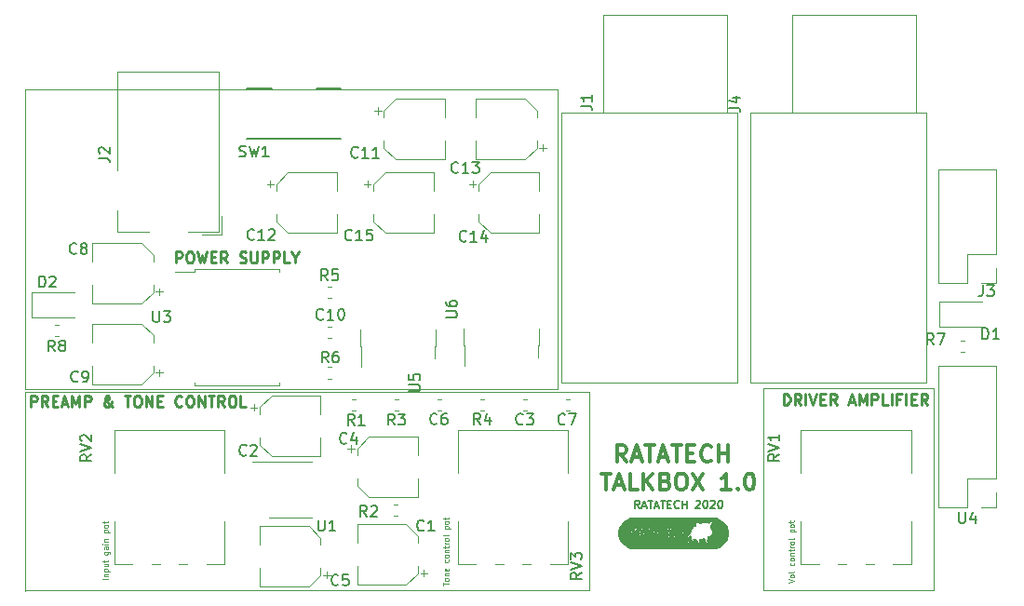
<source format=gto>
G04 #@! TF.GenerationSoftware,KiCad,Pcbnew,(5.1.4)-1*
G04 #@! TF.CreationDate,2020-06-09T23:55:30+02:00*
G04 #@! TF.ProjectId,talkbox,74616c6b-626f-4782-9e6b-696361645f70,1.0*
G04 #@! TF.SameCoordinates,Original*
G04 #@! TF.FileFunction,Legend,Top*
G04 #@! TF.FilePolarity,Positive*
%FSLAX46Y46*%
G04 Gerber Fmt 4.6, Leading zero omitted, Abs format (unit mm)*
G04 Created by KiCad (PCBNEW (5.1.4)-1) date 2020-06-09 23:55:30*
%MOMM*%
%LPD*%
G04 APERTURE LIST*
%ADD10C,0.125000*%
%ADD11C,0.175000*%
%ADD12C,0.300000*%
%ADD13C,0.120000*%
%ADD14C,0.250000*%
%ADD15C,0.010000*%
%ADD16C,0.150000*%
G04 APERTURE END LIST*
D10*
X91234390Y-118711338D02*
X90734390Y-118711338D01*
X90901057Y-118473242D02*
X91234390Y-118473242D01*
X90948676Y-118473242D02*
X90924866Y-118449433D01*
X90901057Y-118401814D01*
X90901057Y-118330385D01*
X90924866Y-118282766D01*
X90972485Y-118258957D01*
X91234390Y-118258957D01*
X90901057Y-118020861D02*
X91401057Y-118020861D01*
X90924866Y-118020861D02*
X90901057Y-117973242D01*
X90901057Y-117878004D01*
X90924866Y-117830385D01*
X90948676Y-117806576D01*
X90996295Y-117782766D01*
X91139152Y-117782766D01*
X91186771Y-117806576D01*
X91210580Y-117830385D01*
X91234390Y-117878004D01*
X91234390Y-117973242D01*
X91210580Y-118020861D01*
X90901057Y-117354195D02*
X91234390Y-117354195D01*
X90901057Y-117568480D02*
X91162961Y-117568480D01*
X91210580Y-117544671D01*
X91234390Y-117497052D01*
X91234390Y-117425623D01*
X91210580Y-117378004D01*
X91186771Y-117354195D01*
X90901057Y-117187528D02*
X90901057Y-116997052D01*
X90734390Y-117116100D02*
X91162961Y-117116100D01*
X91210580Y-117092290D01*
X91234390Y-117044671D01*
X91234390Y-116997052D01*
X90901057Y-116235147D02*
X91305819Y-116235147D01*
X91353438Y-116258957D01*
X91377247Y-116282766D01*
X91401057Y-116330385D01*
X91401057Y-116401814D01*
X91377247Y-116449433D01*
X91210580Y-116235147D02*
X91234390Y-116282766D01*
X91234390Y-116378004D01*
X91210580Y-116425623D01*
X91186771Y-116449433D01*
X91139152Y-116473242D01*
X90996295Y-116473242D01*
X90948676Y-116449433D01*
X90924866Y-116425623D01*
X90901057Y-116378004D01*
X90901057Y-116282766D01*
X90924866Y-116235147D01*
X91234390Y-115782766D02*
X90972485Y-115782766D01*
X90924866Y-115806576D01*
X90901057Y-115854195D01*
X90901057Y-115949433D01*
X90924866Y-115997052D01*
X91210580Y-115782766D02*
X91234390Y-115830385D01*
X91234390Y-115949433D01*
X91210580Y-115997052D01*
X91162961Y-116020861D01*
X91115342Y-116020861D01*
X91067723Y-115997052D01*
X91043914Y-115949433D01*
X91043914Y-115830385D01*
X91020104Y-115782766D01*
X91234390Y-115544671D02*
X90901057Y-115544671D01*
X90734390Y-115544671D02*
X90758200Y-115568480D01*
X90782009Y-115544671D01*
X90758200Y-115520861D01*
X90734390Y-115544671D01*
X90782009Y-115544671D01*
X90901057Y-115306576D02*
X91234390Y-115306576D01*
X90948676Y-115306576D02*
X90924866Y-115282766D01*
X90901057Y-115235147D01*
X90901057Y-115163719D01*
X90924866Y-115116100D01*
X90972485Y-115092290D01*
X91234390Y-115092290D01*
X90901057Y-114473242D02*
X91401057Y-114473242D01*
X90924866Y-114473242D02*
X90901057Y-114425623D01*
X90901057Y-114330385D01*
X90924866Y-114282766D01*
X90948676Y-114258957D01*
X90996295Y-114235147D01*
X91139152Y-114235147D01*
X91186771Y-114258957D01*
X91210580Y-114282766D01*
X91234390Y-114330385D01*
X91234390Y-114425623D01*
X91210580Y-114473242D01*
X91234390Y-113949433D02*
X91210580Y-113997052D01*
X91186771Y-114020861D01*
X91139152Y-114044671D01*
X90996295Y-114044671D01*
X90948676Y-114020861D01*
X90924866Y-113997052D01*
X90901057Y-113949433D01*
X90901057Y-113878004D01*
X90924866Y-113830385D01*
X90948676Y-113806576D01*
X90996295Y-113782766D01*
X91139152Y-113782766D01*
X91186771Y-113806576D01*
X91210580Y-113830385D01*
X91234390Y-113878004D01*
X91234390Y-113949433D01*
X90901057Y-113639909D02*
X90901057Y-113449433D01*
X90734390Y-113568480D02*
X91162961Y-113568480D01*
X91210580Y-113544671D01*
X91234390Y-113497052D01*
X91234390Y-113449433D01*
X121722390Y-119324842D02*
X121722390Y-119039128D01*
X122222390Y-119181985D02*
X121722390Y-119181985D01*
X122222390Y-118801033D02*
X122198580Y-118848652D01*
X122174771Y-118872461D01*
X122127152Y-118896271D01*
X121984295Y-118896271D01*
X121936676Y-118872461D01*
X121912866Y-118848652D01*
X121889057Y-118801033D01*
X121889057Y-118729604D01*
X121912866Y-118681985D01*
X121936676Y-118658176D01*
X121984295Y-118634366D01*
X122127152Y-118634366D01*
X122174771Y-118658176D01*
X122198580Y-118681985D01*
X122222390Y-118729604D01*
X122222390Y-118801033D01*
X121889057Y-118420080D02*
X122222390Y-118420080D01*
X121936676Y-118420080D02*
X121912866Y-118396271D01*
X121889057Y-118348652D01*
X121889057Y-118277223D01*
X121912866Y-118229604D01*
X121960485Y-118205795D01*
X122222390Y-118205795D01*
X122198580Y-117777223D02*
X122222390Y-117824842D01*
X122222390Y-117920080D01*
X122198580Y-117967700D01*
X122150961Y-117991509D01*
X121960485Y-117991509D01*
X121912866Y-117967700D01*
X121889057Y-117920080D01*
X121889057Y-117824842D01*
X121912866Y-117777223D01*
X121960485Y-117753414D01*
X122008104Y-117753414D01*
X122055723Y-117991509D01*
X122198580Y-116943890D02*
X122222390Y-116991509D01*
X122222390Y-117086747D01*
X122198580Y-117134366D01*
X122174771Y-117158176D01*
X122127152Y-117181985D01*
X121984295Y-117181985D01*
X121936676Y-117158176D01*
X121912866Y-117134366D01*
X121889057Y-117086747D01*
X121889057Y-116991509D01*
X121912866Y-116943890D01*
X122222390Y-116658176D02*
X122198580Y-116705795D01*
X122174771Y-116729604D01*
X122127152Y-116753414D01*
X121984295Y-116753414D01*
X121936676Y-116729604D01*
X121912866Y-116705795D01*
X121889057Y-116658176D01*
X121889057Y-116586747D01*
X121912866Y-116539128D01*
X121936676Y-116515319D01*
X121984295Y-116491509D01*
X122127152Y-116491509D01*
X122174771Y-116515319D01*
X122198580Y-116539128D01*
X122222390Y-116586747D01*
X122222390Y-116658176D01*
X121889057Y-116277223D02*
X122222390Y-116277223D01*
X121936676Y-116277223D02*
X121912866Y-116253414D01*
X121889057Y-116205795D01*
X121889057Y-116134366D01*
X121912866Y-116086747D01*
X121960485Y-116062938D01*
X122222390Y-116062938D01*
X121889057Y-115896271D02*
X121889057Y-115705795D01*
X121722390Y-115824842D02*
X122150961Y-115824842D01*
X122198580Y-115801033D01*
X122222390Y-115753414D01*
X122222390Y-115705795D01*
X122222390Y-115539128D02*
X121889057Y-115539128D01*
X121984295Y-115539128D02*
X121936676Y-115515319D01*
X121912866Y-115491509D01*
X121889057Y-115443890D01*
X121889057Y-115396271D01*
X122222390Y-115158176D02*
X122198580Y-115205795D01*
X122174771Y-115229604D01*
X122127152Y-115253414D01*
X121984295Y-115253414D01*
X121936676Y-115229604D01*
X121912866Y-115205795D01*
X121889057Y-115158176D01*
X121889057Y-115086747D01*
X121912866Y-115039128D01*
X121936676Y-115015319D01*
X121984295Y-114991509D01*
X122127152Y-114991509D01*
X122174771Y-115015319D01*
X122198580Y-115039128D01*
X122222390Y-115086747D01*
X122222390Y-115158176D01*
X122222390Y-114705795D02*
X122198580Y-114753414D01*
X122150961Y-114777223D01*
X121722390Y-114777223D01*
X121889057Y-114134366D02*
X122389057Y-114134366D01*
X121912866Y-114134366D02*
X121889057Y-114086747D01*
X121889057Y-113991509D01*
X121912866Y-113943890D01*
X121936676Y-113920080D01*
X121984295Y-113896271D01*
X122127152Y-113896271D01*
X122174771Y-113920080D01*
X122198580Y-113943890D01*
X122222390Y-113991509D01*
X122222390Y-114086747D01*
X122198580Y-114134366D01*
X122222390Y-113610557D02*
X122198580Y-113658176D01*
X122174771Y-113681985D01*
X122127152Y-113705795D01*
X121984295Y-113705795D01*
X121936676Y-113681985D01*
X121912866Y-113658176D01*
X121889057Y-113610557D01*
X121889057Y-113539128D01*
X121912866Y-113491509D01*
X121936676Y-113467700D01*
X121984295Y-113443890D01*
X122127152Y-113443890D01*
X122174771Y-113467700D01*
X122198580Y-113491509D01*
X122222390Y-113539128D01*
X122222390Y-113610557D01*
X121889057Y-113301033D02*
X121889057Y-113110557D01*
X121722390Y-113229604D02*
X122150961Y-113229604D01*
X122198580Y-113205795D01*
X122222390Y-113158176D01*
X122222390Y-113110557D01*
X153142190Y-119051828D02*
X153642190Y-118885161D01*
X153142190Y-118718495D01*
X153642190Y-118480400D02*
X153618380Y-118528019D01*
X153594571Y-118551828D01*
X153546952Y-118575638D01*
X153404095Y-118575638D01*
X153356476Y-118551828D01*
X153332666Y-118528019D01*
X153308857Y-118480400D01*
X153308857Y-118408971D01*
X153332666Y-118361352D01*
X153356476Y-118337542D01*
X153404095Y-118313733D01*
X153546952Y-118313733D01*
X153594571Y-118337542D01*
X153618380Y-118361352D01*
X153642190Y-118408971D01*
X153642190Y-118480400D01*
X153642190Y-118028019D02*
X153618380Y-118075638D01*
X153570761Y-118099447D01*
X153142190Y-118099447D01*
X153618380Y-117242304D02*
X153642190Y-117289923D01*
X153642190Y-117385161D01*
X153618380Y-117432780D01*
X153594571Y-117456590D01*
X153546952Y-117480400D01*
X153404095Y-117480400D01*
X153356476Y-117456590D01*
X153332666Y-117432780D01*
X153308857Y-117385161D01*
X153308857Y-117289923D01*
X153332666Y-117242304D01*
X153642190Y-116956590D02*
X153618380Y-117004209D01*
X153594571Y-117028019D01*
X153546952Y-117051828D01*
X153404095Y-117051828D01*
X153356476Y-117028019D01*
X153332666Y-117004209D01*
X153308857Y-116956590D01*
X153308857Y-116885161D01*
X153332666Y-116837542D01*
X153356476Y-116813733D01*
X153404095Y-116789923D01*
X153546952Y-116789923D01*
X153594571Y-116813733D01*
X153618380Y-116837542D01*
X153642190Y-116885161D01*
X153642190Y-116956590D01*
X153308857Y-116575638D02*
X153642190Y-116575638D01*
X153356476Y-116575638D02*
X153332666Y-116551828D01*
X153308857Y-116504209D01*
X153308857Y-116432780D01*
X153332666Y-116385161D01*
X153380285Y-116361352D01*
X153642190Y-116361352D01*
X153308857Y-116194685D02*
X153308857Y-116004209D01*
X153142190Y-116123257D02*
X153570761Y-116123257D01*
X153618380Y-116099447D01*
X153642190Y-116051828D01*
X153642190Y-116004209D01*
X153642190Y-115837542D02*
X153308857Y-115837542D01*
X153404095Y-115837542D02*
X153356476Y-115813733D01*
X153332666Y-115789923D01*
X153308857Y-115742304D01*
X153308857Y-115694685D01*
X153642190Y-115456590D02*
X153618380Y-115504209D01*
X153594571Y-115528019D01*
X153546952Y-115551828D01*
X153404095Y-115551828D01*
X153356476Y-115528019D01*
X153332666Y-115504209D01*
X153308857Y-115456590D01*
X153308857Y-115385161D01*
X153332666Y-115337542D01*
X153356476Y-115313733D01*
X153404095Y-115289923D01*
X153546952Y-115289923D01*
X153594571Y-115313733D01*
X153618380Y-115337542D01*
X153642190Y-115385161D01*
X153642190Y-115456590D01*
X153642190Y-115004209D02*
X153618380Y-115051828D01*
X153570761Y-115075638D01*
X153142190Y-115075638D01*
X153308857Y-114432780D02*
X153808857Y-114432780D01*
X153332666Y-114432780D02*
X153308857Y-114385161D01*
X153308857Y-114289923D01*
X153332666Y-114242304D01*
X153356476Y-114218495D01*
X153404095Y-114194685D01*
X153546952Y-114194685D01*
X153594571Y-114218495D01*
X153618380Y-114242304D01*
X153642190Y-114289923D01*
X153642190Y-114385161D01*
X153618380Y-114432780D01*
X153642190Y-113908971D02*
X153618380Y-113956590D01*
X153594571Y-113980400D01*
X153546952Y-114004209D01*
X153404095Y-114004209D01*
X153356476Y-113980400D01*
X153332666Y-113956590D01*
X153308857Y-113908971D01*
X153308857Y-113837542D01*
X153332666Y-113789923D01*
X153356476Y-113766114D01*
X153404095Y-113742304D01*
X153546952Y-113742304D01*
X153594571Y-113766114D01*
X153618380Y-113789923D01*
X153642190Y-113837542D01*
X153642190Y-113908971D01*
X153308857Y-113599447D02*
X153308857Y-113408971D01*
X153142190Y-113528019D02*
X153570761Y-113528019D01*
X153618380Y-113504209D01*
X153642190Y-113456590D01*
X153642190Y-113408971D01*
D11*
X139591700Y-112279866D02*
X139358366Y-111946533D01*
X139191700Y-112279866D02*
X139191700Y-111579866D01*
X139458366Y-111579866D01*
X139525033Y-111613200D01*
X139558366Y-111646533D01*
X139591700Y-111713200D01*
X139591700Y-111813200D01*
X139558366Y-111879866D01*
X139525033Y-111913200D01*
X139458366Y-111946533D01*
X139191700Y-111946533D01*
X139858366Y-112079866D02*
X140191700Y-112079866D01*
X139791700Y-112279866D02*
X140025033Y-111579866D01*
X140258366Y-112279866D01*
X140391700Y-111579866D02*
X140791700Y-111579866D01*
X140591700Y-112279866D02*
X140591700Y-111579866D01*
X140991700Y-112079866D02*
X141325033Y-112079866D01*
X140925033Y-112279866D02*
X141158366Y-111579866D01*
X141391700Y-112279866D01*
X141525033Y-111579866D02*
X141925033Y-111579866D01*
X141725033Y-112279866D02*
X141725033Y-111579866D01*
X142158366Y-111913200D02*
X142391700Y-111913200D01*
X142491700Y-112279866D02*
X142158366Y-112279866D01*
X142158366Y-111579866D01*
X142491700Y-111579866D01*
X143191700Y-112213200D02*
X143158366Y-112246533D01*
X143058366Y-112279866D01*
X142991700Y-112279866D01*
X142891700Y-112246533D01*
X142825033Y-112179866D01*
X142791700Y-112113200D01*
X142758366Y-111979866D01*
X142758366Y-111879866D01*
X142791700Y-111746533D01*
X142825033Y-111679866D01*
X142891700Y-111613200D01*
X142991700Y-111579866D01*
X143058366Y-111579866D01*
X143158366Y-111613200D01*
X143191700Y-111646533D01*
X143491700Y-112279866D02*
X143491700Y-111579866D01*
X143491700Y-111913200D02*
X143891700Y-111913200D01*
X143891700Y-112279866D02*
X143891700Y-111579866D01*
X144725033Y-111646533D02*
X144758366Y-111613200D01*
X144825033Y-111579866D01*
X144991700Y-111579866D01*
X145058366Y-111613200D01*
X145091700Y-111646533D01*
X145125033Y-111713200D01*
X145125033Y-111779866D01*
X145091700Y-111879866D01*
X144691700Y-112279866D01*
X145125033Y-112279866D01*
X145558366Y-111579866D02*
X145625033Y-111579866D01*
X145691700Y-111613200D01*
X145725033Y-111646533D01*
X145758366Y-111713200D01*
X145791700Y-111846533D01*
X145791700Y-112013200D01*
X145758366Y-112146533D01*
X145725033Y-112213200D01*
X145691700Y-112246533D01*
X145625033Y-112279866D01*
X145558366Y-112279866D01*
X145491700Y-112246533D01*
X145458366Y-112213200D01*
X145425033Y-112146533D01*
X145391700Y-112013200D01*
X145391700Y-111846533D01*
X145425033Y-111713200D01*
X145458366Y-111646533D01*
X145491700Y-111613200D01*
X145558366Y-111579866D01*
X146058366Y-111646533D02*
X146091700Y-111613200D01*
X146158366Y-111579866D01*
X146325033Y-111579866D01*
X146391700Y-111613200D01*
X146425033Y-111646533D01*
X146458366Y-111713200D01*
X146458366Y-111779866D01*
X146425033Y-111879866D01*
X146025033Y-112279866D01*
X146458366Y-112279866D01*
X146891700Y-111579866D02*
X146958366Y-111579866D01*
X147025033Y-111613200D01*
X147058366Y-111646533D01*
X147091700Y-111713200D01*
X147125033Y-111846533D01*
X147125033Y-112013200D01*
X147091700Y-112146533D01*
X147058366Y-112213200D01*
X147025033Y-112246533D01*
X146958366Y-112279866D01*
X146891700Y-112279866D01*
X146825033Y-112246533D01*
X146791700Y-112213200D01*
X146758366Y-112146533D01*
X146725033Y-112013200D01*
X146725033Y-111846533D01*
X146758366Y-111713200D01*
X146791700Y-111646533D01*
X146825033Y-111613200D01*
X146891700Y-111579866D01*
D12*
X138391700Y-108064771D02*
X137891700Y-107350485D01*
X137534557Y-108064771D02*
X137534557Y-106564771D01*
X138105985Y-106564771D01*
X138248842Y-106636200D01*
X138320271Y-106707628D01*
X138391700Y-106850485D01*
X138391700Y-107064771D01*
X138320271Y-107207628D01*
X138248842Y-107279057D01*
X138105985Y-107350485D01*
X137534557Y-107350485D01*
X138963128Y-107636200D02*
X139677414Y-107636200D01*
X138820271Y-108064771D02*
X139320271Y-106564771D01*
X139820271Y-108064771D01*
X140105985Y-106564771D02*
X140963128Y-106564771D01*
X140534557Y-108064771D02*
X140534557Y-106564771D01*
X141391700Y-107636200D02*
X142105985Y-107636200D01*
X141248842Y-108064771D02*
X141748842Y-106564771D01*
X142248842Y-108064771D01*
X142534557Y-106564771D02*
X143391700Y-106564771D01*
X142963128Y-108064771D02*
X142963128Y-106564771D01*
X143891700Y-107279057D02*
X144391700Y-107279057D01*
X144605985Y-108064771D02*
X143891700Y-108064771D01*
X143891700Y-106564771D01*
X144605985Y-106564771D01*
X146105985Y-107921914D02*
X146034557Y-107993342D01*
X145820271Y-108064771D01*
X145677414Y-108064771D01*
X145463128Y-107993342D01*
X145320271Y-107850485D01*
X145248842Y-107707628D01*
X145177414Y-107421914D01*
X145177414Y-107207628D01*
X145248842Y-106921914D01*
X145320271Y-106779057D01*
X145463128Y-106636200D01*
X145677414Y-106564771D01*
X145820271Y-106564771D01*
X146034557Y-106636200D01*
X146105985Y-106707628D01*
X146748842Y-108064771D02*
X146748842Y-106564771D01*
X146748842Y-107279057D02*
X147605985Y-107279057D01*
X147605985Y-108064771D02*
X147605985Y-106564771D01*
X136105985Y-109114771D02*
X136963128Y-109114771D01*
X136534557Y-110614771D02*
X136534557Y-109114771D01*
X137391700Y-110186200D02*
X138105985Y-110186200D01*
X137248842Y-110614771D02*
X137748842Y-109114771D01*
X138248842Y-110614771D01*
X139463128Y-110614771D02*
X138748842Y-110614771D01*
X138748842Y-109114771D01*
X139963128Y-110614771D02*
X139963128Y-109114771D01*
X140820271Y-110614771D02*
X140177414Y-109757628D01*
X140820271Y-109114771D02*
X139963128Y-109971914D01*
X141963128Y-109829057D02*
X142177414Y-109900485D01*
X142248842Y-109971914D01*
X142320271Y-110114771D01*
X142320271Y-110329057D01*
X142248842Y-110471914D01*
X142177414Y-110543342D01*
X142034557Y-110614771D01*
X141463128Y-110614771D01*
X141463128Y-109114771D01*
X141963128Y-109114771D01*
X142105985Y-109186200D01*
X142177414Y-109257628D01*
X142248842Y-109400485D01*
X142248842Y-109543342D01*
X142177414Y-109686200D01*
X142105985Y-109757628D01*
X141963128Y-109829057D01*
X141463128Y-109829057D01*
X143248842Y-109114771D02*
X143534557Y-109114771D01*
X143677414Y-109186200D01*
X143820271Y-109329057D01*
X143891700Y-109614771D01*
X143891700Y-110114771D01*
X143820271Y-110400485D01*
X143677414Y-110543342D01*
X143534557Y-110614771D01*
X143248842Y-110614771D01*
X143105985Y-110543342D01*
X142963128Y-110400485D01*
X142891700Y-110114771D01*
X142891700Y-109614771D01*
X142963128Y-109329057D01*
X143105985Y-109186200D01*
X143248842Y-109114771D01*
X144391700Y-109114771D02*
X145391700Y-110614771D01*
X145391700Y-109114771D02*
X144391700Y-110614771D01*
X147891700Y-110614771D02*
X147034557Y-110614771D01*
X147463128Y-110614771D02*
X147463128Y-109114771D01*
X147320271Y-109329057D01*
X147177414Y-109471914D01*
X147034557Y-109543342D01*
X148534557Y-110471914D02*
X148605985Y-110543342D01*
X148534557Y-110614771D01*
X148463128Y-110543342D01*
X148534557Y-110471914D01*
X148534557Y-110614771D01*
X149534557Y-109114771D02*
X149677414Y-109114771D01*
X149820271Y-109186200D01*
X149891700Y-109257628D01*
X149963128Y-109400485D01*
X150034557Y-109686200D01*
X150034557Y-110043342D01*
X149963128Y-110329057D01*
X149891700Y-110471914D01*
X149820271Y-110543342D01*
X149677414Y-110614771D01*
X149534557Y-110614771D01*
X149391700Y-110543342D01*
X149320271Y-110471914D01*
X149248842Y-110329057D01*
X149177414Y-110043342D01*
X149177414Y-109686200D01*
X149248842Y-109400485D01*
X149320271Y-109257628D01*
X149391700Y-109186200D01*
X149534557Y-109114771D01*
D13*
X83705700Y-119773700D02*
X103212900Y-119773700D01*
X83705700Y-101676200D02*
X83705700Y-119799100D01*
X102971600Y-101676200D02*
X83705700Y-101676200D01*
D14*
X84214914Y-103055680D02*
X84214914Y-102055680D01*
X84595866Y-102055680D01*
X84691104Y-102103300D01*
X84738723Y-102150919D01*
X84786342Y-102246157D01*
X84786342Y-102389014D01*
X84738723Y-102484252D01*
X84691104Y-102531871D01*
X84595866Y-102579490D01*
X84214914Y-102579490D01*
X85786342Y-103055680D02*
X85453009Y-102579490D01*
X85214914Y-103055680D02*
X85214914Y-102055680D01*
X85595866Y-102055680D01*
X85691104Y-102103300D01*
X85738723Y-102150919D01*
X85786342Y-102246157D01*
X85786342Y-102389014D01*
X85738723Y-102484252D01*
X85691104Y-102531871D01*
X85595866Y-102579490D01*
X85214914Y-102579490D01*
X86214914Y-102531871D02*
X86548247Y-102531871D01*
X86691104Y-103055680D02*
X86214914Y-103055680D01*
X86214914Y-102055680D01*
X86691104Y-102055680D01*
X87072057Y-102769966D02*
X87548247Y-102769966D01*
X86976819Y-103055680D02*
X87310152Y-102055680D01*
X87643485Y-103055680D01*
X87976819Y-103055680D02*
X87976819Y-102055680D01*
X88310152Y-102769966D01*
X88643485Y-102055680D01*
X88643485Y-103055680D01*
X89119676Y-103055680D02*
X89119676Y-102055680D01*
X89500628Y-102055680D01*
X89595866Y-102103300D01*
X89643485Y-102150919D01*
X89691104Y-102246157D01*
X89691104Y-102389014D01*
X89643485Y-102484252D01*
X89595866Y-102531871D01*
X89500628Y-102579490D01*
X89119676Y-102579490D01*
X91691104Y-103055680D02*
X91643485Y-103055680D01*
X91548247Y-103008061D01*
X91405390Y-102865204D01*
X91167295Y-102579490D01*
X91072057Y-102436633D01*
X91024438Y-102293776D01*
X91024438Y-102198538D01*
X91072057Y-102103300D01*
X91167295Y-102055680D01*
X91214914Y-102055680D01*
X91310152Y-102103300D01*
X91357771Y-102198538D01*
X91357771Y-102246157D01*
X91310152Y-102341395D01*
X91262533Y-102389014D01*
X90976819Y-102579490D01*
X90929200Y-102627109D01*
X90881580Y-102722347D01*
X90881580Y-102865204D01*
X90929200Y-102960442D01*
X90976819Y-103008061D01*
X91072057Y-103055680D01*
X91214914Y-103055680D01*
X91310152Y-103008061D01*
X91357771Y-102960442D01*
X91500628Y-102769966D01*
X91548247Y-102627109D01*
X91548247Y-102531871D01*
X92738723Y-102055680D02*
X93310152Y-102055680D01*
X93024438Y-103055680D02*
X93024438Y-102055680D01*
X93833961Y-102055680D02*
X94024438Y-102055680D01*
X94119676Y-102103300D01*
X94214914Y-102198538D01*
X94262533Y-102389014D01*
X94262533Y-102722347D01*
X94214914Y-102912823D01*
X94119676Y-103008061D01*
X94024438Y-103055680D01*
X93833961Y-103055680D01*
X93738723Y-103008061D01*
X93643485Y-102912823D01*
X93595866Y-102722347D01*
X93595866Y-102389014D01*
X93643485Y-102198538D01*
X93738723Y-102103300D01*
X93833961Y-102055680D01*
X94691104Y-103055680D02*
X94691104Y-102055680D01*
X95262533Y-103055680D01*
X95262533Y-102055680D01*
X95738723Y-102531871D02*
X96072057Y-102531871D01*
X96214914Y-103055680D02*
X95738723Y-103055680D01*
X95738723Y-102055680D01*
X96214914Y-102055680D01*
X97976819Y-102960442D02*
X97929200Y-103008061D01*
X97786342Y-103055680D01*
X97691104Y-103055680D01*
X97548247Y-103008061D01*
X97453009Y-102912823D01*
X97405390Y-102817585D01*
X97357771Y-102627109D01*
X97357771Y-102484252D01*
X97405390Y-102293776D01*
X97453009Y-102198538D01*
X97548247Y-102103300D01*
X97691104Y-102055680D01*
X97786342Y-102055680D01*
X97929200Y-102103300D01*
X97976819Y-102150919D01*
X98595866Y-102055680D02*
X98786342Y-102055680D01*
X98881580Y-102103300D01*
X98976819Y-102198538D01*
X99024438Y-102389014D01*
X99024438Y-102722347D01*
X98976819Y-102912823D01*
X98881580Y-103008061D01*
X98786342Y-103055680D01*
X98595866Y-103055680D01*
X98500628Y-103008061D01*
X98405390Y-102912823D01*
X98357771Y-102722347D01*
X98357771Y-102389014D01*
X98405390Y-102198538D01*
X98500628Y-102103300D01*
X98595866Y-102055680D01*
X99453009Y-103055680D02*
X99453009Y-102055680D01*
X100024438Y-103055680D01*
X100024438Y-102055680D01*
X100357771Y-102055680D02*
X100929200Y-102055680D01*
X100643485Y-103055680D02*
X100643485Y-102055680D01*
X101833961Y-103055680D02*
X101500628Y-102579490D01*
X101262533Y-103055680D02*
X101262533Y-102055680D01*
X101643485Y-102055680D01*
X101738723Y-102103300D01*
X101786342Y-102150919D01*
X101833961Y-102246157D01*
X101833961Y-102389014D01*
X101786342Y-102484252D01*
X101738723Y-102531871D01*
X101643485Y-102579490D01*
X101262533Y-102579490D01*
X102453009Y-102055680D02*
X102643485Y-102055680D01*
X102738723Y-102103300D01*
X102833961Y-102198538D01*
X102881580Y-102389014D01*
X102881580Y-102722347D01*
X102833961Y-102912823D01*
X102738723Y-103008061D01*
X102643485Y-103055680D01*
X102453009Y-103055680D01*
X102357771Y-103008061D01*
X102262533Y-102912823D01*
X102214914Y-102722347D01*
X102214914Y-102389014D01*
X102262533Y-102198538D01*
X102357771Y-102103300D01*
X102453009Y-102055680D01*
X103786342Y-103055680D02*
X103310152Y-103055680D01*
X103310152Y-102055680D01*
D13*
X102971600Y-101676200D02*
X135013700Y-101676200D01*
X135013700Y-119773700D02*
X103212900Y-119773700D01*
X135013700Y-101676200D02*
X135013700Y-119773700D01*
D14*
X152696090Y-102877880D02*
X152696090Y-101877880D01*
X152934185Y-101877880D01*
X153077042Y-101925500D01*
X153172280Y-102020738D01*
X153219900Y-102115976D01*
X153267519Y-102306452D01*
X153267519Y-102449309D01*
X153219900Y-102639785D01*
X153172280Y-102735023D01*
X153077042Y-102830261D01*
X152934185Y-102877880D01*
X152696090Y-102877880D01*
X154267519Y-102877880D02*
X153934185Y-102401690D01*
X153696090Y-102877880D02*
X153696090Y-101877880D01*
X154077042Y-101877880D01*
X154172280Y-101925500D01*
X154219900Y-101973119D01*
X154267519Y-102068357D01*
X154267519Y-102211214D01*
X154219900Y-102306452D01*
X154172280Y-102354071D01*
X154077042Y-102401690D01*
X153696090Y-102401690D01*
X154696090Y-102877880D02*
X154696090Y-101877880D01*
X155029423Y-101877880D02*
X155362757Y-102877880D01*
X155696090Y-101877880D01*
X156029423Y-102354071D02*
X156362757Y-102354071D01*
X156505614Y-102877880D02*
X156029423Y-102877880D01*
X156029423Y-101877880D01*
X156505614Y-101877880D01*
X157505614Y-102877880D02*
X157172280Y-102401690D01*
X156934185Y-102877880D02*
X156934185Y-101877880D01*
X157315138Y-101877880D01*
X157410376Y-101925500D01*
X157457995Y-101973119D01*
X157505614Y-102068357D01*
X157505614Y-102211214D01*
X157457995Y-102306452D01*
X157410376Y-102354071D01*
X157315138Y-102401690D01*
X156934185Y-102401690D01*
X158648471Y-102592166D02*
X159124661Y-102592166D01*
X158553233Y-102877880D02*
X158886566Y-101877880D01*
X159219900Y-102877880D01*
X159553233Y-102877880D02*
X159553233Y-101877880D01*
X159886566Y-102592166D01*
X160219900Y-101877880D01*
X160219900Y-102877880D01*
X160696090Y-102877880D02*
X160696090Y-101877880D01*
X161077042Y-101877880D01*
X161172280Y-101925500D01*
X161219900Y-101973119D01*
X161267519Y-102068357D01*
X161267519Y-102211214D01*
X161219900Y-102306452D01*
X161172280Y-102354071D01*
X161077042Y-102401690D01*
X160696090Y-102401690D01*
X162172280Y-102877880D02*
X161696090Y-102877880D01*
X161696090Y-101877880D01*
X162505614Y-102877880D02*
X162505614Y-101877880D01*
X163315138Y-102354071D02*
X162981804Y-102354071D01*
X162981804Y-102877880D02*
X162981804Y-101877880D01*
X163457995Y-101877880D01*
X163838947Y-102877880D02*
X163838947Y-101877880D01*
X164315138Y-102354071D02*
X164648471Y-102354071D01*
X164791328Y-102877880D02*
X164315138Y-102877880D01*
X164315138Y-101877880D01*
X164791328Y-101877880D01*
X165791328Y-102877880D02*
X165457995Y-102401690D01*
X165219900Y-102877880D02*
X165219900Y-101877880D01*
X165600852Y-101877880D01*
X165696090Y-101925500D01*
X165743709Y-101973119D01*
X165791328Y-102068357D01*
X165791328Y-102211214D01*
X165743709Y-102306452D01*
X165696090Y-102354071D01*
X165600852Y-102401690D01*
X165219900Y-102401690D01*
D13*
X166370000Y-101371400D02*
X150812500Y-101371400D01*
X166370000Y-119773700D02*
X166370000Y-101371400D01*
X150837900Y-119773700D02*
X166370000Y-119773700D01*
X150812500Y-101371400D02*
X150812500Y-119773700D01*
D14*
X97422390Y-89949280D02*
X97422390Y-88949280D01*
X97803342Y-88949280D01*
X97898580Y-88996900D01*
X97946200Y-89044519D01*
X97993819Y-89139757D01*
X97993819Y-89282614D01*
X97946200Y-89377852D01*
X97898580Y-89425471D01*
X97803342Y-89473090D01*
X97422390Y-89473090D01*
X98612866Y-88949280D02*
X98803342Y-88949280D01*
X98898580Y-88996900D01*
X98993819Y-89092138D01*
X99041438Y-89282614D01*
X99041438Y-89615947D01*
X98993819Y-89806423D01*
X98898580Y-89901661D01*
X98803342Y-89949280D01*
X98612866Y-89949280D01*
X98517628Y-89901661D01*
X98422390Y-89806423D01*
X98374771Y-89615947D01*
X98374771Y-89282614D01*
X98422390Y-89092138D01*
X98517628Y-88996900D01*
X98612866Y-88949280D01*
X99374771Y-88949280D02*
X99612866Y-89949280D01*
X99803342Y-89234995D01*
X99993819Y-89949280D01*
X100231914Y-88949280D01*
X100612866Y-89425471D02*
X100946200Y-89425471D01*
X101089057Y-89949280D02*
X100612866Y-89949280D01*
X100612866Y-88949280D01*
X101089057Y-88949280D01*
X102089057Y-89949280D02*
X101755723Y-89473090D01*
X101517628Y-89949280D02*
X101517628Y-88949280D01*
X101898580Y-88949280D01*
X101993819Y-88996900D01*
X102041438Y-89044519D01*
X102089057Y-89139757D01*
X102089057Y-89282614D01*
X102041438Y-89377852D01*
X101993819Y-89425471D01*
X101898580Y-89473090D01*
X101517628Y-89473090D01*
X103231914Y-89901661D02*
X103374771Y-89949280D01*
X103612866Y-89949280D01*
X103708104Y-89901661D01*
X103755723Y-89854042D01*
X103803342Y-89758804D01*
X103803342Y-89663566D01*
X103755723Y-89568328D01*
X103708104Y-89520709D01*
X103612866Y-89473090D01*
X103422390Y-89425471D01*
X103327152Y-89377852D01*
X103279533Y-89330233D01*
X103231914Y-89234995D01*
X103231914Y-89139757D01*
X103279533Y-89044519D01*
X103327152Y-88996900D01*
X103422390Y-88949280D01*
X103660485Y-88949280D01*
X103803342Y-88996900D01*
X104231914Y-88949280D02*
X104231914Y-89758804D01*
X104279533Y-89854042D01*
X104327152Y-89901661D01*
X104422390Y-89949280D01*
X104612866Y-89949280D01*
X104708104Y-89901661D01*
X104755723Y-89854042D01*
X104803342Y-89758804D01*
X104803342Y-88949280D01*
X105279533Y-89949280D02*
X105279533Y-88949280D01*
X105660485Y-88949280D01*
X105755723Y-88996900D01*
X105803342Y-89044519D01*
X105850961Y-89139757D01*
X105850961Y-89282614D01*
X105803342Y-89377852D01*
X105755723Y-89425471D01*
X105660485Y-89473090D01*
X105279533Y-89473090D01*
X106279533Y-89949280D02*
X106279533Y-88949280D01*
X106660485Y-88949280D01*
X106755723Y-88996900D01*
X106803342Y-89044519D01*
X106850961Y-89139757D01*
X106850961Y-89282614D01*
X106803342Y-89377852D01*
X106755723Y-89425471D01*
X106660485Y-89473090D01*
X106279533Y-89473090D01*
X107755723Y-89949280D02*
X107279533Y-89949280D01*
X107279533Y-88949280D01*
X108279533Y-89473090D02*
X108279533Y-89949280D01*
X107946200Y-88949280D02*
X108279533Y-89473090D01*
X108612866Y-88949280D01*
D13*
X83705700Y-74206100D02*
X83705700Y-101460300D01*
X132118100Y-74206100D02*
X83705700Y-74206100D01*
X132118100Y-101460300D02*
X132118100Y-74206100D01*
X83705700Y-101460300D02*
X132118100Y-101460300D01*
X101575900Y-87400000D02*
X99835900Y-87400000D01*
X101575900Y-85660000D02*
X101575900Y-87400000D01*
X92135900Y-87160000D02*
X92135900Y-85160000D01*
X94935900Y-87160000D02*
X92135900Y-87160000D01*
X101335900Y-87160000D02*
X98535900Y-87160000D01*
X101335900Y-72560000D02*
X101335900Y-87160000D01*
X92135900Y-72560000D02*
X101335900Y-72560000D01*
X92135900Y-81560000D02*
X92135900Y-72560000D01*
X172005000Y-112176000D02*
X170675000Y-112176000D01*
X172005000Y-110846000D02*
X172005000Y-112176000D01*
X169405000Y-112176000D02*
X166805000Y-112176000D01*
X169405000Y-109576000D02*
X169405000Y-112176000D01*
X172005000Y-109576000D02*
X169405000Y-109576000D01*
X166805000Y-112176000D02*
X166805000Y-99356000D01*
X172005000Y-109576000D02*
X172005000Y-99356000D01*
X172005000Y-99356000D02*
X166805000Y-99356000D01*
X99137000Y-90816500D02*
X97322000Y-90816500D01*
X99137000Y-90561500D02*
X99137000Y-90816500D01*
X102997000Y-90561500D02*
X99137000Y-90561500D01*
X106857000Y-90561500D02*
X106857000Y-90816500D01*
X102997000Y-90561500D02*
X106857000Y-90561500D01*
X99137000Y-101081500D02*
X99137000Y-100826500D01*
X102997000Y-101081500D02*
X99137000Y-101081500D01*
X106857000Y-101081500D02*
X106857000Y-100826500D01*
X102997000Y-101081500D02*
X106857000Y-101081500D01*
D15*
G36*
X141999360Y-114083775D02*
G01*
X141994362Y-114088773D01*
X141989364Y-114083775D01*
X141994362Y-114078777D01*
X141999360Y-114083775D01*
X141999360Y-114083775D01*
G37*
X141999360Y-114083775D02*
X141994362Y-114088773D01*
X141989364Y-114083775D01*
X141994362Y-114078777D01*
X141999360Y-114083775D01*
G36*
X143765495Y-114856596D02*
G01*
X143766687Y-114872218D01*
X143764706Y-114875755D01*
X143760163Y-114872773D01*
X143759456Y-114862635D01*
X143761897Y-114851969D01*
X143765495Y-114856596D01*
X143765495Y-114856596D01*
G37*
X143765495Y-114856596D02*
X143766687Y-114872218D01*
X143764706Y-114875755D01*
X143760163Y-114872773D01*
X143759456Y-114862635D01*
X143761897Y-114851969D01*
X143765495Y-114856596D01*
G36*
X143738675Y-114883460D02*
G01*
X143748211Y-114892442D01*
X143748671Y-114894046D01*
X143740937Y-114898339D01*
X143738675Y-114898454D01*
X143729063Y-114890770D01*
X143728679Y-114887868D01*
X143734803Y-114881898D01*
X143738675Y-114883460D01*
X143738675Y-114883460D01*
G37*
X143738675Y-114883460D02*
X143748211Y-114892442D01*
X143748671Y-114894046D01*
X143740937Y-114898339D01*
X143738675Y-114898454D01*
X143729063Y-114890770D01*
X143728679Y-114887868D01*
X143734803Y-114881898D01*
X143738675Y-114883460D01*
G36*
X143348828Y-114063783D02*
G01*
X143343830Y-114068781D01*
X143338832Y-114063783D01*
X143343830Y-114058785D01*
X143348828Y-114063783D01*
X143348828Y-114063783D01*
G37*
X143348828Y-114063783D02*
X143343830Y-114068781D01*
X143338832Y-114063783D01*
X143343830Y-114058785D01*
X143348828Y-114063783D01*
G36*
X143349206Y-114086593D02*
G01*
X143352443Y-114093771D01*
X143352651Y-114106642D01*
X143348515Y-114108765D01*
X143339923Y-114100664D01*
X143338832Y-114093771D01*
X143340971Y-114080434D01*
X143342761Y-114078777D01*
X143349206Y-114086593D01*
X143349206Y-114086593D01*
G37*
X143349206Y-114086593D02*
X143352443Y-114093771D01*
X143352651Y-114106642D01*
X143348515Y-114108765D01*
X143339923Y-114100664D01*
X143338832Y-114093771D01*
X143340971Y-114080434D01*
X143342761Y-114078777D01*
X143349206Y-114086593D01*
G36*
X143360657Y-114156579D02*
G01*
X143368294Y-114169303D01*
X143367321Y-114173573D01*
X143356877Y-114173263D01*
X143355492Y-114172073D01*
X143348902Y-114156685D01*
X143348828Y-114155080D01*
X143353900Y-114151363D01*
X143360657Y-114156579D01*
X143360657Y-114156579D01*
G37*
X143360657Y-114156579D02*
X143368294Y-114169303D01*
X143367321Y-114173573D01*
X143356877Y-114173263D01*
X143355492Y-114172073D01*
X143348902Y-114156685D01*
X143348828Y-114155080D01*
X143353900Y-114151363D01*
X143360657Y-114156579D01*
G36*
X143635151Y-114179708D02*
G01*
X143635645Y-114181427D01*
X143637109Y-114203201D01*
X143635275Y-114211415D01*
X143631993Y-114211747D01*
X143630653Y-114196099D01*
X143630667Y-114193732D01*
X143632108Y-114178228D01*
X143635151Y-114179708D01*
X143635151Y-114179708D01*
G37*
X143635151Y-114179708D02*
X143635645Y-114181427D01*
X143637109Y-114203201D01*
X143635275Y-114211415D01*
X143631993Y-114211747D01*
X143630653Y-114196099D01*
X143630667Y-114193732D01*
X143632108Y-114178228D01*
X143635151Y-114179708D01*
G36*
X143675807Y-114121874D02*
G01*
X143675224Y-114141682D01*
X143682141Y-114168337D01*
X143683414Y-114171522D01*
X143691525Y-114202440D01*
X143688158Y-114219248D01*
X143681534Y-114225203D01*
X143678993Y-114213357D01*
X143678851Y-114206817D01*
X143675380Y-114184673D01*
X143668702Y-114173739D01*
X143660354Y-114158793D01*
X143659562Y-114136274D01*
X143666024Y-114116993D01*
X143670401Y-114112713D01*
X143677931Y-114112231D01*
X143675807Y-114121874D01*
X143675807Y-114121874D01*
G37*
X143675807Y-114121874D02*
X143675224Y-114141682D01*
X143682141Y-114168337D01*
X143683414Y-114171522D01*
X143691525Y-114202440D01*
X143688158Y-114219248D01*
X143681534Y-114225203D01*
X143678993Y-114213357D01*
X143678851Y-114206817D01*
X143675380Y-114184673D01*
X143668702Y-114173739D01*
X143660354Y-114158793D01*
X143659562Y-114136274D01*
X143666024Y-114116993D01*
X143670401Y-114112713D01*
X143677931Y-114112231D01*
X143675807Y-114121874D01*
G36*
X143648710Y-114263704D02*
G01*
X143643712Y-114268702D01*
X143638714Y-114263704D01*
X143643712Y-114258706D01*
X143648710Y-114263704D01*
X143648710Y-114263704D01*
G37*
X143648710Y-114263704D02*
X143643712Y-114268702D01*
X143638714Y-114263704D01*
X143643712Y-114258706D01*
X143648710Y-114263704D01*
G36*
X143698400Y-114266313D02*
G01*
X143698691Y-114268702D01*
X143691084Y-114278408D01*
X143688694Y-114278698D01*
X143678989Y-114271091D01*
X143678698Y-114268702D01*
X143686305Y-114258996D01*
X143688694Y-114258706D01*
X143698400Y-114266313D01*
X143698400Y-114266313D01*
G37*
X143698400Y-114266313D02*
X143698691Y-114268702D01*
X143691084Y-114278408D01*
X143688694Y-114278698D01*
X143678989Y-114271091D01*
X143678698Y-114268702D01*
X143686305Y-114258996D01*
X143688694Y-114258706D01*
X143698400Y-114266313D01*
G36*
X143308844Y-114283696D02*
G01*
X143303846Y-114288694D01*
X143298848Y-114283696D01*
X143303846Y-114278698D01*
X143308844Y-114283696D01*
X143308844Y-114283696D01*
G37*
X143308844Y-114283696D02*
X143303846Y-114288694D01*
X143298848Y-114283696D01*
X143303846Y-114278698D01*
X143308844Y-114283696D01*
G36*
X143635382Y-114282030D02*
G01*
X143636578Y-114293893D01*
X143635382Y-114295358D01*
X143629439Y-114293986D01*
X143628718Y-114288694D01*
X143632375Y-114280466D01*
X143635382Y-114282030D01*
X143635382Y-114282030D01*
G37*
X143635382Y-114282030D02*
X143636578Y-114293893D01*
X143635382Y-114295358D01*
X143629439Y-114293986D01*
X143628718Y-114288694D01*
X143632375Y-114280466D01*
X143635382Y-114282030D01*
G36*
X143247113Y-114264434D02*
G01*
X143247767Y-114277178D01*
X143240833Y-114295455D01*
X143238872Y-114298690D01*
X143231530Y-114306683D01*
X143229128Y-114296807D01*
X143229029Y-114291783D01*
X143232990Y-114271626D01*
X143238872Y-114263704D01*
X143247113Y-114264434D01*
X143247113Y-114264434D01*
G37*
X143247113Y-114264434D02*
X143247767Y-114277178D01*
X143240833Y-114295455D01*
X143238872Y-114298690D01*
X143231530Y-114306683D01*
X143229128Y-114296807D01*
X143229029Y-114291783D01*
X143232990Y-114271626D01*
X143238872Y-114263704D01*
X143247113Y-114264434D01*
G36*
X143725347Y-114312018D02*
G01*
X143726543Y-114323881D01*
X143725347Y-114325346D01*
X143719404Y-114323974D01*
X143718683Y-114318682D01*
X143722340Y-114310454D01*
X143725347Y-114312018D01*
X143725347Y-114312018D01*
G37*
X143725347Y-114312018D02*
X143726543Y-114323881D01*
X143725347Y-114325346D01*
X143719404Y-114323974D01*
X143718683Y-114318682D01*
X143722340Y-114310454D01*
X143725347Y-114312018D01*
G36*
X143338832Y-114323680D02*
G01*
X143333834Y-114328678D01*
X143328836Y-114323680D01*
X143333834Y-114318682D01*
X143338832Y-114323680D01*
X143338832Y-114323680D01*
G37*
X143338832Y-114323680D02*
X143333834Y-114328678D01*
X143328836Y-114323680D01*
X143333834Y-114318682D01*
X143338832Y-114323680D01*
G36*
X143308844Y-114323680D02*
G01*
X143303846Y-114328678D01*
X143298848Y-114323680D01*
X143303846Y-114318682D01*
X143308844Y-114323680D01*
X143308844Y-114323680D01*
G37*
X143308844Y-114323680D02*
X143303846Y-114328678D01*
X143298848Y-114323680D01*
X143303846Y-114318682D01*
X143308844Y-114323680D01*
G36*
X143218879Y-114333676D02*
G01*
X143213881Y-114338674D01*
X143208883Y-114333676D01*
X143213881Y-114328678D01*
X143218879Y-114333676D01*
X143218879Y-114333676D01*
G37*
X143218879Y-114333676D02*
X143213881Y-114338674D01*
X143208883Y-114333676D01*
X143213881Y-114328678D01*
X143218879Y-114333676D01*
G36*
X143696622Y-114302733D02*
G01*
X143697988Y-114306187D01*
X143694248Y-114319888D01*
X143687291Y-114336545D01*
X143680838Y-114347978D01*
X143678658Y-114348671D01*
X143672488Y-114316399D01*
X143677443Y-114300538D01*
X143683759Y-114298690D01*
X143696622Y-114302733D01*
X143696622Y-114302733D01*
G37*
X143696622Y-114302733D02*
X143697988Y-114306187D01*
X143694248Y-114319888D01*
X143687291Y-114336545D01*
X143680838Y-114347978D01*
X143678658Y-114348671D01*
X143672488Y-114316399D01*
X143677443Y-114300538D01*
X143683759Y-114298690D01*
X143696622Y-114302733D01*
G36*
X143655330Y-114326179D02*
G01*
X143656651Y-114346645D01*
X143655330Y-114351170D01*
X143651682Y-114352425D01*
X143650289Y-114338674D01*
X143651859Y-114324484D01*
X143655330Y-114326179D01*
X143655330Y-114326179D01*
G37*
X143655330Y-114326179D02*
X143656651Y-114346645D01*
X143655330Y-114351170D01*
X143651682Y-114352425D01*
X143650289Y-114338674D01*
X143651859Y-114324484D01*
X143655330Y-114326179D01*
G36*
X143248868Y-114353669D02*
G01*
X143243870Y-114358667D01*
X143238872Y-114353669D01*
X143243870Y-114348671D01*
X143248868Y-114353669D01*
X143248868Y-114353669D01*
G37*
X143248868Y-114353669D02*
X143243870Y-114358667D01*
X143238872Y-114353669D01*
X143243870Y-114348671D01*
X143248868Y-114353669D01*
G36*
X143308844Y-114363665D02*
G01*
X143303846Y-114368663D01*
X143298848Y-114363665D01*
X143303846Y-114358667D01*
X143308844Y-114363665D01*
X143308844Y-114363665D01*
G37*
X143308844Y-114363665D02*
X143303846Y-114368663D01*
X143298848Y-114363665D01*
X143303846Y-114358667D01*
X143308844Y-114363665D01*
G36*
X143318840Y-114383657D02*
G01*
X143313842Y-114388655D01*
X143308844Y-114383657D01*
X143313842Y-114378659D01*
X143318840Y-114383657D01*
X143318840Y-114383657D01*
G37*
X143318840Y-114383657D02*
X143313842Y-114388655D01*
X143308844Y-114383657D01*
X143313842Y-114378659D01*
X143318840Y-114383657D01*
G36*
X143235540Y-114391987D02*
G01*
X143234167Y-114397929D01*
X143228876Y-114398651D01*
X143220648Y-114394993D01*
X143222211Y-114391987D01*
X143234074Y-114390790D01*
X143235540Y-114391987D01*
X143235540Y-114391987D01*
G37*
X143235540Y-114391987D02*
X143234167Y-114397929D01*
X143228876Y-114398651D01*
X143220648Y-114394993D01*
X143222211Y-114391987D01*
X143234074Y-114390790D01*
X143235540Y-114391987D01*
G36*
X143758667Y-114423641D02*
G01*
X143753669Y-114428639D01*
X143748671Y-114423641D01*
X143753669Y-114418643D01*
X143758667Y-114423641D01*
X143758667Y-114423641D01*
G37*
X143758667Y-114423641D02*
X143753669Y-114428639D01*
X143748671Y-114423641D01*
X143753669Y-114418643D01*
X143758667Y-114423641D01*
G36*
X143738675Y-114433637D02*
G01*
X143733677Y-114438635D01*
X143728679Y-114433637D01*
X143733677Y-114428639D01*
X143738675Y-114433637D01*
X143738675Y-114433637D01*
G37*
X143738675Y-114433637D02*
X143733677Y-114438635D01*
X143728679Y-114433637D01*
X143733677Y-114428639D01*
X143738675Y-114433637D01*
G36*
X143748671Y-114463625D02*
G01*
X143743673Y-114468623D01*
X143738675Y-114463625D01*
X143743673Y-114458627D01*
X143748671Y-114463625D01*
X143748671Y-114463625D01*
G37*
X143748671Y-114463625D02*
X143743673Y-114468623D01*
X143738675Y-114463625D01*
X143743673Y-114458627D01*
X143748671Y-114463625D01*
G36*
X143704146Y-114418186D02*
G01*
X143711391Y-114447825D01*
X143711662Y-114467774D01*
X143709772Y-114471537D01*
X143698988Y-114474564D01*
X143696556Y-114471993D01*
X143693634Y-114457605D01*
X143691432Y-114431195D01*
X143690930Y-114418643D01*
X143689696Y-114373661D01*
X143704146Y-114418186D01*
X143704146Y-114418186D01*
G37*
X143704146Y-114418186D02*
X143711391Y-114447825D01*
X143711662Y-114467774D01*
X143709772Y-114471537D01*
X143698988Y-114474564D01*
X143696556Y-114471993D01*
X143693634Y-114457605D01*
X143691432Y-114431195D01*
X143690930Y-114418643D01*
X143689696Y-114373661D01*
X143704146Y-114418186D01*
G36*
X143378816Y-114473621D02*
G01*
X143373818Y-114478619D01*
X143368820Y-114473621D01*
X143373818Y-114468623D01*
X143378816Y-114473621D01*
X143378816Y-114473621D01*
G37*
X143378816Y-114473621D02*
X143373818Y-114478619D01*
X143368820Y-114473621D01*
X143373818Y-114468623D01*
X143378816Y-114473621D01*
G36*
X143308844Y-114473621D02*
G01*
X143303846Y-114478619D01*
X143298848Y-114473621D01*
X143303846Y-114468623D01*
X143308844Y-114473621D01*
X143308844Y-114473621D01*
G37*
X143308844Y-114473621D02*
X143303846Y-114478619D01*
X143298848Y-114473621D01*
X143303846Y-114468623D01*
X143308844Y-114473621D01*
G36*
X143761597Y-114484786D02*
G01*
X143758667Y-114486775D01*
X143739162Y-114496654D01*
X143719377Y-114503449D01*
X143705178Y-114505701D01*
X143702433Y-114501952D01*
X143703689Y-114500442D01*
X143720157Y-114490978D01*
X143743673Y-114483694D01*
X143761841Y-114481036D01*
X143761597Y-114484786D01*
X143761597Y-114484786D01*
G37*
X143761597Y-114484786D02*
X143758667Y-114486775D01*
X143739162Y-114496654D01*
X143719377Y-114503449D01*
X143705178Y-114505701D01*
X143702433Y-114501952D01*
X143703689Y-114500442D01*
X143720157Y-114490978D01*
X143743673Y-114483694D01*
X143761841Y-114481036D01*
X143761597Y-114484786D01*
G36*
X143658869Y-114383758D02*
G01*
X143664330Y-114396216D01*
X143662803Y-114400110D01*
X143662441Y-114414692D01*
X143668589Y-114440268D01*
X143673694Y-114455005D01*
X143683328Y-114484737D01*
X143685704Y-114501838D01*
X143681588Y-114504348D01*
X143671745Y-114490310D01*
X143665125Y-114476932D01*
X143653560Y-114445713D01*
X143647265Y-114416543D01*
X143646548Y-114393999D01*
X143651716Y-114382659D01*
X143658869Y-114383758D01*
X143658869Y-114383758D01*
G37*
X143658869Y-114383758D02*
X143664330Y-114396216D01*
X143662803Y-114400110D01*
X143662441Y-114414692D01*
X143668589Y-114440268D01*
X143673694Y-114455005D01*
X143683328Y-114484737D01*
X143685704Y-114501838D01*
X143681588Y-114504348D01*
X143671745Y-114490310D01*
X143665125Y-114476932D01*
X143653560Y-114445713D01*
X143647265Y-114416543D01*
X143646548Y-114393999D01*
X143651716Y-114382659D01*
X143658869Y-114383758D01*
G36*
X143363752Y-114498726D02*
G01*
X143353060Y-114507012D01*
X143341603Y-114508403D01*
X143338832Y-114504679D01*
X143346673Y-114498259D01*
X143354345Y-114494797D01*
X143364664Y-114494099D01*
X143363752Y-114498726D01*
X143363752Y-114498726D01*
G37*
X143363752Y-114498726D02*
X143353060Y-114507012D01*
X143341603Y-114508403D01*
X143338832Y-114504679D01*
X143346673Y-114498259D01*
X143354345Y-114494797D01*
X143364664Y-114494099D01*
X143363752Y-114498726D01*
G36*
X143578738Y-114523602D02*
G01*
X143573740Y-114528600D01*
X143568742Y-114523602D01*
X143573740Y-114518604D01*
X143578738Y-114523602D01*
X143578738Y-114523602D01*
G37*
X143578738Y-114523602D02*
X143573740Y-114528600D01*
X143568742Y-114523602D01*
X143573740Y-114518604D01*
X143578738Y-114523602D01*
G36*
X143655330Y-114526101D02*
G01*
X143656651Y-114546566D01*
X143655330Y-114551091D01*
X143651682Y-114552347D01*
X143650289Y-114538596D01*
X143651859Y-114524405D01*
X143655330Y-114526101D01*
X143655330Y-114526101D01*
G37*
X143655330Y-114526101D02*
X143656651Y-114546566D01*
X143655330Y-114551091D01*
X143651682Y-114552347D01*
X143650289Y-114538596D01*
X143651859Y-114524405D01*
X143655330Y-114526101D01*
G36*
X143495333Y-114574708D02*
G01*
X143493771Y-114578580D01*
X143484789Y-114588116D01*
X143483185Y-114588576D01*
X143478892Y-114580842D01*
X143478777Y-114578580D01*
X143486462Y-114568968D01*
X143489363Y-114568584D01*
X143495333Y-114574708D01*
X143495333Y-114574708D01*
G37*
X143495333Y-114574708D02*
X143493771Y-114578580D01*
X143484789Y-114588116D01*
X143483185Y-114588576D01*
X143478892Y-114580842D01*
X143478777Y-114578580D01*
X143486462Y-114568968D01*
X143489363Y-114568584D01*
X143495333Y-114574708D01*
G36*
X143248868Y-114583578D02*
G01*
X143243870Y-114588576D01*
X143238872Y-114583578D01*
X143243870Y-114578580D01*
X143248868Y-114583578D01*
X143248868Y-114583578D01*
G37*
X143248868Y-114583578D02*
X143243870Y-114588576D01*
X143238872Y-114583578D01*
X143243870Y-114578580D01*
X143248868Y-114583578D01*
G36*
X143668412Y-114586187D02*
G01*
X143668702Y-114588576D01*
X143661096Y-114598282D01*
X143658706Y-114598572D01*
X143649001Y-114590965D01*
X143648710Y-114588576D01*
X143656317Y-114578870D01*
X143658706Y-114578580D01*
X143668412Y-114586187D01*
X143668412Y-114586187D01*
G37*
X143668412Y-114586187D02*
X143668702Y-114588576D01*
X143661096Y-114598282D01*
X143658706Y-114598572D01*
X143649001Y-114590965D01*
X143648710Y-114588576D01*
X143656317Y-114578870D01*
X143658706Y-114578580D01*
X143668412Y-114586187D01*
G36*
X143365653Y-114586702D02*
G01*
X143366844Y-114602324D01*
X143364864Y-114605861D01*
X143360320Y-114602880D01*
X143359614Y-114592741D01*
X143362055Y-114582075D01*
X143365653Y-114586702D01*
X143365653Y-114586702D01*
G37*
X143365653Y-114586702D02*
X143366844Y-114602324D01*
X143364864Y-114605861D01*
X143360320Y-114602880D01*
X143359614Y-114592741D01*
X143362055Y-114582075D01*
X143365653Y-114586702D01*
G36*
X143638714Y-114623562D02*
G01*
X143633716Y-114628560D01*
X143628718Y-114623562D01*
X143633716Y-114618564D01*
X143638714Y-114623562D01*
X143638714Y-114623562D01*
G37*
X143638714Y-114623562D02*
X143633716Y-114628560D01*
X143628718Y-114623562D01*
X143633716Y-114618564D01*
X143638714Y-114623562D01*
G36*
X143690295Y-114525833D02*
G01*
X143692113Y-114527289D01*
X143705906Y-114534415D01*
X143710464Y-114533486D01*
X143713369Y-114539833D01*
X143715995Y-114561291D01*
X143717565Y-114588551D01*
X143717872Y-114620176D01*
X143716486Y-114641916D01*
X143714209Y-114648552D01*
X143707922Y-114646053D01*
X143699125Y-114604643D01*
X143696439Y-114576521D01*
X143693101Y-114558639D01*
X143687028Y-114554619D01*
X143680569Y-114550536D01*
X143678698Y-114537962D01*
X143681105Y-114523262D01*
X143690295Y-114525833D01*
X143690295Y-114525833D01*
G37*
X143690295Y-114525833D02*
X143692113Y-114527289D01*
X143705906Y-114534415D01*
X143710464Y-114533486D01*
X143713369Y-114539833D01*
X143715995Y-114561291D01*
X143717565Y-114588551D01*
X143717872Y-114620176D01*
X143716486Y-114641916D01*
X143714209Y-114648552D01*
X143707922Y-114646053D01*
X143699125Y-114604643D01*
X143696439Y-114576521D01*
X143693101Y-114558639D01*
X143687028Y-114554619D01*
X143680569Y-114550536D01*
X143678698Y-114537962D01*
X143681105Y-114523262D01*
X143690295Y-114525833D01*
G36*
X143678622Y-114634599D02*
G01*
X143679939Y-114635891D01*
X143687835Y-114648997D01*
X143686764Y-114653815D01*
X143679328Y-114650815D01*
X143674343Y-114641487D01*
X143671300Y-114629808D01*
X143678622Y-114634599D01*
X143678622Y-114634599D01*
G37*
X143678622Y-114634599D02*
X143679939Y-114635891D01*
X143687835Y-114648997D01*
X143686764Y-114653815D01*
X143679328Y-114650815D01*
X143674343Y-114641487D01*
X143671300Y-114629808D01*
X143678622Y-114634599D01*
G36*
X143368820Y-114663547D02*
G01*
X143363822Y-114668545D01*
X143358824Y-114663547D01*
X143363822Y-114658549D01*
X143368820Y-114663547D01*
X143368820Y-114663547D01*
G37*
X143368820Y-114663547D02*
X143363822Y-114668545D01*
X143358824Y-114663547D01*
X143363822Y-114658549D01*
X143368820Y-114663547D01*
G36*
X143298848Y-114683539D02*
G01*
X143293850Y-114688537D01*
X143288852Y-114683539D01*
X143293850Y-114678541D01*
X143298848Y-114683539D01*
X143298848Y-114683539D01*
G37*
X143298848Y-114683539D02*
X143293850Y-114688537D01*
X143288852Y-114683539D01*
X143293850Y-114678541D01*
X143298848Y-114683539D01*
G36*
X143254433Y-114675222D02*
G01*
X143252682Y-114683019D01*
X143244615Y-114697090D01*
X143239399Y-114694733D01*
X143238872Y-114689127D01*
X143246132Y-114675572D01*
X143248753Y-114673613D01*
X143254433Y-114675222D01*
X143254433Y-114675222D01*
G37*
X143254433Y-114675222D02*
X143252682Y-114683019D01*
X143244615Y-114697090D01*
X143239399Y-114694733D01*
X143238872Y-114689127D01*
X143246132Y-114675572D01*
X143248753Y-114673613D01*
X143254433Y-114675222D01*
G36*
X143275524Y-114701865D02*
G01*
X143274152Y-114707807D01*
X143268860Y-114708529D01*
X143260632Y-114704871D01*
X143262196Y-114701865D01*
X143274059Y-114700668D01*
X143275524Y-114701865D01*
X143275524Y-114701865D01*
G37*
X143275524Y-114701865D02*
X143274152Y-114707807D01*
X143268860Y-114708529D01*
X143260632Y-114704871D01*
X143262196Y-114701865D01*
X143274059Y-114700668D01*
X143275524Y-114701865D01*
G36*
X143337366Y-114705803D02*
G01*
X143338832Y-114712937D01*
X143335538Y-114727380D01*
X143326882Y-114723050D01*
X143324265Y-114719216D01*
X143325519Y-114706377D01*
X143328673Y-114703632D01*
X143337366Y-114705803D01*
X143337366Y-114705803D01*
G37*
X143337366Y-114705803D02*
X143338832Y-114712937D01*
X143335538Y-114727380D01*
X143326882Y-114723050D01*
X143324265Y-114719216D01*
X143325519Y-114706377D01*
X143328673Y-114703632D01*
X143337366Y-114705803D01*
G36*
X143294456Y-114724468D02*
G01*
X143288852Y-114733519D01*
X143277024Y-114745933D01*
X143272948Y-114748513D01*
X143272848Y-114740946D01*
X143275241Y-114733519D01*
X143285728Y-114720276D01*
X143291145Y-114718525D01*
X143294456Y-114724468D01*
X143294456Y-114724468D01*
G37*
X143294456Y-114724468D02*
X143288852Y-114733519D01*
X143277024Y-114745933D01*
X143272948Y-114748513D01*
X143272848Y-114740946D01*
X143275241Y-114733519D01*
X143285728Y-114720276D01*
X143291145Y-114718525D01*
X143294456Y-114724468D01*
G36*
X143757954Y-114726937D02*
G01*
X143758667Y-114738517D01*
X143754869Y-114754766D01*
X143749607Y-114758509D01*
X143744465Y-114750549D01*
X143745775Y-114738517D01*
X143751577Y-114722368D01*
X143754835Y-114718525D01*
X143757954Y-114726937D01*
X143757954Y-114726937D01*
G37*
X143757954Y-114726937D02*
X143758667Y-114738517D01*
X143754869Y-114754766D01*
X143749607Y-114758509D01*
X143744465Y-114750549D01*
X143745775Y-114738517D01*
X143751577Y-114722368D01*
X143754835Y-114718525D01*
X143757954Y-114726937D01*
G36*
X143678998Y-114673728D02*
G01*
X143686752Y-114686219D01*
X143693718Y-114708643D01*
X143701561Y-114731506D01*
X143709195Y-114737659D01*
X143713250Y-114726676D01*
X143712484Y-114711028D01*
X143710397Y-114692413D01*
X143712009Y-114693018D01*
X143717281Y-114708529D01*
X143720007Y-114734358D01*
X143715239Y-114746776D01*
X143711432Y-114761321D01*
X143719325Y-114769114D01*
X143727699Y-114776432D01*
X143717179Y-114778341D01*
X143716535Y-114778348D01*
X143698574Y-114770481D01*
X143688694Y-114758509D01*
X143681997Y-114743035D01*
X143682292Y-114738517D01*
X143683173Y-114729965D01*
X143679853Y-114708867D01*
X143678714Y-114703601D01*
X143675572Y-114682292D01*
X143677685Y-114673386D01*
X143678998Y-114673728D01*
X143678998Y-114673728D01*
G37*
X143678998Y-114673728D02*
X143686752Y-114686219D01*
X143693718Y-114708643D01*
X143701561Y-114731506D01*
X143709195Y-114737659D01*
X143713250Y-114726676D01*
X143712484Y-114711028D01*
X143710397Y-114692413D01*
X143712009Y-114693018D01*
X143717281Y-114708529D01*
X143720007Y-114734358D01*
X143715239Y-114746776D01*
X143711432Y-114761321D01*
X143719325Y-114769114D01*
X143727699Y-114776432D01*
X143717179Y-114778341D01*
X143716535Y-114778348D01*
X143698574Y-114770481D01*
X143688694Y-114758509D01*
X143681997Y-114743035D01*
X143682292Y-114738517D01*
X143683173Y-114729965D01*
X143679853Y-114708867D01*
X143678714Y-114703601D01*
X143675572Y-114682292D01*
X143677685Y-114673386D01*
X143678998Y-114673728D01*
G36*
X143278856Y-114803491D02*
G01*
X143273858Y-114808489D01*
X143268860Y-114803491D01*
X143273858Y-114798493D01*
X143278856Y-114803491D01*
X143278856Y-114803491D01*
G37*
X143278856Y-114803491D02*
X143273858Y-114808489D01*
X143268860Y-114803491D01*
X143273858Y-114798493D01*
X143278856Y-114803491D01*
G36*
X143728679Y-114813488D02*
G01*
X143723681Y-114818486D01*
X143718683Y-114813488D01*
X143723681Y-114808489D01*
X143728679Y-114813488D01*
X143728679Y-114813488D01*
G37*
X143728679Y-114813488D02*
X143723681Y-114818486D01*
X143718683Y-114813488D01*
X143723681Y-114808489D01*
X143728679Y-114813488D01*
G36*
X143357280Y-114832525D02*
G01*
X143368011Y-114842590D01*
X143365810Y-114848376D01*
X143364412Y-114848474D01*
X143355957Y-114841374D01*
X143352872Y-114836933D01*
X143351694Y-114830093D01*
X143357280Y-114832525D01*
X143357280Y-114832525D01*
G37*
X143357280Y-114832525D02*
X143368011Y-114842590D01*
X143365810Y-114848376D01*
X143364412Y-114848474D01*
X143355957Y-114841374D01*
X143352872Y-114836933D01*
X143351694Y-114830093D01*
X143357280Y-114832525D01*
G36*
X143288852Y-114843476D02*
G01*
X143283854Y-114848474D01*
X143278856Y-114843476D01*
X143283854Y-114838478D01*
X143288852Y-114843476D01*
X143288852Y-114843476D01*
G37*
X143288852Y-114843476D02*
X143283854Y-114848474D01*
X143278856Y-114843476D01*
X143283854Y-114838478D01*
X143288852Y-114843476D01*
G36*
X143218879Y-114853472D02*
G01*
X143213881Y-114858470D01*
X143208883Y-114853472D01*
X143213881Y-114848474D01*
X143218879Y-114853472D01*
X143218879Y-114853472D01*
G37*
X143218879Y-114853472D02*
X143213881Y-114858470D01*
X143208883Y-114853472D01*
X143213881Y-114848474D01*
X143218879Y-114853472D01*
G36*
X142395870Y-114062117D02*
G01*
X142397066Y-114073980D01*
X142395870Y-114075445D01*
X142389927Y-114074073D01*
X142389206Y-114068781D01*
X142392863Y-114060553D01*
X142395870Y-114062117D01*
X142395870Y-114062117D01*
G37*
X142395870Y-114062117D02*
X142397066Y-114073980D01*
X142395870Y-114075445D01*
X142389927Y-114074073D01*
X142389206Y-114068781D01*
X142392863Y-114060553D01*
X142395870Y-114062117D01*
G36*
X142309238Y-114093771D02*
G01*
X142304240Y-114098769D01*
X142299242Y-114093771D01*
X142304240Y-114088773D01*
X142309238Y-114093771D01*
X142309238Y-114093771D01*
G37*
X142309238Y-114093771D02*
X142304240Y-114098769D01*
X142299242Y-114093771D01*
X142304240Y-114088773D01*
X142309238Y-114093771D01*
G36*
X142199281Y-114103767D02*
G01*
X142194283Y-114108765D01*
X142189285Y-114103767D01*
X142194283Y-114098769D01*
X142199281Y-114103767D01*
X142199281Y-114103767D01*
G37*
X142199281Y-114103767D02*
X142194283Y-114108765D01*
X142189285Y-114103767D01*
X142194283Y-114098769D01*
X142199281Y-114103767D01*
G36*
X142329216Y-114110979D02*
G01*
X142329230Y-114112539D01*
X142321747Y-114126561D01*
X142314236Y-114128757D01*
X142300898Y-114126702D01*
X142299242Y-114124983D01*
X142305866Y-114116358D01*
X142314236Y-114108765D01*
X142326060Y-114101796D01*
X142329216Y-114110979D01*
X142329216Y-114110979D01*
G37*
X142329216Y-114110979D02*
X142329230Y-114112539D01*
X142321747Y-114126561D01*
X142314236Y-114128757D01*
X142300898Y-114126702D01*
X142299242Y-114124983D01*
X142305866Y-114116358D01*
X142314236Y-114108765D01*
X142326060Y-114101796D01*
X142329216Y-114110979D01*
G36*
X142069332Y-114153747D02*
G01*
X142064334Y-114158745D01*
X142059336Y-114153747D01*
X142064334Y-114148749D01*
X142069332Y-114153747D01*
X142069332Y-114153747D01*
G37*
X142069332Y-114153747D02*
X142064334Y-114158745D01*
X142059336Y-114153747D01*
X142064334Y-114148749D01*
X142069332Y-114153747D01*
G36*
X142307693Y-114152793D02*
G01*
X142318340Y-114162085D01*
X142319234Y-114164333D01*
X142314490Y-114168442D01*
X142304613Y-114159236D01*
X142303285Y-114157201D01*
X142302107Y-114150361D01*
X142307693Y-114152793D01*
X142307693Y-114152793D01*
G37*
X142307693Y-114152793D02*
X142318340Y-114162085D01*
X142319234Y-114164333D01*
X142314490Y-114168442D01*
X142304613Y-114159236D01*
X142303285Y-114157201D01*
X142302107Y-114150361D01*
X142307693Y-114152793D01*
G36*
X142279249Y-114183735D02*
G01*
X142274251Y-114188733D01*
X142269253Y-114183735D01*
X142274251Y-114178737D01*
X142279249Y-114183735D01*
X142279249Y-114183735D01*
G37*
X142279249Y-114183735D02*
X142274251Y-114188733D01*
X142269253Y-114183735D01*
X142274251Y-114178737D01*
X142279249Y-114183735D01*
G36*
X142329230Y-114193732D02*
G01*
X142324232Y-114198730D01*
X142319234Y-114193732D01*
X142324232Y-114188733D01*
X142329230Y-114193732D01*
X142329230Y-114193732D01*
G37*
X142329230Y-114193732D02*
X142324232Y-114198730D01*
X142319234Y-114193732D01*
X142324232Y-114188733D01*
X142329230Y-114193732D01*
G36*
X142015916Y-114204854D02*
G01*
X142014354Y-114208726D01*
X142005371Y-114218262D01*
X142003768Y-114218722D01*
X141999474Y-114210988D01*
X141999360Y-114208726D01*
X142007044Y-114199114D01*
X142009946Y-114198730D01*
X142015916Y-114204854D01*
X142015916Y-114204854D01*
G37*
X142015916Y-114204854D02*
X142014354Y-114208726D01*
X142005371Y-114218262D01*
X142003768Y-114218722D01*
X141999474Y-114210988D01*
X141999360Y-114208726D01*
X142007044Y-114199114D01*
X142009946Y-114198730D01*
X142015916Y-114204854D01*
G36*
X142048249Y-114236819D02*
G01*
X142049340Y-114243712D01*
X142047201Y-114257049D01*
X142045411Y-114258706D01*
X142038966Y-114250889D01*
X142035729Y-114243712D01*
X142035521Y-114230840D01*
X142039658Y-114228718D01*
X142048249Y-114236819D01*
X142048249Y-114236819D01*
G37*
X142048249Y-114236819D02*
X142049340Y-114243712D01*
X142047201Y-114257049D01*
X142045411Y-114258706D01*
X142038966Y-114250889D01*
X142035729Y-114243712D01*
X142035521Y-114230840D01*
X142039658Y-114228718D01*
X142048249Y-114236819D01*
G36*
X142035968Y-114166242D02*
G01*
X142048766Y-114177855D01*
X142053846Y-114178737D01*
X142063319Y-114187854D01*
X142072574Y-114211898D01*
X142076565Y-114228718D01*
X142082149Y-114261629D01*
X142082519Y-114276628D01*
X142077831Y-114273201D01*
X142069085Y-114253057D01*
X142061683Y-114228446D01*
X142059336Y-114212759D01*
X142051260Y-114196667D01*
X142044342Y-114192348D01*
X142031585Y-114178697D01*
X142030137Y-114170171D01*
X142032653Y-114161224D01*
X142035968Y-114166242D01*
X142035968Y-114166242D01*
G37*
X142035968Y-114166242D02*
X142048766Y-114177855D01*
X142053846Y-114178737D01*
X142063319Y-114187854D01*
X142072574Y-114211898D01*
X142076565Y-114228718D01*
X142082149Y-114261629D01*
X142082519Y-114276628D01*
X142077831Y-114273201D01*
X142069085Y-114253057D01*
X142061683Y-114228446D01*
X142059336Y-114212759D01*
X142051260Y-114196667D01*
X142044342Y-114192348D01*
X142031585Y-114178697D01*
X142030137Y-114170171D01*
X142032653Y-114161224D01*
X142035968Y-114166242D01*
G36*
X142018945Y-114275958D02*
G01*
X142019352Y-114278698D01*
X142015941Y-114288434D01*
X142014944Y-114288694D01*
X142006409Y-114281690D01*
X142004358Y-114278698D01*
X142005150Y-114269487D01*
X142008766Y-114268702D01*
X142018945Y-114275958D01*
X142018945Y-114275958D01*
G37*
X142018945Y-114275958D02*
X142019352Y-114278698D01*
X142015941Y-114288434D01*
X142014944Y-114288694D01*
X142006409Y-114281690D01*
X142004358Y-114278698D01*
X142005150Y-114269487D01*
X142008766Y-114268702D01*
X142018945Y-114275958D01*
G36*
X142075996Y-114302022D02*
G01*
X142077192Y-114313885D01*
X142075996Y-114315350D01*
X142070053Y-114313978D01*
X142069332Y-114308686D01*
X142072989Y-114300458D01*
X142075996Y-114302022D01*
X142075996Y-114302022D01*
G37*
X142075996Y-114302022D02*
X142077192Y-114313885D01*
X142075996Y-114315350D01*
X142070053Y-114313978D01*
X142069332Y-114308686D01*
X142072989Y-114300458D01*
X142075996Y-114302022D01*
G36*
X142010566Y-114304436D02*
G01*
X142015030Y-114315412D01*
X142007192Y-114326373D01*
X141999083Y-114328678D01*
X141994080Y-114321332D01*
X141995723Y-114313742D01*
X142005209Y-114303642D01*
X142010566Y-114304436D01*
X142010566Y-114304436D01*
G37*
X142010566Y-114304436D02*
X142015030Y-114315412D01*
X142007192Y-114326373D01*
X141999083Y-114328678D01*
X141994080Y-114321332D01*
X141995723Y-114313742D01*
X142005209Y-114303642D01*
X142010566Y-114304436D01*
G36*
X142131137Y-114314815D02*
G01*
X142135192Y-114326405D01*
X142133880Y-114329369D01*
X142125674Y-114338099D01*
X142122704Y-114327814D01*
X142122644Y-114324120D01*
X142127056Y-114314095D01*
X142131137Y-114314815D01*
X142131137Y-114314815D01*
G37*
X142131137Y-114314815D02*
X142135192Y-114326405D01*
X142133880Y-114329369D01*
X142125674Y-114338099D01*
X142122704Y-114327814D01*
X142122644Y-114324120D01*
X142127056Y-114314095D01*
X142131137Y-114314815D01*
G36*
X142019352Y-114373661D02*
G01*
X142014354Y-114378659D01*
X142009356Y-114373661D01*
X142014354Y-114368663D01*
X142019352Y-114373661D01*
X142019352Y-114373661D01*
G37*
X142019352Y-114373661D02*
X142014354Y-114378659D01*
X142009356Y-114373661D01*
X142014354Y-114368663D01*
X142019352Y-114373661D01*
G36*
X142279135Y-114376397D02*
G01*
X142279249Y-114378659D01*
X142271565Y-114388271D01*
X142268663Y-114388655D01*
X142262693Y-114382531D01*
X142264255Y-114378659D01*
X142273238Y-114369123D01*
X142274841Y-114368663D01*
X142279135Y-114376397D01*
X142279135Y-114376397D01*
G37*
X142279135Y-114376397D02*
X142279249Y-114378659D01*
X142271565Y-114388271D01*
X142268663Y-114388655D01*
X142262693Y-114382531D01*
X142264255Y-114378659D01*
X142273238Y-114369123D01*
X142274841Y-114368663D01*
X142279135Y-114376397D01*
G36*
X142389206Y-114393653D02*
G01*
X142384208Y-114398651D01*
X142379210Y-114393653D01*
X142384208Y-114388655D01*
X142389206Y-114393653D01*
X142389206Y-114393653D01*
G37*
X142389206Y-114393653D02*
X142384208Y-114398651D01*
X142379210Y-114393653D01*
X142384208Y-114388655D01*
X142389206Y-114393653D01*
G36*
X142189285Y-114403649D02*
G01*
X142184287Y-114408647D01*
X142179289Y-114403649D01*
X142184287Y-114398651D01*
X142189285Y-114403649D01*
X142189285Y-114403649D01*
G37*
X142189285Y-114403649D02*
X142184287Y-114408647D01*
X142179289Y-114403649D01*
X142184287Y-114398651D01*
X142189285Y-114403649D01*
G36*
X142048609Y-114304181D02*
G01*
X142055509Y-114320012D01*
X142060127Y-114347336D01*
X142060896Y-114359160D01*
X142064128Y-114387774D01*
X142070409Y-114407387D01*
X142073398Y-114410993D01*
X142075756Y-114417082D01*
X142066833Y-114418490D01*
X142051591Y-114417425D01*
X142048644Y-114416144D01*
X142047510Y-114405685D01*
X142045268Y-114381043D01*
X142042921Y-114353669D01*
X142041120Y-114319723D01*
X142043128Y-114303910D01*
X142048609Y-114304181D01*
X142048609Y-114304181D01*
G37*
X142048609Y-114304181D02*
X142055509Y-114320012D01*
X142060127Y-114347336D01*
X142060896Y-114359160D01*
X142064128Y-114387774D01*
X142070409Y-114407387D01*
X142073398Y-114410993D01*
X142075756Y-114417082D01*
X142066833Y-114418490D01*
X142051591Y-114417425D01*
X142048644Y-114416144D01*
X142047510Y-114405685D01*
X142045268Y-114381043D01*
X142042921Y-114353669D01*
X142041120Y-114319723D01*
X142043128Y-114303910D01*
X142048609Y-114304181D01*
G36*
X142345890Y-114431971D02*
G01*
X142344518Y-114437914D01*
X142339226Y-114438635D01*
X142330998Y-114434978D01*
X142332562Y-114431971D01*
X142344425Y-114430775D01*
X142345890Y-114431971D01*
X142345890Y-114431971D01*
G37*
X142345890Y-114431971D02*
X142344518Y-114437914D01*
X142339226Y-114438635D01*
X142330998Y-114434978D01*
X142332562Y-114431971D01*
X142344425Y-114430775D01*
X142345890Y-114431971D01*
G36*
X142016020Y-114421975D02*
G01*
X142017216Y-114433838D01*
X142016020Y-114435303D01*
X142010077Y-114433931D01*
X142009356Y-114428639D01*
X142013013Y-114420411D01*
X142016020Y-114421975D01*
X142016020Y-114421975D01*
G37*
X142016020Y-114421975D02*
X142017216Y-114433838D01*
X142016020Y-114435303D01*
X142010077Y-114433931D01*
X142009356Y-114428639D01*
X142013013Y-114420411D01*
X142016020Y-114421975D01*
G36*
X142107963Y-114404733D02*
G01*
X142113298Y-114419554D01*
X142114513Y-114428843D01*
X142114987Y-114445621D01*
X142110842Y-114446494D01*
X142105984Y-114441967D01*
X142100425Y-114427409D01*
X142099320Y-114415311D01*
X142102088Y-114402236D01*
X142107963Y-114404733D01*
X142107963Y-114404733D01*
G37*
X142107963Y-114404733D02*
X142113298Y-114419554D01*
X142114513Y-114428843D01*
X142114987Y-114445621D01*
X142110842Y-114446494D01*
X142105984Y-114441967D01*
X142100425Y-114427409D01*
X142099320Y-114415311D01*
X142102088Y-114402236D01*
X142107963Y-114404733D01*
G36*
X141999360Y-114443633D02*
G01*
X141994362Y-114448631D01*
X141989364Y-114443633D01*
X141994362Y-114438635D01*
X141999360Y-114443633D01*
X141999360Y-114443633D01*
G37*
X141999360Y-114443633D02*
X141994362Y-114448631D01*
X141989364Y-114443633D01*
X141994362Y-114438635D01*
X141999360Y-114443633D01*
G36*
X142315902Y-114441967D02*
G01*
X142317098Y-114453830D01*
X142315902Y-114455295D01*
X142309959Y-114453923D01*
X142309238Y-114448631D01*
X142312895Y-114440403D01*
X142315902Y-114441967D01*
X142315902Y-114441967D01*
G37*
X142315902Y-114441967D02*
X142317098Y-114453830D01*
X142315902Y-114455295D01*
X142309959Y-114453923D01*
X142309238Y-114448631D01*
X142312895Y-114440403D01*
X142315902Y-114441967D01*
G36*
X142045952Y-114454854D02*
G01*
X142041978Y-114459367D01*
X142022285Y-114471456D01*
X142007206Y-114475771D01*
X141992918Y-114475573D01*
X141994575Y-114470033D01*
X142011234Y-114460329D01*
X142029348Y-114453629D01*
X142045775Y-114450080D01*
X142045952Y-114454854D01*
X142045952Y-114454854D01*
G37*
X142045952Y-114454854D02*
X142041978Y-114459367D01*
X142022285Y-114471456D01*
X142007206Y-114475771D01*
X141992918Y-114475573D01*
X141994575Y-114470033D01*
X142011234Y-114460329D01*
X142029348Y-114453629D01*
X142045775Y-114450080D01*
X142045952Y-114454854D01*
G36*
X142029348Y-114493613D02*
G01*
X142024350Y-114498611D01*
X142019352Y-114493613D01*
X142024350Y-114488615D01*
X142029348Y-114493613D01*
X142029348Y-114493613D01*
G37*
X142029348Y-114493613D02*
X142024350Y-114498611D01*
X142019352Y-114493613D01*
X142024350Y-114488615D01*
X142029348Y-114493613D01*
G36*
X142091090Y-114478122D02*
G01*
X142098192Y-114490737D01*
X142111865Y-114522914D01*
X142111483Y-114547787D01*
X142110593Y-114550429D01*
X142104494Y-114564689D01*
X142100618Y-114562146D01*
X142096387Y-114543309D01*
X142089577Y-114509902D01*
X142083986Y-114483617D01*
X142080568Y-114466159D01*
X142082342Y-114464030D01*
X142091090Y-114478122D01*
X142091090Y-114478122D01*
G37*
X142091090Y-114478122D02*
X142098192Y-114490737D01*
X142111865Y-114522914D01*
X142111483Y-114547787D01*
X142110593Y-114550429D01*
X142104494Y-114564689D01*
X142100618Y-114562146D01*
X142096387Y-114543309D01*
X142089577Y-114509902D01*
X142083986Y-114483617D01*
X142080568Y-114466159D01*
X142082342Y-114464030D01*
X142091090Y-114478122D01*
G36*
X142060233Y-114491287D02*
G01*
X142066327Y-114512823D01*
X142067693Y-114542269D01*
X142067426Y-114546265D01*
X142065047Y-114568901D01*
X142062301Y-114573289D01*
X142057733Y-114561142D01*
X142056973Y-114558588D01*
X142051451Y-114529148D01*
X142049780Y-114503610D01*
X142050865Y-114484585D01*
X142054997Y-114483393D01*
X142060233Y-114491287D01*
X142060233Y-114491287D01*
G37*
X142060233Y-114491287D02*
X142066327Y-114512823D01*
X142067693Y-114542269D01*
X142067426Y-114546265D01*
X142065047Y-114568901D01*
X142062301Y-114573289D01*
X142057733Y-114561142D01*
X142056973Y-114558588D01*
X142051451Y-114529148D01*
X142049780Y-114503610D01*
X142050865Y-114484585D01*
X142054997Y-114483393D01*
X142060233Y-114491287D01*
G36*
X142039344Y-114613566D02*
G01*
X142034346Y-114618564D01*
X142029348Y-114613566D01*
X142034346Y-114608568D01*
X142039344Y-114613566D01*
X142039344Y-114613566D01*
G37*
X142039344Y-114613566D02*
X142034346Y-114618564D01*
X142029348Y-114613566D01*
X142034346Y-114608568D01*
X142039344Y-114613566D01*
G36*
X142105940Y-114606069D02*
G01*
X142107261Y-114626535D01*
X142105940Y-114631059D01*
X142102292Y-114632315D01*
X142100899Y-114618564D01*
X142102469Y-114604374D01*
X142105940Y-114606069D01*
X142105940Y-114606069D01*
G37*
X142105940Y-114606069D02*
X142107261Y-114626535D01*
X142105940Y-114631059D01*
X142102292Y-114632315D01*
X142100899Y-114618564D01*
X142102469Y-114604374D01*
X142105940Y-114606069D01*
G36*
X142077887Y-114626853D02*
G01*
X142082224Y-114638556D01*
X142081502Y-114655210D01*
X142074015Y-114658549D01*
X142063786Y-114650316D01*
X142062084Y-114638556D01*
X142066133Y-114622280D01*
X142070293Y-114618564D01*
X142077887Y-114626853D01*
X142077887Y-114626853D01*
G37*
X142077887Y-114626853D02*
X142082224Y-114638556D01*
X142081502Y-114655210D01*
X142074015Y-114658549D01*
X142063786Y-114650316D01*
X142062084Y-114638556D01*
X142066133Y-114622280D01*
X142070293Y-114618564D01*
X142077887Y-114626853D01*
G36*
X142036012Y-114641888D02*
G01*
X142037208Y-114653751D01*
X142036012Y-114655216D01*
X142030069Y-114653844D01*
X142029348Y-114648552D01*
X142033005Y-114640325D01*
X142036012Y-114641888D01*
X142036012Y-114641888D01*
G37*
X142036012Y-114641888D02*
X142037208Y-114653751D01*
X142036012Y-114655216D01*
X142030069Y-114653844D01*
X142029348Y-114648552D01*
X142033005Y-114640325D01*
X142036012Y-114641888D01*
G36*
X142126141Y-114666670D02*
G01*
X142127332Y-114682293D01*
X142125352Y-114685829D01*
X142120808Y-114682848D01*
X142120102Y-114672710D01*
X142122543Y-114662043D01*
X142126141Y-114666670D01*
X142126141Y-114666670D01*
G37*
X142126141Y-114666670D02*
X142127332Y-114682293D01*
X142125352Y-114685829D01*
X142120808Y-114682848D01*
X142120102Y-114672710D01*
X142122543Y-114662043D01*
X142126141Y-114666670D01*
G36*
X142079038Y-114686147D02*
G01*
X142079328Y-114688537D01*
X142071721Y-114698242D01*
X142069332Y-114698533D01*
X142059626Y-114690926D01*
X142059336Y-114688537D01*
X142066943Y-114678831D01*
X142069332Y-114678541D01*
X142079038Y-114686147D01*
X142079038Y-114686147D01*
G37*
X142079038Y-114686147D02*
X142079328Y-114688537D01*
X142071721Y-114698242D01*
X142069332Y-114698533D01*
X142059626Y-114690926D01*
X142059336Y-114688537D01*
X142066943Y-114678831D01*
X142069332Y-114678541D01*
X142079038Y-114686147D01*
G36*
X142239265Y-114743515D02*
G01*
X142234267Y-114748513D01*
X142229269Y-114743515D01*
X142234267Y-114738517D01*
X142239265Y-114743515D01*
X142239265Y-114743515D01*
G37*
X142239265Y-114743515D02*
X142234267Y-114748513D01*
X142229269Y-114743515D01*
X142234267Y-114738517D01*
X142239265Y-114743515D01*
G36*
X142099320Y-114743515D02*
G01*
X142094322Y-114748513D01*
X142089324Y-114743515D01*
X142094322Y-114738517D01*
X142099320Y-114743515D01*
X142099320Y-114743515D01*
G37*
X142099320Y-114743515D02*
X142094322Y-114748513D01*
X142089324Y-114743515D01*
X142094322Y-114738517D01*
X142099320Y-114743515D01*
G36*
X142285913Y-114771837D02*
G01*
X142287110Y-114783700D01*
X142285913Y-114785165D01*
X142279971Y-114783793D01*
X142279249Y-114778501D01*
X142282907Y-114770273D01*
X142285913Y-114771837D01*
X142285913Y-114771837D01*
G37*
X142285913Y-114771837D02*
X142287110Y-114783700D01*
X142285913Y-114785165D01*
X142279971Y-114783793D01*
X142279249Y-114778501D01*
X142282907Y-114770273D01*
X142285913Y-114771837D01*
G36*
X142369214Y-114803491D02*
G01*
X142364216Y-114808489D01*
X142359218Y-114803491D01*
X142364216Y-114798493D01*
X142369214Y-114803491D01*
X142369214Y-114803491D01*
G37*
X142369214Y-114803491D02*
X142364216Y-114808489D01*
X142359218Y-114803491D01*
X142364216Y-114798493D01*
X142369214Y-114803491D01*
G36*
X142130462Y-114755778D02*
G01*
X142131817Y-114779182D01*
X142128992Y-114797980D01*
X142123476Y-114806851D01*
X142117498Y-114802060D01*
X142116159Y-114787226D01*
X142118567Y-114762201D01*
X142119167Y-114758509D01*
X142125150Y-114723523D01*
X142130462Y-114755778D01*
X142130462Y-114755778D01*
G37*
X142130462Y-114755778D02*
X142131817Y-114779182D01*
X142128992Y-114797980D01*
X142123476Y-114806851D01*
X142117498Y-114802060D01*
X142116159Y-114787226D01*
X142118567Y-114762201D01*
X142119167Y-114758509D01*
X142125150Y-114723523D01*
X142130462Y-114755778D01*
G36*
X142139304Y-114823484D02*
G01*
X142134306Y-114828482D01*
X142129308Y-114823484D01*
X142134306Y-114818486D01*
X142139304Y-114823484D01*
X142139304Y-114823484D01*
G37*
X142139304Y-114823484D02*
X142134306Y-114828482D01*
X142129308Y-114823484D01*
X142134306Y-114818486D01*
X142139304Y-114823484D01*
G36*
X142075933Y-114747780D02*
G01*
X142085670Y-114775162D01*
X142096791Y-114795861D01*
X142106673Y-114814827D01*
X142103777Y-114827596D01*
X142098364Y-114833722D01*
X142087468Y-114841578D01*
X142083018Y-114832413D01*
X142082233Y-114825626D01*
X142079675Y-114801068D01*
X142076079Y-114769184D01*
X142075413Y-114763507D01*
X142073639Y-114744566D01*
X142074546Y-114742256D01*
X142075933Y-114747780D01*
X142075933Y-114747780D01*
G37*
X142075933Y-114747780D02*
X142085670Y-114775162D01*
X142096791Y-114795861D01*
X142106673Y-114814827D01*
X142103777Y-114827596D01*
X142098364Y-114833722D01*
X142087468Y-114841578D01*
X142083018Y-114832413D01*
X142082233Y-114825626D01*
X142079675Y-114801068D01*
X142076079Y-114769184D01*
X142075413Y-114763507D01*
X142073639Y-114744566D01*
X142074546Y-114742256D01*
X142075933Y-114747780D01*
G36*
X141859415Y-114083775D02*
G01*
X141854417Y-114088773D01*
X141849419Y-114083775D01*
X141854417Y-114078777D01*
X141859415Y-114083775D01*
X141859415Y-114083775D01*
G37*
X141859415Y-114083775D02*
X141854417Y-114088773D01*
X141849419Y-114083775D01*
X141854417Y-114078777D01*
X141859415Y-114083775D01*
G36*
X141555511Y-114071423D02*
G01*
X141550751Y-114078301D01*
X141539086Y-114086737D01*
X141524195Y-114092843D01*
X141519548Y-114089927D01*
X141527065Y-114080186D01*
X141542415Y-114071982D01*
X141554795Y-114070873D01*
X141555511Y-114071423D01*
X141555511Y-114071423D01*
G37*
X141555511Y-114071423D02*
X141550751Y-114078301D01*
X141539086Y-114086737D01*
X141524195Y-114092843D01*
X141519548Y-114089927D01*
X141527065Y-114080186D01*
X141542415Y-114071982D01*
X141554795Y-114070873D01*
X141555511Y-114071423D01*
G36*
X141589521Y-114103767D02*
G01*
X141584523Y-114108765D01*
X141579525Y-114103767D01*
X141584523Y-114098769D01*
X141589521Y-114103767D01*
X141589521Y-114103767D01*
G37*
X141589521Y-114103767D02*
X141584523Y-114108765D01*
X141579525Y-114103767D01*
X141584523Y-114098769D01*
X141589521Y-114103767D01*
G36*
X141815994Y-114104893D02*
G01*
X141814432Y-114108765D01*
X141805450Y-114118301D01*
X141803846Y-114118761D01*
X141799553Y-114111027D01*
X141799438Y-114108765D01*
X141807123Y-114099153D01*
X141810024Y-114098769D01*
X141815994Y-114104893D01*
X141815994Y-114104893D01*
G37*
X141815994Y-114104893D02*
X141814432Y-114108765D01*
X141805450Y-114118301D01*
X141803846Y-114118761D01*
X141799553Y-114111027D01*
X141799438Y-114108765D01*
X141807123Y-114099153D01*
X141810024Y-114098769D01*
X141815994Y-114104893D01*
G36*
X141739462Y-114113763D02*
G01*
X141734464Y-114118761D01*
X141729466Y-114113763D01*
X141734464Y-114108765D01*
X141739462Y-114113763D01*
X141739462Y-114113763D01*
G37*
X141739462Y-114113763D02*
X141734464Y-114118761D01*
X141729466Y-114113763D01*
X141734464Y-114108765D01*
X141739462Y-114113763D01*
G36*
X141666322Y-114106891D02*
G01*
X141667514Y-114122513D01*
X141665533Y-114126050D01*
X141660989Y-114123069D01*
X141660283Y-114112930D01*
X141662724Y-114102264D01*
X141666322Y-114106891D01*
X141666322Y-114106891D01*
G37*
X141666322Y-114106891D02*
X141667514Y-114122513D01*
X141665533Y-114126050D01*
X141660989Y-114123069D01*
X141660283Y-114112930D01*
X141662724Y-114102264D01*
X141666322Y-114106891D01*
G36*
X141599517Y-114123759D02*
G01*
X141594519Y-114128757D01*
X141589521Y-114123759D01*
X141594519Y-114118761D01*
X141599517Y-114123759D01*
X141599517Y-114123759D01*
G37*
X141599517Y-114123759D02*
X141594519Y-114128757D01*
X141589521Y-114123759D01*
X141594519Y-114118761D01*
X141599517Y-114123759D01*
G36*
X141858645Y-114124216D02*
G01*
X141859415Y-114127577D01*
X141852120Y-114141708D01*
X141849419Y-114143751D01*
X141840193Y-114143294D01*
X141839423Y-114139933D01*
X141846717Y-114125802D01*
X141849419Y-114123759D01*
X141858645Y-114124216D01*
X141858645Y-114124216D01*
G37*
X141858645Y-114124216D02*
X141859415Y-114127577D01*
X141852120Y-114141708D01*
X141849419Y-114143751D01*
X141840193Y-114143294D01*
X141839423Y-114139933D01*
X141846717Y-114125802D01*
X141849419Y-114123759D01*
X141858645Y-114124216D01*
G36*
X141679486Y-114183735D02*
G01*
X141674487Y-114188733D01*
X141669489Y-114183735D01*
X141674487Y-114178737D01*
X141679486Y-114183735D01*
X141679486Y-114183735D01*
G37*
X141679486Y-114183735D02*
X141674487Y-114188733D01*
X141669489Y-114183735D01*
X141674487Y-114178737D01*
X141679486Y-114183735D01*
G36*
X141879407Y-114213724D02*
G01*
X141874409Y-114218722D01*
X141869411Y-114213724D01*
X141874409Y-114208726D01*
X141879407Y-114213724D01*
X141879407Y-114213724D01*
G37*
X141879407Y-114213724D02*
X141874409Y-114218722D01*
X141869411Y-114213724D01*
X141874409Y-114208726D01*
X141879407Y-114213724D01*
G36*
X141685090Y-114214669D02*
G01*
X141679486Y-114223720D01*
X141667657Y-114236134D01*
X141663581Y-114238714D01*
X141663482Y-114231147D01*
X141665875Y-114223720D01*
X141676362Y-114210476D01*
X141681779Y-114208726D01*
X141685090Y-114214669D01*
X141685090Y-114214669D01*
G37*
X141685090Y-114214669D02*
X141679486Y-114223720D01*
X141667657Y-114236134D01*
X141663581Y-114238714D01*
X141663482Y-114231147D01*
X141665875Y-114223720D01*
X141676362Y-114210476D01*
X141681779Y-114208726D01*
X141685090Y-114214669D01*
G36*
X141626173Y-114252042D02*
G01*
X141624801Y-114257985D01*
X141619509Y-114258706D01*
X141611281Y-114255049D01*
X141612845Y-114252042D01*
X141624708Y-114250846D01*
X141626173Y-114252042D01*
X141626173Y-114252042D01*
G37*
X141626173Y-114252042D02*
X141624801Y-114257985D01*
X141619509Y-114258706D01*
X141611281Y-114255049D01*
X141612845Y-114252042D01*
X141624708Y-114250846D01*
X141626173Y-114252042D01*
G36*
X141739462Y-114273700D02*
G01*
X141734464Y-114278698D01*
X141729466Y-114273700D01*
X141734464Y-114268702D01*
X141739462Y-114273700D01*
X141739462Y-114273700D01*
G37*
X141739462Y-114273700D02*
X141734464Y-114278698D01*
X141729466Y-114273700D01*
X141734464Y-114268702D01*
X141739462Y-114273700D01*
G36*
X141706306Y-114266828D02*
G01*
X141707498Y-114282450D01*
X141705517Y-114285987D01*
X141700974Y-114283006D01*
X141700267Y-114272867D01*
X141702708Y-114262201D01*
X141706306Y-114266828D01*
X141706306Y-114266828D01*
G37*
X141706306Y-114266828D02*
X141707498Y-114282450D01*
X141705517Y-114285987D01*
X141700974Y-114283006D01*
X141700267Y-114272867D01*
X141702708Y-114262201D01*
X141706306Y-114266828D01*
G36*
X141589521Y-114293692D02*
G01*
X141584523Y-114298690D01*
X141579525Y-114293692D01*
X141584523Y-114288694D01*
X141589521Y-114293692D01*
X141589521Y-114293692D01*
G37*
X141589521Y-114293692D02*
X141584523Y-114298690D01*
X141579525Y-114293692D01*
X141584523Y-114288694D01*
X141589521Y-114293692D01*
G36*
X141629505Y-114303688D02*
G01*
X141624507Y-114308686D01*
X141619509Y-114303688D01*
X141624507Y-114298690D01*
X141629505Y-114303688D01*
X141629505Y-114303688D01*
G37*
X141629505Y-114303688D02*
X141624507Y-114308686D01*
X141619509Y-114303688D01*
X141624507Y-114298690D01*
X141629505Y-114303688D01*
G36*
X141589521Y-114313684D02*
G01*
X141584523Y-114318682D01*
X141579525Y-114313684D01*
X141584523Y-114308686D01*
X141589521Y-114313684D01*
X141589521Y-114313684D01*
G37*
X141589521Y-114313684D02*
X141584523Y-114318682D01*
X141579525Y-114313684D01*
X141584523Y-114308686D01*
X141589521Y-114313684D01*
G36*
X141609513Y-114333676D02*
G01*
X141604515Y-114338674D01*
X141599517Y-114333676D01*
X141604515Y-114328678D01*
X141609513Y-114333676D01*
X141609513Y-114333676D01*
G37*
X141609513Y-114333676D02*
X141604515Y-114338674D01*
X141599517Y-114333676D01*
X141604515Y-114328678D01*
X141609513Y-114333676D01*
G36*
X141709474Y-114383657D02*
G01*
X141704476Y-114388655D01*
X141699478Y-114383657D01*
X141704476Y-114378659D01*
X141709474Y-114383657D01*
X141709474Y-114383657D01*
G37*
X141709474Y-114383657D02*
X141704476Y-114388655D01*
X141699478Y-114383657D01*
X141704476Y-114378659D01*
X141709474Y-114383657D01*
G36*
X141709474Y-114433637D02*
G01*
X141704476Y-114438635D01*
X141699478Y-114433637D01*
X141704476Y-114428639D01*
X141709474Y-114433637D01*
X141709474Y-114433637D01*
G37*
X141709474Y-114433637D02*
X141704476Y-114438635D01*
X141699478Y-114433637D01*
X141704476Y-114428639D01*
X141709474Y-114433637D01*
G36*
X141649497Y-114433637D02*
G01*
X141644499Y-114438635D01*
X141639501Y-114433637D01*
X141644499Y-114428639D01*
X141649497Y-114433637D01*
X141649497Y-114433637D01*
G37*
X141649497Y-114433637D02*
X141644499Y-114438635D01*
X141639501Y-114433637D01*
X141644499Y-114428639D01*
X141649497Y-114433637D01*
G36*
X141659493Y-114463625D02*
G01*
X141654495Y-114468623D01*
X141649497Y-114463625D01*
X141654495Y-114458627D01*
X141659493Y-114463625D01*
X141659493Y-114463625D01*
G37*
X141659493Y-114463625D02*
X141654495Y-114468623D01*
X141649497Y-114463625D01*
X141654495Y-114458627D01*
X141659493Y-114463625D01*
G36*
X141607969Y-114452675D02*
G01*
X141618616Y-114461967D01*
X141619509Y-114464215D01*
X141614765Y-114468324D01*
X141604889Y-114459118D01*
X141603560Y-114457083D01*
X141602382Y-114450242D01*
X141607969Y-114452675D01*
X141607969Y-114452675D01*
G37*
X141607969Y-114452675D02*
X141618616Y-114461967D01*
X141619509Y-114464215D01*
X141614765Y-114468324D01*
X141604889Y-114459118D01*
X141603560Y-114457083D01*
X141602382Y-114450242D01*
X141607969Y-114452675D01*
G36*
X141739462Y-114493613D02*
G01*
X141734464Y-114498611D01*
X141729466Y-114493613D01*
X141734464Y-114488615D01*
X141739462Y-114493613D01*
X141739462Y-114493613D01*
G37*
X141739462Y-114493613D02*
X141734464Y-114498611D01*
X141729466Y-114493613D01*
X141734464Y-114488615D01*
X141739462Y-114493613D01*
G36*
X141709474Y-114543594D02*
G01*
X141704476Y-114548592D01*
X141699478Y-114543594D01*
X141704476Y-114538596D01*
X141709474Y-114543594D01*
X141709474Y-114543594D01*
G37*
X141709474Y-114543594D02*
X141704476Y-114548592D01*
X141699478Y-114543594D01*
X141704476Y-114538596D01*
X141709474Y-114543594D01*
G36*
X141739462Y-114603570D02*
G01*
X141734464Y-114608568D01*
X141729466Y-114603570D01*
X141734464Y-114598572D01*
X141739462Y-114603570D01*
X141739462Y-114603570D01*
G37*
X141739462Y-114603570D02*
X141734464Y-114608568D01*
X141729466Y-114603570D01*
X141734464Y-114598572D01*
X141739462Y-114603570D01*
G36*
X141659493Y-114613566D02*
G01*
X141654495Y-114618564D01*
X141649497Y-114613566D01*
X141654495Y-114608568D01*
X141659493Y-114613566D01*
X141659493Y-114613566D01*
G37*
X141659493Y-114613566D02*
X141654495Y-114618564D01*
X141649497Y-114613566D01*
X141654495Y-114608568D01*
X141659493Y-114613566D01*
G36*
X141739462Y-114643554D02*
G01*
X141734464Y-114648552D01*
X141729466Y-114643554D01*
X141734464Y-114638556D01*
X141739462Y-114643554D01*
X141739462Y-114643554D01*
G37*
X141739462Y-114643554D02*
X141734464Y-114648552D01*
X141729466Y-114643554D01*
X141734464Y-114638556D01*
X141739462Y-114643554D01*
G36*
X141717348Y-114657182D02*
G01*
X141715141Y-114675289D01*
X141711158Y-114680855D01*
X141704608Y-114683449D01*
X141706514Y-114668801D01*
X141706787Y-114667743D01*
X141712715Y-114654344D01*
X141717348Y-114657182D01*
X141717348Y-114657182D01*
G37*
X141717348Y-114657182D02*
X141715141Y-114675289D01*
X141711158Y-114680855D01*
X141704608Y-114683449D01*
X141706514Y-114668801D01*
X141706787Y-114667743D01*
X141712715Y-114654344D01*
X141717348Y-114657182D01*
G36*
X141666157Y-114711861D02*
G01*
X141664785Y-114717803D01*
X141659493Y-114718525D01*
X141651265Y-114714867D01*
X141652829Y-114711861D01*
X141664692Y-114710665D01*
X141666157Y-114711861D01*
X141666157Y-114711861D01*
G37*
X141666157Y-114711861D02*
X141664785Y-114717803D01*
X141659493Y-114718525D01*
X141651265Y-114714867D01*
X141652829Y-114711861D01*
X141664692Y-114710665D01*
X141666157Y-114711861D01*
G36*
X141709474Y-114723523D02*
G01*
X141704476Y-114728521D01*
X141699478Y-114723523D01*
X141704476Y-114718525D01*
X141709474Y-114723523D01*
X141709474Y-114723523D01*
G37*
X141709474Y-114723523D02*
X141704476Y-114728521D01*
X141699478Y-114723523D01*
X141704476Y-114718525D01*
X141709474Y-114723523D01*
G36*
X141739462Y-114733519D02*
G01*
X141734464Y-114738517D01*
X141729466Y-114733519D01*
X141734464Y-114728521D01*
X141739462Y-114733519D01*
X141739462Y-114733519D01*
G37*
X141739462Y-114733519D02*
X141734464Y-114738517D01*
X141729466Y-114733519D01*
X141734464Y-114728521D01*
X141739462Y-114733519D01*
G36*
X141659493Y-114793495D02*
G01*
X141654495Y-114798493D01*
X141649497Y-114793495D01*
X141654495Y-114788497D01*
X141659493Y-114793495D01*
X141659493Y-114793495D01*
G37*
X141659493Y-114793495D02*
X141654495Y-114798493D01*
X141649497Y-114793495D01*
X141654495Y-114788497D01*
X141659493Y-114793495D01*
G36*
X141598051Y-114775776D02*
G01*
X141599517Y-114782909D01*
X141596223Y-114797352D01*
X141587567Y-114793023D01*
X141584950Y-114789188D01*
X141586203Y-114776350D01*
X141589358Y-114773604D01*
X141598051Y-114775776D01*
X141598051Y-114775776D01*
G37*
X141598051Y-114775776D02*
X141599517Y-114782909D01*
X141596223Y-114797352D01*
X141587567Y-114793023D01*
X141584950Y-114789188D01*
X141586203Y-114776350D01*
X141589358Y-114773604D01*
X141598051Y-114775776D01*
G36*
X141699478Y-114803491D02*
G01*
X141694480Y-114808489D01*
X141689482Y-114803491D01*
X141694480Y-114798493D01*
X141699478Y-114803491D01*
X141699478Y-114803491D01*
G37*
X141699478Y-114803491D02*
X141694480Y-114808489D01*
X141689482Y-114803491D01*
X141694480Y-114798493D01*
X141699478Y-114803491D01*
G36*
X141606345Y-114836603D02*
G01*
X141607537Y-114852226D01*
X141605556Y-114855763D01*
X141601013Y-114852781D01*
X141600306Y-114842643D01*
X141602747Y-114831977D01*
X141606345Y-114836603D01*
X141606345Y-114836603D01*
G37*
X141606345Y-114836603D02*
X141607537Y-114852226D01*
X141605556Y-114855763D01*
X141601013Y-114852781D01*
X141600306Y-114842643D01*
X141602747Y-114831977D01*
X141606345Y-114836603D01*
G36*
X140566590Y-114082109D02*
G01*
X140565218Y-114088051D01*
X140559926Y-114088773D01*
X140551698Y-114085115D01*
X140553262Y-114082109D01*
X140565125Y-114080912D01*
X140566590Y-114082109D01*
X140566590Y-114082109D01*
G37*
X140566590Y-114082109D02*
X140565218Y-114088051D01*
X140559926Y-114088773D01*
X140551698Y-114085115D01*
X140553262Y-114082109D01*
X140565125Y-114080912D01*
X140566590Y-114082109D01*
G36*
X140187365Y-114102726D02*
G01*
X140184383Y-114107269D01*
X140174245Y-114107976D01*
X140163579Y-114105535D01*
X140168206Y-114101937D01*
X140183828Y-114100745D01*
X140187365Y-114102726D01*
X140187365Y-114102726D01*
G37*
X140187365Y-114102726D02*
X140184383Y-114107269D01*
X140174245Y-114107976D01*
X140163579Y-114105535D01*
X140168206Y-114101937D01*
X140183828Y-114100745D01*
X140187365Y-114102726D01*
G36*
X140569922Y-114113763D02*
G01*
X140564924Y-114118761D01*
X140559926Y-114113763D01*
X140564924Y-114108765D01*
X140569922Y-114113763D01*
X140569922Y-114113763D01*
G37*
X140569922Y-114113763D02*
X140564924Y-114118761D01*
X140559926Y-114113763D01*
X140564924Y-114108765D01*
X140569922Y-114113763D01*
G36*
X140370001Y-114123759D02*
G01*
X140365003Y-114128757D01*
X140360005Y-114123759D01*
X140365003Y-114118761D01*
X140370001Y-114123759D01*
X140370001Y-114123759D01*
G37*
X140370001Y-114123759D02*
X140365003Y-114128757D01*
X140360005Y-114123759D01*
X140365003Y-114118761D01*
X140370001Y-114123759D01*
G36*
X140306693Y-114122093D02*
G01*
X140305320Y-114128036D01*
X140300029Y-114128757D01*
X140291801Y-114125100D01*
X140293365Y-114122093D01*
X140305228Y-114120897D01*
X140306693Y-114122093D01*
X140306693Y-114122093D01*
G37*
X140306693Y-114122093D02*
X140305320Y-114128036D01*
X140300029Y-114128757D01*
X140291801Y-114125100D01*
X140293365Y-114122093D01*
X140305228Y-114120897D01*
X140306693Y-114122093D01*
G36*
X140549930Y-114143751D02*
G01*
X140544932Y-114148749D01*
X140539934Y-114143751D01*
X140544932Y-114138753D01*
X140549930Y-114143751D01*
X140549930Y-114143751D01*
G37*
X140549930Y-114143751D02*
X140544932Y-114148749D01*
X140539934Y-114143751D01*
X140544932Y-114138753D01*
X140549930Y-114143751D01*
G36*
X140549930Y-114173739D02*
G01*
X140544932Y-114178737D01*
X140539934Y-114173739D01*
X140544932Y-114168741D01*
X140549930Y-114173739D01*
X140549930Y-114173739D01*
G37*
X140549930Y-114173739D02*
X140544932Y-114178737D01*
X140539934Y-114173739D01*
X140544932Y-114168741D01*
X140549930Y-114173739D01*
G36*
X140409985Y-114193732D02*
G01*
X140404987Y-114198730D01*
X140399989Y-114193732D01*
X140404987Y-114188733D01*
X140409985Y-114193732D01*
X140409985Y-114193732D01*
G37*
X140409985Y-114193732D02*
X140404987Y-114198730D01*
X140399989Y-114193732D01*
X140404987Y-114188733D01*
X140409985Y-114193732D01*
G36*
X140379563Y-114226884D02*
G01*
X140379997Y-114233716D01*
X140374766Y-114247021D01*
X140370315Y-114248710D01*
X140364815Y-114241383D01*
X140366386Y-114233716D01*
X140373481Y-114220563D01*
X140376069Y-114218722D01*
X140379563Y-114226884D01*
X140379563Y-114226884D01*
G37*
X140379563Y-114226884D02*
X140379997Y-114233716D01*
X140374766Y-114247021D01*
X140370315Y-114248710D01*
X140364815Y-114241383D01*
X140366386Y-114233716D01*
X140373481Y-114220563D01*
X140376069Y-114218722D01*
X140379563Y-114226884D01*
G36*
X140330017Y-114253708D02*
G01*
X140325019Y-114258706D01*
X140320021Y-114253708D01*
X140325019Y-114248710D01*
X140330017Y-114253708D01*
X140330017Y-114253708D01*
G37*
X140330017Y-114253708D02*
X140325019Y-114258706D01*
X140320021Y-114253708D01*
X140325019Y-114248710D01*
X140330017Y-114253708D01*
G36*
X140406818Y-114266828D02*
G01*
X140408009Y-114282450D01*
X140406029Y-114285987D01*
X140401485Y-114283006D01*
X140400778Y-114272867D01*
X140403220Y-114262201D01*
X140406818Y-114266828D01*
X140406818Y-114266828D01*
G37*
X140406818Y-114266828D02*
X140408009Y-114282450D01*
X140406029Y-114285987D01*
X140401485Y-114283006D01*
X140400778Y-114272867D01*
X140403220Y-114262201D01*
X140406818Y-114266828D01*
G36*
X140370001Y-114283696D02*
G01*
X140365003Y-114288694D01*
X140360005Y-114283696D01*
X140365003Y-114278698D01*
X140370001Y-114283696D01*
X140370001Y-114283696D01*
G37*
X140370001Y-114283696D02*
X140365003Y-114288694D01*
X140360005Y-114283696D01*
X140365003Y-114278698D01*
X140370001Y-114283696D01*
G36*
X140290033Y-114293692D02*
G01*
X140285035Y-114298690D01*
X140280036Y-114293692D01*
X140285035Y-114288694D01*
X140290033Y-114293692D01*
X140290033Y-114293692D01*
G37*
X140290033Y-114293692D02*
X140285035Y-114298690D01*
X140280036Y-114293692D01*
X140285035Y-114288694D01*
X140290033Y-114293692D01*
G36*
X140429977Y-114353669D02*
G01*
X140424979Y-114358667D01*
X140419981Y-114353669D01*
X140424979Y-114348671D01*
X140429977Y-114353669D01*
X140429977Y-114353669D01*
G37*
X140429977Y-114353669D02*
X140424979Y-114358667D01*
X140419981Y-114353669D01*
X140424979Y-114348671D01*
X140429977Y-114353669D01*
G36*
X140416649Y-114371995D02*
G01*
X140417846Y-114383858D01*
X140416649Y-114385323D01*
X140410707Y-114383951D01*
X140409985Y-114378659D01*
X140413643Y-114370431D01*
X140416649Y-114371995D01*
X140416649Y-114371995D01*
G37*
X140416649Y-114371995D02*
X140417846Y-114383858D01*
X140416649Y-114385323D01*
X140410707Y-114383951D01*
X140409985Y-114378659D01*
X140413643Y-114370431D01*
X140416649Y-114371995D01*
G36*
X140310025Y-114393653D02*
G01*
X140305027Y-114398651D01*
X140300029Y-114393653D01*
X140305027Y-114388655D01*
X140310025Y-114393653D01*
X140310025Y-114393653D01*
G37*
X140310025Y-114393653D02*
X140305027Y-114398651D01*
X140300029Y-114393653D01*
X140305027Y-114388655D01*
X140310025Y-114393653D01*
G36*
X140320021Y-114413645D02*
G01*
X140315023Y-114418643D01*
X140310025Y-114413645D01*
X140315023Y-114408647D01*
X140320021Y-114413645D01*
X140320021Y-114413645D01*
G37*
X140320021Y-114413645D02*
X140315023Y-114418643D01*
X140310025Y-114413645D01*
X140315023Y-114408647D01*
X140320021Y-114413645D01*
G36*
X140426645Y-114451963D02*
G01*
X140427842Y-114463826D01*
X140426645Y-114465291D01*
X140420703Y-114463919D01*
X140419981Y-114458627D01*
X140423639Y-114450399D01*
X140426645Y-114451963D01*
X140426645Y-114451963D01*
G37*
X140426645Y-114451963D02*
X140427842Y-114463826D01*
X140426645Y-114465291D01*
X140420703Y-114463919D01*
X140419981Y-114458627D01*
X140423639Y-114450399D01*
X140426645Y-114451963D01*
G36*
X140316689Y-114451963D02*
G01*
X140317885Y-114463826D01*
X140316689Y-114465291D01*
X140310746Y-114463919D01*
X140310025Y-114458627D01*
X140313682Y-114450399D01*
X140316689Y-114451963D01*
X140316689Y-114451963D01*
G37*
X140316689Y-114451963D02*
X140317885Y-114463826D01*
X140316689Y-114465291D01*
X140310746Y-114463919D01*
X140310025Y-114458627D01*
X140313682Y-114450399D01*
X140316689Y-114451963D01*
G36*
X140469060Y-114460709D02*
G01*
X140467835Y-114470005D01*
X140462329Y-114477530D01*
X140455797Y-114469965D01*
X140452129Y-114455249D01*
X140453967Y-114451298D01*
X140463849Y-114449657D01*
X140469060Y-114460709D01*
X140469060Y-114460709D01*
G37*
X140469060Y-114460709D02*
X140467835Y-114470005D01*
X140462329Y-114477530D01*
X140455797Y-114469965D01*
X140452129Y-114455249D01*
X140453967Y-114451298D01*
X140463849Y-114449657D01*
X140469060Y-114460709D01*
G36*
X140360005Y-114473621D02*
G01*
X140355007Y-114478619D01*
X140350009Y-114473621D01*
X140355007Y-114468623D01*
X140360005Y-114473621D01*
X140360005Y-114473621D01*
G37*
X140360005Y-114473621D02*
X140355007Y-114478619D01*
X140350009Y-114473621D01*
X140355007Y-114468623D01*
X140360005Y-114473621D01*
G36*
X140439974Y-114493613D02*
G01*
X140434975Y-114498611D01*
X140429977Y-114493613D01*
X140434975Y-114488615D01*
X140439974Y-114493613D01*
X140439974Y-114493613D01*
G37*
X140439974Y-114493613D02*
X140434975Y-114498611D01*
X140429977Y-114493613D01*
X140434975Y-114488615D01*
X140439974Y-114493613D01*
G36*
X140416814Y-114496737D02*
G01*
X140418005Y-114512360D01*
X140416025Y-114515896D01*
X140411481Y-114512915D01*
X140410774Y-114502776D01*
X140413216Y-114492110D01*
X140416814Y-114496737D01*
X140416814Y-114496737D01*
G37*
X140416814Y-114496737D02*
X140418005Y-114512360D01*
X140416025Y-114515896D01*
X140411481Y-114512915D01*
X140410774Y-114502776D01*
X140413216Y-114492110D01*
X140416814Y-114496737D01*
G36*
X140416418Y-114569554D02*
G01*
X140416912Y-114571273D01*
X140418376Y-114593048D01*
X140416542Y-114601261D01*
X140413261Y-114601594D01*
X140411920Y-114585945D01*
X140411934Y-114583578D01*
X140413375Y-114568075D01*
X140416418Y-114569554D01*
X140416418Y-114569554D01*
G37*
X140416418Y-114569554D02*
X140416912Y-114571273D01*
X140418376Y-114593048D01*
X140416542Y-114601261D01*
X140413261Y-114601594D01*
X140411920Y-114585945D01*
X140411934Y-114583578D01*
X140413375Y-114568075D01*
X140416418Y-114569554D01*
G36*
X140350009Y-114603570D02*
G01*
X140345011Y-114608568D01*
X140340013Y-114603570D01*
X140345011Y-114598572D01*
X140350009Y-114603570D01*
X140350009Y-114603570D01*
G37*
X140350009Y-114603570D02*
X140345011Y-114608568D01*
X140340013Y-114603570D01*
X140345011Y-114598572D01*
X140350009Y-114603570D01*
G36*
X140438429Y-114642600D02*
G01*
X140449160Y-114652665D01*
X140446959Y-114658451D01*
X140445561Y-114658549D01*
X140437107Y-114651449D01*
X140434021Y-114647008D01*
X140432843Y-114640168D01*
X140438429Y-114642600D01*
X140438429Y-114642600D01*
G37*
X140438429Y-114642600D02*
X140449160Y-114652665D01*
X140446959Y-114658451D01*
X140445561Y-114658549D01*
X140437107Y-114651449D01*
X140434021Y-114647008D01*
X140432843Y-114640168D01*
X140438429Y-114642600D01*
G36*
X140350009Y-114673543D02*
G01*
X140345011Y-114678541D01*
X140340013Y-114673543D01*
X140345011Y-114668545D01*
X140350009Y-114673543D01*
X140350009Y-114673543D01*
G37*
X140350009Y-114673543D02*
X140345011Y-114678541D01*
X140340013Y-114673543D01*
X140345011Y-114668545D01*
X140350009Y-114673543D01*
G36*
X140425168Y-114665876D02*
G01*
X140423596Y-114673543D01*
X140416501Y-114686695D01*
X140413914Y-114688537D01*
X140410420Y-114680374D01*
X140409985Y-114673543D01*
X140415217Y-114660238D01*
X140419668Y-114658549D01*
X140425168Y-114665876D01*
X140425168Y-114665876D01*
G37*
X140425168Y-114665876D02*
X140423596Y-114673543D01*
X140416501Y-114686695D01*
X140413914Y-114688537D01*
X140410420Y-114680374D01*
X140409985Y-114673543D01*
X140415217Y-114660238D01*
X140419668Y-114658549D01*
X140425168Y-114665876D01*
G36*
X140330017Y-114703531D02*
G01*
X140325019Y-114708529D01*
X140320021Y-114703531D01*
X140325019Y-114698533D01*
X140330017Y-114703531D01*
X140330017Y-114703531D01*
G37*
X140330017Y-114703531D02*
X140325019Y-114708529D01*
X140320021Y-114703531D01*
X140325019Y-114698533D01*
X140330017Y-114703531D01*
G36*
X140298002Y-114716548D02*
G01*
X140300029Y-114727931D01*
X140297809Y-114745942D01*
X140291843Y-114744813D01*
X140286541Y-114733839D01*
X140286647Y-114717754D01*
X140290469Y-114713257D01*
X140298002Y-114716548D01*
X140298002Y-114716548D01*
G37*
X140298002Y-114716548D02*
X140300029Y-114727931D01*
X140297809Y-114745942D01*
X140291843Y-114744813D01*
X140286541Y-114733839D01*
X140286647Y-114717754D01*
X140290469Y-114713257D01*
X140298002Y-114716548D01*
G36*
X140330017Y-114803491D02*
G01*
X140325019Y-114808489D01*
X140320021Y-114803491D01*
X140325019Y-114798493D01*
X140330017Y-114803491D01*
X140330017Y-114803491D01*
G37*
X140330017Y-114803491D02*
X140325019Y-114808489D01*
X140320021Y-114803491D01*
X140325019Y-114798493D01*
X140330017Y-114803491D01*
G36*
X140304273Y-114776895D02*
G01*
X140305741Y-114788497D01*
X140305248Y-114805212D01*
X140301683Y-114806551D01*
X140296697Y-114801825D01*
X140290578Y-114787862D01*
X140291949Y-114773271D01*
X140297887Y-114768505D01*
X140304273Y-114776895D01*
X140304273Y-114776895D01*
G37*
X140304273Y-114776895D02*
X140305741Y-114788497D01*
X140305248Y-114805212D01*
X140301683Y-114806551D01*
X140296697Y-114801825D01*
X140290578Y-114787862D01*
X140291949Y-114773271D01*
X140297887Y-114768505D01*
X140304273Y-114776895D01*
G36*
X140366669Y-114831814D02*
G01*
X140365297Y-114837756D01*
X140360005Y-114838478D01*
X140351777Y-114834820D01*
X140353341Y-114831814D01*
X140365204Y-114830617D01*
X140366669Y-114831814D01*
X140366669Y-114831814D01*
G37*
X140366669Y-114831814D02*
X140365297Y-114837756D01*
X140360005Y-114838478D01*
X140351777Y-114834820D01*
X140353341Y-114831814D01*
X140365204Y-114830617D01*
X140366669Y-114831814D01*
G36*
X140309086Y-114838087D02*
G01*
X140311245Y-114841726D01*
X140317641Y-114858435D01*
X140315160Y-114866324D01*
X140306693Y-114861802D01*
X140300873Y-114846898D01*
X140300333Y-114839311D01*
X140302213Y-114830014D01*
X140309086Y-114838087D01*
X140309086Y-114838087D01*
G37*
X140309086Y-114838087D02*
X140311245Y-114841726D01*
X140317641Y-114858435D01*
X140315160Y-114866324D01*
X140306693Y-114861802D01*
X140300873Y-114846898D01*
X140300333Y-114839311D01*
X140302213Y-114830014D01*
X140309086Y-114838087D01*
G36*
X138960556Y-114023798D02*
G01*
X138955558Y-114028796D01*
X138950560Y-114023798D01*
X138955558Y-114018800D01*
X138960556Y-114023798D01*
X138960556Y-114023798D01*
G37*
X138960556Y-114023798D02*
X138955558Y-114028796D01*
X138950560Y-114023798D01*
X138955558Y-114018800D01*
X138960556Y-114023798D01*
G36*
X139020532Y-114033794D02*
G01*
X139015534Y-114038793D01*
X139010536Y-114033794D01*
X139015534Y-114028796D01*
X139020532Y-114033794D01*
X139020532Y-114033794D01*
G37*
X139020532Y-114033794D02*
X139015534Y-114038793D01*
X139010536Y-114033794D01*
X139015534Y-114028796D01*
X139020532Y-114033794D01*
G36*
X138880587Y-114043791D02*
G01*
X138875589Y-114048789D01*
X138870591Y-114043791D01*
X138875589Y-114038793D01*
X138880587Y-114043791D01*
X138880587Y-114043791D01*
G37*
X138880587Y-114043791D02*
X138875589Y-114048789D01*
X138870591Y-114043791D01*
X138875589Y-114038793D01*
X138880587Y-114043791D01*
G36*
X138930430Y-114066740D02*
G01*
X138934183Y-114073779D01*
X138934002Y-114087064D01*
X138923188Y-114086807D01*
X138917240Y-114082109D01*
X138910799Y-114068319D01*
X138916581Y-114059196D01*
X138919502Y-114058785D01*
X138930430Y-114066740D01*
X138930430Y-114066740D01*
G37*
X138930430Y-114066740D02*
X138934183Y-114073779D01*
X138934002Y-114087064D01*
X138923188Y-114086807D01*
X138917240Y-114082109D01*
X138910799Y-114068319D01*
X138916581Y-114059196D01*
X138919502Y-114058785D01*
X138930430Y-114066740D01*
G36*
X138840603Y-114093771D02*
G01*
X138835605Y-114098769D01*
X138830607Y-114093771D01*
X138835605Y-114088773D01*
X138840603Y-114093771D01*
X138840603Y-114093771D01*
G37*
X138840603Y-114093771D02*
X138835605Y-114098769D01*
X138830607Y-114093771D01*
X138835605Y-114088773D01*
X138840603Y-114093771D01*
G36*
X138990544Y-114103767D02*
G01*
X138985546Y-114108765D01*
X138980548Y-114103767D01*
X138985546Y-114098769D01*
X138990544Y-114103767D01*
X138990544Y-114103767D01*
G37*
X138990544Y-114103767D02*
X138985546Y-114108765D01*
X138980548Y-114103767D01*
X138985546Y-114098769D01*
X138990544Y-114103767D01*
G36*
X138940564Y-114103767D02*
G01*
X138935566Y-114108765D01*
X138930568Y-114103767D01*
X138935566Y-114098769D01*
X138940564Y-114103767D01*
X138940564Y-114103767D01*
G37*
X138940564Y-114103767D02*
X138935566Y-114108765D01*
X138930568Y-114103767D01*
X138935566Y-114098769D01*
X138940564Y-114103767D01*
G36*
X138760635Y-114103767D02*
G01*
X138755637Y-114108765D01*
X138750639Y-114103767D01*
X138755637Y-114098769D01*
X138760635Y-114103767D01*
X138760635Y-114103767D01*
G37*
X138760635Y-114103767D02*
X138755637Y-114108765D01*
X138750639Y-114103767D01*
X138755637Y-114098769D01*
X138760635Y-114103767D01*
G36*
X138790508Y-114106503D02*
G01*
X138790623Y-114108765D01*
X138782938Y-114118377D01*
X138780037Y-114118761D01*
X138774067Y-114112637D01*
X138775629Y-114108765D01*
X138784611Y-114099229D01*
X138786215Y-114098769D01*
X138790508Y-114106503D01*
X138790508Y-114106503D01*
G37*
X138790508Y-114106503D02*
X138790623Y-114108765D01*
X138782938Y-114118377D01*
X138780037Y-114118761D01*
X138774067Y-114112637D01*
X138775629Y-114108765D01*
X138784611Y-114099229D01*
X138786215Y-114098769D01*
X138790508Y-114106503D01*
G36*
X138980548Y-114143751D02*
G01*
X138975550Y-114148749D01*
X138970552Y-114143751D01*
X138975550Y-114138753D01*
X138980548Y-114143751D01*
X138980548Y-114143751D01*
G37*
X138980548Y-114143751D02*
X138975550Y-114148749D01*
X138970552Y-114143751D01*
X138975550Y-114138753D01*
X138980548Y-114143751D01*
G36*
X139060517Y-114143751D02*
G01*
X139070053Y-114152734D01*
X139070513Y-114154337D01*
X139062779Y-114158631D01*
X139060517Y-114158745D01*
X139050905Y-114151061D01*
X139050521Y-114148159D01*
X139056645Y-114142189D01*
X139060517Y-114143751D01*
X139060517Y-114143751D01*
G37*
X139060517Y-114143751D02*
X139070053Y-114152734D01*
X139070513Y-114154337D01*
X139062779Y-114158631D01*
X139060517Y-114158745D01*
X139050905Y-114151061D01*
X139050521Y-114148159D01*
X139056645Y-114142189D01*
X139060517Y-114143751D01*
G36*
X138807283Y-114182069D02*
G01*
X138805911Y-114188012D01*
X138800619Y-114188733D01*
X138792391Y-114185076D01*
X138793955Y-114182069D01*
X138805818Y-114180873D01*
X138807283Y-114182069D01*
X138807283Y-114182069D01*
G37*
X138807283Y-114182069D02*
X138805911Y-114188012D01*
X138800619Y-114188733D01*
X138792391Y-114185076D01*
X138793955Y-114182069D01*
X138805818Y-114180873D01*
X138807283Y-114182069D01*
G36*
X138930731Y-114183836D02*
G01*
X138936497Y-114195816D01*
X138935139Y-114199420D01*
X138925489Y-114208284D01*
X138920767Y-114198188D01*
X138920572Y-114193142D01*
X138925490Y-114182846D01*
X138930731Y-114183836D01*
X138930731Y-114183836D01*
G37*
X138930731Y-114183836D02*
X138936497Y-114195816D01*
X138935139Y-114199420D01*
X138925489Y-114208284D01*
X138920767Y-114198188D01*
X138920572Y-114193142D01*
X138925490Y-114182846D01*
X138930731Y-114183836D01*
G36*
X138877255Y-114232050D02*
G01*
X138878452Y-114243913D01*
X138877255Y-114245378D01*
X138871313Y-114244006D01*
X138870591Y-114238714D01*
X138874249Y-114230486D01*
X138877255Y-114232050D01*
X138877255Y-114232050D01*
G37*
X138877255Y-114232050D02*
X138878452Y-114243913D01*
X138877255Y-114245378D01*
X138871313Y-114244006D01*
X138870591Y-114238714D01*
X138874249Y-114230486D01*
X138877255Y-114232050D01*
G36*
X138850599Y-114243712D02*
G01*
X138845601Y-114248710D01*
X138840603Y-114243712D01*
X138845601Y-114238714D01*
X138850599Y-114243712D01*
X138850599Y-114243712D01*
G37*
X138850599Y-114243712D02*
X138845601Y-114248710D01*
X138840603Y-114243712D01*
X138845601Y-114238714D01*
X138850599Y-114243712D01*
G36*
X138827275Y-114242046D02*
G01*
X138828471Y-114253909D01*
X138827275Y-114255374D01*
X138821332Y-114254002D01*
X138820611Y-114248710D01*
X138824268Y-114240482D01*
X138827275Y-114242046D01*
X138827275Y-114242046D01*
G37*
X138827275Y-114242046D02*
X138828471Y-114253909D01*
X138827275Y-114255374D01*
X138821332Y-114254002D01*
X138820611Y-114248710D01*
X138824268Y-114240482D01*
X138827275Y-114242046D01*
G36*
X139280430Y-114263704D02*
G01*
X139275432Y-114268702D01*
X139270434Y-114263704D01*
X139275432Y-114258706D01*
X139280430Y-114263704D01*
X139280430Y-114263704D01*
G37*
X139280430Y-114263704D02*
X139275432Y-114268702D01*
X139270434Y-114263704D01*
X139275432Y-114258706D01*
X139280430Y-114263704D01*
G36*
X138810615Y-114283696D02*
G01*
X138805617Y-114288694D01*
X138800619Y-114283696D01*
X138805617Y-114278698D01*
X138810615Y-114283696D01*
X138810615Y-114283696D01*
G37*
X138810615Y-114283696D02*
X138805617Y-114288694D01*
X138800619Y-114283696D01*
X138805617Y-114278698D01*
X138810615Y-114283696D01*
G36*
X139297286Y-114305147D02*
G01*
X139295424Y-114308686D01*
X139286006Y-114318233D01*
X139284248Y-114318682D01*
X139283566Y-114312225D01*
X139285428Y-114308686D01*
X139294846Y-114299140D01*
X139296604Y-114298690D01*
X139297286Y-114305147D01*
X139297286Y-114305147D01*
G37*
X139297286Y-114305147D02*
X139295424Y-114308686D01*
X139286006Y-114318233D01*
X139284248Y-114318682D01*
X139283566Y-114312225D01*
X139285428Y-114308686D01*
X139294846Y-114299140D01*
X139296604Y-114298690D01*
X139297286Y-114305147D01*
G36*
X139260438Y-114323680D02*
G01*
X139255440Y-114328678D01*
X139250442Y-114323680D01*
X139255440Y-114318682D01*
X139260438Y-114323680D01*
X139260438Y-114323680D01*
G37*
X139260438Y-114323680D02*
X139255440Y-114328678D01*
X139250442Y-114323680D01*
X139255440Y-114318682D01*
X139260438Y-114323680D01*
G36*
X139210458Y-114363665D02*
G01*
X139205460Y-114368663D01*
X139200462Y-114363665D01*
X139205460Y-114358667D01*
X139210458Y-114363665D01*
X139210458Y-114363665D01*
G37*
X139210458Y-114363665D02*
X139205460Y-114368663D01*
X139200462Y-114363665D01*
X139205460Y-114358667D01*
X139210458Y-114363665D01*
G36*
X138930568Y-114403649D02*
G01*
X138925570Y-114408647D01*
X138920572Y-114403649D01*
X138925570Y-114398651D01*
X138930568Y-114403649D01*
X138930568Y-114403649D01*
G37*
X138930568Y-114403649D02*
X138925570Y-114408647D01*
X138920572Y-114403649D01*
X138925570Y-114398651D01*
X138930568Y-114403649D01*
G36*
X138761246Y-114368663D02*
G01*
X138763698Y-114381646D01*
X138765513Y-114391154D01*
X138763191Y-114406209D01*
X138753109Y-114407334D01*
X138746890Y-114400673D01*
X138747244Y-114386437D01*
X138751145Y-114378181D01*
X138759304Y-114368267D01*
X138761246Y-114368663D01*
X138761246Y-114368663D01*
G37*
X138761246Y-114368663D02*
X138763698Y-114381646D01*
X138765513Y-114391154D01*
X138763191Y-114406209D01*
X138753109Y-114407334D01*
X138746890Y-114400673D01*
X138747244Y-114386437D01*
X138751145Y-114378181D01*
X138759304Y-114368267D01*
X138761246Y-114368663D01*
G36*
X138750639Y-114423641D02*
G01*
X138745641Y-114428639D01*
X138740643Y-114423641D01*
X138745641Y-114418643D01*
X138750639Y-114423641D01*
X138750639Y-114423641D01*
G37*
X138750639Y-114423641D02*
X138745641Y-114428639D01*
X138740643Y-114423641D01*
X138745641Y-114418643D01*
X138750639Y-114423641D01*
G36*
X138930263Y-114425918D02*
G01*
X138934017Y-114433206D01*
X138936575Y-114447291D01*
X138929860Y-114444557D01*
X138925159Y-114437970D01*
X138922086Y-114424887D01*
X138923334Y-114422545D01*
X138930263Y-114425918D01*
X138930263Y-114425918D01*
G37*
X138930263Y-114425918D02*
X138934017Y-114433206D01*
X138936575Y-114447291D01*
X138929860Y-114444557D01*
X138925159Y-114437970D01*
X138922086Y-114424887D01*
X138923334Y-114422545D01*
X138930263Y-114425918D01*
G36*
X138830607Y-114473621D02*
G01*
X138825609Y-114478619D01*
X138820611Y-114473621D01*
X138825609Y-114468623D01*
X138830607Y-114473621D01*
X138830607Y-114473621D01*
G37*
X138830607Y-114473621D02*
X138825609Y-114478619D01*
X138820611Y-114473621D01*
X138825609Y-114468623D01*
X138830607Y-114473621D01*
G36*
X139247110Y-114501943D02*
G01*
X139245738Y-114507886D01*
X139240446Y-114508608D01*
X139232218Y-114504950D01*
X139233782Y-114501943D01*
X139245645Y-114500747D01*
X139247110Y-114501943D01*
X139247110Y-114501943D01*
G37*
X139247110Y-114501943D02*
X139245738Y-114507886D01*
X139240446Y-114508608D01*
X139232218Y-114504950D01*
X139233782Y-114501943D01*
X139245645Y-114500747D01*
X139247110Y-114501943D01*
G36*
X138891204Y-114079806D02*
G01*
X138903860Y-114096219D01*
X138905714Y-114098971D01*
X138921495Y-114116553D01*
X138935114Y-114122429D01*
X138936160Y-114122148D01*
X138949260Y-114125859D01*
X138953908Y-114133061D01*
X138955556Y-114145501D01*
X138952699Y-114147042D01*
X138938482Y-114149382D01*
X138928069Y-114153230D01*
X138914317Y-114168400D01*
X138910207Y-114192600D01*
X138914541Y-114218761D01*
X138926124Y-114239818D01*
X138943760Y-114248705D01*
X138944229Y-114248710D01*
X138949004Y-114244248D01*
X138947580Y-114242398D01*
X138946649Y-114229736D01*
X138951605Y-114216768D01*
X138956281Y-114194954D01*
X138950030Y-114183096D01*
X138944047Y-114172970D01*
X138949823Y-114168030D01*
X138970412Y-114167234D01*
X138993043Y-114168436D01*
X139012737Y-114167052D01*
X139019824Y-114155258D01*
X139020532Y-114141417D01*
X139024793Y-114113957D01*
X139033027Y-114095520D01*
X139042279Y-114085256D01*
X139045997Y-114091822D01*
X139046964Y-114103606D01*
X139045016Y-114122432D01*
X139039467Y-114128757D01*
X139031292Y-114136285D01*
X139031152Y-114153597D01*
X139037773Y-114172787D01*
X139048565Y-114185192D01*
X139061548Y-114200045D01*
X139077352Y-114227476D01*
X139090628Y-114256947D01*
X139107617Y-114294196D01*
X139124993Y-114315909D01*
X139147582Y-114326041D01*
X139177970Y-114328542D01*
X139195521Y-114324885D01*
X139200462Y-114318682D01*
X139208558Y-114309814D01*
X139215456Y-114308686D01*
X139229058Y-114312058D01*
X139224736Y-114321531D01*
X139203264Y-114336141D01*
X139186028Y-114345226D01*
X139156611Y-114357837D01*
X139138601Y-114359790D01*
X139130076Y-114355222D01*
X139121970Y-114349199D01*
X139126242Y-114358667D01*
X139135150Y-114379526D01*
X139136935Y-114386936D01*
X139142263Y-114407828D01*
X139145456Y-114416925D01*
X139151616Y-114426605D01*
X139160694Y-114422076D01*
X139171216Y-114410039D01*
X139184477Y-114395569D01*
X139190440Y-114392594D01*
X139190465Y-114392897D01*
X139197891Y-114393785D01*
X139212957Y-114387552D01*
X139228220Y-114380028D01*
X139228506Y-114383140D01*
X139216619Y-114396961D01*
X139200727Y-114410812D01*
X139190262Y-114413519D01*
X139178473Y-114415507D01*
X139167478Y-114429052D01*
X139162633Y-114446252D01*
X139163726Y-114452675D01*
X139161281Y-114468026D01*
X139155357Y-114472285D01*
X139145780Y-114471353D01*
X139147062Y-114463116D01*
X139146345Y-114450592D01*
X139141555Y-114448631D01*
X139131806Y-114457484D01*
X139128542Y-114480880D01*
X139129570Y-114495359D01*
X139125998Y-114510350D01*
X139115256Y-114511509D01*
X139105323Y-114498053D01*
X139105226Y-114497750D01*
X139097306Y-114483782D01*
X139087513Y-114487609D01*
X139072621Y-114497933D01*
X139066188Y-114490321D01*
X139066947Y-114471122D01*
X139067824Y-114455522D01*
X139064893Y-114455784D01*
X139064728Y-114456128D01*
X139050627Y-114467707D01*
X139045003Y-114468623D01*
X139035161Y-114463552D01*
X139037524Y-114454219D01*
X139080509Y-114454219D01*
X139085355Y-114464566D01*
X139090505Y-114463625D01*
X139100120Y-114450846D01*
X139100501Y-114448041D01*
X139092876Y-114438904D01*
X139090505Y-114438635D01*
X139081732Y-114446771D01*
X139080509Y-114454219D01*
X139037524Y-114454219D01*
X139038076Y-114452042D01*
X139050514Y-114439653D01*
X139065952Y-114432634D01*
X139082855Y-114423072D01*
X139083772Y-114412728D01*
X139070877Y-114399956D01*
X139051563Y-114403098D01*
X139034061Y-114417646D01*
X139012386Y-114429725D01*
X138985718Y-114425392D01*
X138958405Y-114405909D01*
X138946885Y-114392295D01*
X138944694Y-114388341D01*
X138970552Y-114388341D01*
X138977879Y-114393841D01*
X138985546Y-114392270D01*
X138998699Y-114385175D01*
X139000180Y-114383093D01*
X139040524Y-114383093D01*
X139047526Y-114386316D01*
X139053020Y-114384496D01*
X139073292Y-114376096D01*
X139083008Y-114372501D01*
X139097624Y-114362830D01*
X139099170Y-114352818D01*
X139088006Y-114348988D01*
X139070712Y-114354834D01*
X139052131Y-114367451D01*
X139041078Y-114380508D01*
X139040524Y-114383093D01*
X139000180Y-114383093D01*
X139000540Y-114382587D01*
X138992378Y-114379093D01*
X138985546Y-114378659D01*
X138972241Y-114383890D01*
X138970552Y-114388341D01*
X138944694Y-114388341D01*
X138934630Y-114370187D01*
X138935041Y-114363665D01*
X138940564Y-114363665D01*
X138945562Y-114368663D01*
X138950560Y-114363665D01*
X138945562Y-114358667D01*
X138940564Y-114363665D01*
X138935041Y-114363665D01*
X138935920Y-114349745D01*
X138939550Y-114340233D01*
X138946438Y-114323014D01*
X138944431Y-114322371D01*
X138936393Y-114332178D01*
X138922290Y-114342468D01*
X138908941Y-114343108D01*
X138903437Y-114335143D01*
X138906164Y-114327729D01*
X138902092Y-114318376D01*
X138884228Y-114308486D01*
X138882139Y-114307729D01*
X138859385Y-114296160D01*
X138846717Y-114282999D01*
X138846716Y-114282998D01*
X138845507Y-114272913D01*
X138854595Y-114267902D01*
X138877981Y-114266541D01*
X138892486Y-114266704D01*
X138910662Y-114263271D01*
X138910969Y-114262038D01*
X138933900Y-114262038D01*
X138935272Y-114267981D01*
X138940564Y-114268702D01*
X138948792Y-114265045D01*
X138947228Y-114262038D01*
X138935365Y-114260842D01*
X138933900Y-114262038D01*
X138910969Y-114262038D01*
X138913665Y-114251242D01*
X138901189Y-114229531D01*
X138872927Y-114197050D01*
X138872819Y-114196936D01*
X138851157Y-114170820D01*
X138843890Y-114151982D01*
X138845808Y-114141957D01*
X138852413Y-114129385D01*
X138856345Y-114135179D01*
X138857877Y-114141252D01*
X138865211Y-114156080D01*
X138870100Y-114158745D01*
X138885225Y-114150386D01*
X138894947Y-114131856D01*
X138894685Y-114115030D01*
X138883662Y-114102208D01*
X138869580Y-114099232D01*
X138860928Y-114107247D01*
X138860595Y-114110431D01*
X138856479Y-114117038D01*
X138853826Y-114115323D01*
X138855202Y-114104543D01*
X138867072Y-114089906D01*
X138881366Y-114078271D01*
X138891204Y-114079806D01*
X138891204Y-114079806D01*
G37*
X138891204Y-114079806D02*
X138903860Y-114096219D01*
X138905714Y-114098971D01*
X138921495Y-114116553D01*
X138935114Y-114122429D01*
X138936160Y-114122148D01*
X138949260Y-114125859D01*
X138953908Y-114133061D01*
X138955556Y-114145501D01*
X138952699Y-114147042D01*
X138938482Y-114149382D01*
X138928069Y-114153230D01*
X138914317Y-114168400D01*
X138910207Y-114192600D01*
X138914541Y-114218761D01*
X138926124Y-114239818D01*
X138943760Y-114248705D01*
X138944229Y-114248710D01*
X138949004Y-114244248D01*
X138947580Y-114242398D01*
X138946649Y-114229736D01*
X138951605Y-114216768D01*
X138956281Y-114194954D01*
X138950030Y-114183096D01*
X138944047Y-114172970D01*
X138949823Y-114168030D01*
X138970412Y-114167234D01*
X138993043Y-114168436D01*
X139012737Y-114167052D01*
X139019824Y-114155258D01*
X139020532Y-114141417D01*
X139024793Y-114113957D01*
X139033027Y-114095520D01*
X139042279Y-114085256D01*
X139045997Y-114091822D01*
X139046964Y-114103606D01*
X139045016Y-114122432D01*
X139039467Y-114128757D01*
X139031292Y-114136285D01*
X139031152Y-114153597D01*
X139037773Y-114172787D01*
X139048565Y-114185192D01*
X139061548Y-114200045D01*
X139077352Y-114227476D01*
X139090628Y-114256947D01*
X139107617Y-114294196D01*
X139124993Y-114315909D01*
X139147582Y-114326041D01*
X139177970Y-114328542D01*
X139195521Y-114324885D01*
X139200462Y-114318682D01*
X139208558Y-114309814D01*
X139215456Y-114308686D01*
X139229058Y-114312058D01*
X139224736Y-114321531D01*
X139203264Y-114336141D01*
X139186028Y-114345226D01*
X139156611Y-114357837D01*
X139138601Y-114359790D01*
X139130076Y-114355222D01*
X139121970Y-114349199D01*
X139126242Y-114358667D01*
X139135150Y-114379526D01*
X139136935Y-114386936D01*
X139142263Y-114407828D01*
X139145456Y-114416925D01*
X139151616Y-114426605D01*
X139160694Y-114422076D01*
X139171216Y-114410039D01*
X139184477Y-114395569D01*
X139190440Y-114392594D01*
X139190465Y-114392897D01*
X139197891Y-114393785D01*
X139212957Y-114387552D01*
X139228220Y-114380028D01*
X139228506Y-114383140D01*
X139216619Y-114396961D01*
X139200727Y-114410812D01*
X139190262Y-114413519D01*
X139178473Y-114415507D01*
X139167478Y-114429052D01*
X139162633Y-114446252D01*
X139163726Y-114452675D01*
X139161281Y-114468026D01*
X139155357Y-114472285D01*
X139145780Y-114471353D01*
X139147062Y-114463116D01*
X139146345Y-114450592D01*
X139141555Y-114448631D01*
X139131806Y-114457484D01*
X139128542Y-114480880D01*
X139129570Y-114495359D01*
X139125998Y-114510350D01*
X139115256Y-114511509D01*
X139105323Y-114498053D01*
X139105226Y-114497750D01*
X139097306Y-114483782D01*
X139087513Y-114487609D01*
X139072621Y-114497933D01*
X139066188Y-114490321D01*
X139066947Y-114471122D01*
X139067824Y-114455522D01*
X139064893Y-114455784D01*
X139064728Y-114456128D01*
X139050627Y-114467707D01*
X139045003Y-114468623D01*
X139035161Y-114463552D01*
X139037524Y-114454219D01*
X139080509Y-114454219D01*
X139085355Y-114464566D01*
X139090505Y-114463625D01*
X139100120Y-114450846D01*
X139100501Y-114448041D01*
X139092876Y-114438904D01*
X139090505Y-114438635D01*
X139081732Y-114446771D01*
X139080509Y-114454219D01*
X139037524Y-114454219D01*
X139038076Y-114452042D01*
X139050514Y-114439653D01*
X139065952Y-114432634D01*
X139082855Y-114423072D01*
X139083772Y-114412728D01*
X139070877Y-114399956D01*
X139051563Y-114403098D01*
X139034061Y-114417646D01*
X139012386Y-114429725D01*
X138985718Y-114425392D01*
X138958405Y-114405909D01*
X138946885Y-114392295D01*
X138944694Y-114388341D01*
X138970552Y-114388341D01*
X138977879Y-114393841D01*
X138985546Y-114392270D01*
X138998699Y-114385175D01*
X139000180Y-114383093D01*
X139040524Y-114383093D01*
X139047526Y-114386316D01*
X139053020Y-114384496D01*
X139073292Y-114376096D01*
X139083008Y-114372501D01*
X139097624Y-114362830D01*
X139099170Y-114352818D01*
X139088006Y-114348988D01*
X139070712Y-114354834D01*
X139052131Y-114367451D01*
X139041078Y-114380508D01*
X139040524Y-114383093D01*
X139000180Y-114383093D01*
X139000540Y-114382587D01*
X138992378Y-114379093D01*
X138985546Y-114378659D01*
X138972241Y-114383890D01*
X138970552Y-114388341D01*
X138944694Y-114388341D01*
X138934630Y-114370187D01*
X138935041Y-114363665D01*
X138940564Y-114363665D01*
X138945562Y-114368663D01*
X138950560Y-114363665D01*
X138945562Y-114358667D01*
X138940564Y-114363665D01*
X138935041Y-114363665D01*
X138935920Y-114349745D01*
X138939550Y-114340233D01*
X138946438Y-114323014D01*
X138944431Y-114322371D01*
X138936393Y-114332178D01*
X138922290Y-114342468D01*
X138908941Y-114343108D01*
X138903437Y-114335143D01*
X138906164Y-114327729D01*
X138902092Y-114318376D01*
X138884228Y-114308486D01*
X138882139Y-114307729D01*
X138859385Y-114296160D01*
X138846717Y-114282999D01*
X138846716Y-114282998D01*
X138845507Y-114272913D01*
X138854595Y-114267902D01*
X138877981Y-114266541D01*
X138892486Y-114266704D01*
X138910662Y-114263271D01*
X138910969Y-114262038D01*
X138933900Y-114262038D01*
X138935272Y-114267981D01*
X138940564Y-114268702D01*
X138948792Y-114265045D01*
X138947228Y-114262038D01*
X138935365Y-114260842D01*
X138933900Y-114262038D01*
X138910969Y-114262038D01*
X138913665Y-114251242D01*
X138901189Y-114229531D01*
X138872927Y-114197050D01*
X138872819Y-114196936D01*
X138851157Y-114170820D01*
X138843890Y-114151982D01*
X138845808Y-114141957D01*
X138852413Y-114129385D01*
X138856345Y-114135179D01*
X138857877Y-114141252D01*
X138865211Y-114156080D01*
X138870100Y-114158745D01*
X138885225Y-114150386D01*
X138894947Y-114131856D01*
X138894685Y-114115030D01*
X138883662Y-114102208D01*
X138869580Y-114099232D01*
X138860928Y-114107247D01*
X138860595Y-114110431D01*
X138856479Y-114117038D01*
X138853826Y-114115323D01*
X138855202Y-114104543D01*
X138867072Y-114089906D01*
X138881366Y-114078271D01*
X138891204Y-114079806D01*
G36*
X138860595Y-114513606D02*
G01*
X138855597Y-114518604D01*
X138850599Y-114513606D01*
X138855597Y-114508608D01*
X138860595Y-114513606D01*
X138860595Y-114513606D01*
G37*
X138860595Y-114513606D02*
X138855597Y-114518604D01*
X138850599Y-114513606D01*
X138855597Y-114508608D01*
X138860595Y-114513606D01*
G36*
X139157145Y-114521936D02*
G01*
X139155773Y-114527878D01*
X139150481Y-114528600D01*
X139142253Y-114524942D01*
X139143817Y-114521936D01*
X139155680Y-114520739D01*
X139157145Y-114521936D01*
X139157145Y-114521936D01*
G37*
X139157145Y-114521936D02*
X139155773Y-114527878D01*
X139150481Y-114528600D01*
X139142253Y-114524942D01*
X139143817Y-114521936D01*
X139155680Y-114520739D01*
X139157145Y-114521936D01*
G36*
X139020532Y-114533598D02*
G01*
X139015534Y-114538596D01*
X139010536Y-114533598D01*
X139015534Y-114528600D01*
X139020532Y-114533598D01*
X139020532Y-114533598D01*
G37*
X139020532Y-114533598D02*
X139015534Y-114538596D01*
X139010536Y-114533598D01*
X139015534Y-114528600D01*
X139020532Y-114533598D01*
G36*
X138910576Y-114543594D02*
G01*
X138905578Y-114548592D01*
X138900580Y-114543594D01*
X138905578Y-114538596D01*
X138910576Y-114543594D01*
X138910576Y-114543594D01*
G37*
X138910576Y-114543594D02*
X138905578Y-114548592D01*
X138900580Y-114543594D01*
X138905578Y-114538596D01*
X138910576Y-114543594D01*
G36*
X138940476Y-114514643D02*
G01*
X138940564Y-114521346D01*
X138936960Y-114543266D01*
X138930167Y-114553837D01*
X138924119Y-114551299D01*
X138926575Y-114531936D01*
X138933796Y-114506460D01*
X138938452Y-114500679D01*
X138940476Y-114514643D01*
X138940476Y-114514643D01*
G37*
X138940476Y-114514643D02*
X138940564Y-114521346D01*
X138936960Y-114543266D01*
X138930167Y-114553837D01*
X138924119Y-114551299D01*
X138926575Y-114531936D01*
X138933796Y-114506460D01*
X138938452Y-114500679D01*
X138940476Y-114514643D01*
G36*
X138810615Y-114553590D02*
G01*
X138805617Y-114558588D01*
X138800619Y-114553590D01*
X138805617Y-114548592D01*
X138810615Y-114553590D01*
X138810615Y-114553590D01*
G37*
X138810615Y-114553590D02*
X138805617Y-114558588D01*
X138800619Y-114553590D01*
X138805617Y-114548592D01*
X138810615Y-114553590D01*
G36*
X139192276Y-114471355D02*
G01*
X139197285Y-114478186D01*
X139205886Y-114497605D01*
X139205038Y-114509290D01*
X139206304Y-114523190D01*
X139213849Y-114531764D01*
X139223759Y-114543533D01*
X139216217Y-114555211D01*
X139216087Y-114555327D01*
X139201036Y-114561736D01*
X139191703Y-114555827D01*
X139181123Y-114532937D01*
X139186635Y-114508093D01*
X139192465Y-114500611D01*
X139198387Y-114490901D01*
X139187780Y-114488615D01*
X139175929Y-114482813D01*
X139177027Y-114473171D01*
X139183199Y-114464279D01*
X139192276Y-114471355D01*
X139192276Y-114471355D01*
G37*
X139192276Y-114471355D02*
X139197285Y-114478186D01*
X139205886Y-114497605D01*
X139205038Y-114509290D01*
X139206304Y-114523190D01*
X139213849Y-114531764D01*
X139223759Y-114543533D01*
X139216217Y-114555211D01*
X139216087Y-114555327D01*
X139201036Y-114561736D01*
X139191703Y-114555827D01*
X139181123Y-114532937D01*
X139186635Y-114508093D01*
X139192465Y-114500611D01*
X139198387Y-114490901D01*
X139187780Y-114488615D01*
X139175929Y-114482813D01*
X139177027Y-114473171D01*
X139183199Y-114464279D01*
X139192276Y-114471355D01*
G36*
X139240370Y-114574623D02*
G01*
X139241686Y-114575914D01*
X139249582Y-114589020D01*
X139248511Y-114593839D01*
X139241076Y-114590839D01*
X139236090Y-114581510D01*
X139233047Y-114569832D01*
X139240370Y-114574623D01*
X139240370Y-114574623D01*
G37*
X139240370Y-114574623D02*
X139241686Y-114575914D01*
X139249582Y-114589020D01*
X139248511Y-114593839D01*
X139241076Y-114590839D01*
X139236090Y-114581510D01*
X139233047Y-114569832D01*
X139240370Y-114574623D01*
G36*
X138860595Y-114603570D02*
G01*
X138855597Y-114608568D01*
X138850599Y-114603570D01*
X138855597Y-114598572D01*
X138860595Y-114603570D01*
X138860595Y-114603570D01*
G37*
X138860595Y-114603570D02*
X138855597Y-114608568D01*
X138850599Y-114603570D01*
X138855597Y-114598572D01*
X138860595Y-114603570D01*
G36*
X138927192Y-114586077D02*
G01*
X138928512Y-114606542D01*
X138927192Y-114611067D01*
X138923543Y-114612323D01*
X138922150Y-114598572D01*
X138923721Y-114584381D01*
X138927192Y-114586077D01*
X138927192Y-114586077D01*
G37*
X138927192Y-114586077D02*
X138928512Y-114606542D01*
X138927192Y-114611067D01*
X138923543Y-114612323D01*
X138922150Y-114598572D01*
X138923721Y-114584381D01*
X138927192Y-114586077D01*
G36*
X138797287Y-114631892D02*
G01*
X138795915Y-114637835D01*
X138790623Y-114638556D01*
X138782395Y-114634899D01*
X138783959Y-114631892D01*
X138795822Y-114630696D01*
X138797287Y-114631892D01*
X138797287Y-114631892D01*
G37*
X138797287Y-114631892D02*
X138795915Y-114637835D01*
X138790623Y-114638556D01*
X138782395Y-114634899D01*
X138783959Y-114631892D01*
X138795822Y-114630696D01*
X138797287Y-114631892D01*
G36*
X138857428Y-114636682D02*
G01*
X138858619Y-114652305D01*
X138856639Y-114655841D01*
X138852095Y-114652860D01*
X138851388Y-114642721D01*
X138853830Y-114632055D01*
X138857428Y-114636682D01*
X138857428Y-114636682D01*
G37*
X138857428Y-114636682D02*
X138858619Y-114652305D01*
X138856639Y-114655841D01*
X138852095Y-114652860D01*
X138851388Y-114642721D01*
X138853830Y-114632055D01*
X138857428Y-114636682D01*
G36*
X139188921Y-114662592D02*
G01*
X139199568Y-114671884D01*
X139200462Y-114674133D01*
X139195718Y-114678241D01*
X139185841Y-114669035D01*
X139184513Y-114667000D01*
X139183335Y-114660160D01*
X139188921Y-114662592D01*
X139188921Y-114662592D01*
G37*
X139188921Y-114662592D02*
X139199568Y-114671884D01*
X139200462Y-114674133D01*
X139195718Y-114678241D01*
X139185841Y-114669035D01*
X139184513Y-114667000D01*
X139183335Y-114660160D01*
X139188921Y-114662592D01*
G36*
X139170473Y-114673543D02*
G01*
X139165475Y-114678541D01*
X139160477Y-114673543D01*
X139165475Y-114668545D01*
X139170473Y-114673543D01*
X139170473Y-114673543D01*
G37*
X139170473Y-114673543D02*
X139165475Y-114678541D01*
X139160477Y-114673543D01*
X139165475Y-114668545D01*
X139170473Y-114673543D01*
G36*
X138917436Y-114684998D02*
G01*
X138915574Y-114688537D01*
X138906155Y-114698083D01*
X138904398Y-114698533D01*
X138903716Y-114692076D01*
X138905578Y-114688537D01*
X138914996Y-114678990D01*
X138916754Y-114678541D01*
X138917436Y-114684998D01*
X138917436Y-114684998D01*
G37*
X138917436Y-114684998D02*
X138915574Y-114688537D01*
X138906155Y-114698083D01*
X138904398Y-114698533D01*
X138903716Y-114692076D01*
X138905578Y-114688537D01*
X138914996Y-114678990D01*
X138916754Y-114678541D01*
X138917436Y-114684998D01*
G36*
X138790623Y-114693535D02*
G01*
X138785625Y-114698533D01*
X138780627Y-114693535D01*
X138785625Y-114688537D01*
X138790623Y-114693535D01*
X138790623Y-114693535D01*
G37*
X138790623Y-114693535D02*
X138785625Y-114698533D01*
X138780627Y-114693535D01*
X138785625Y-114688537D01*
X138790623Y-114693535D01*
G36*
X139217244Y-114692968D02*
G01*
X139210458Y-114698533D01*
X139192235Y-114706991D01*
X139185467Y-114708223D01*
X139183679Y-114704098D01*
X139190465Y-114698533D01*
X139208688Y-114690074D01*
X139215456Y-114688843D01*
X139217244Y-114692968D01*
X139217244Y-114692968D01*
G37*
X139217244Y-114692968D02*
X139210458Y-114698533D01*
X139192235Y-114706991D01*
X139185467Y-114708223D01*
X139183679Y-114704098D01*
X139190465Y-114698533D01*
X139208688Y-114690074D01*
X139215456Y-114688843D01*
X139217244Y-114692968D01*
G36*
X138850599Y-114717007D02*
G01*
X138842276Y-114726628D01*
X138830607Y-114731417D01*
X138814570Y-114734110D01*
X138810615Y-114732935D01*
X138818238Y-114725945D01*
X138830607Y-114718525D01*
X138845980Y-114713608D01*
X138850599Y-114717007D01*
X138850599Y-114717007D01*
G37*
X138850599Y-114717007D02*
X138842276Y-114726628D01*
X138830607Y-114731417D01*
X138814570Y-114734110D01*
X138810615Y-114732935D01*
X138818238Y-114725945D01*
X138830607Y-114718525D01*
X138845980Y-114713608D01*
X138850599Y-114717007D01*
G36*
X139128945Y-114732564D02*
G01*
X139139592Y-114741857D01*
X139140485Y-114744105D01*
X139135741Y-114748213D01*
X139125864Y-114739007D01*
X139124536Y-114736973D01*
X139123358Y-114730132D01*
X139128945Y-114732564D01*
X139128945Y-114732564D01*
G37*
X139128945Y-114732564D02*
X139139592Y-114741857D01*
X139140485Y-114744105D01*
X139135741Y-114748213D01*
X139125864Y-114739007D01*
X139124536Y-114736973D01*
X139123358Y-114730132D01*
X139128945Y-114732564D01*
G36*
X138930568Y-114743515D02*
G01*
X138925570Y-114748513D01*
X138920572Y-114743515D01*
X138925570Y-114738517D01*
X138930568Y-114743515D01*
X138930568Y-114743515D01*
G37*
X138930568Y-114743515D02*
X138925570Y-114748513D01*
X138920572Y-114743515D01*
X138925570Y-114738517D01*
X138930568Y-114743515D01*
G36*
X138887876Y-114742474D02*
G01*
X138884895Y-114747017D01*
X138874756Y-114747724D01*
X138864090Y-114745283D01*
X138868717Y-114741685D01*
X138884340Y-114740493D01*
X138887876Y-114742474D01*
X138887876Y-114742474D01*
G37*
X138887876Y-114742474D02*
X138884895Y-114747017D01*
X138874756Y-114747724D01*
X138864090Y-114745283D01*
X138868717Y-114741685D01*
X138884340Y-114740493D01*
X138887876Y-114742474D01*
G36*
X138767299Y-114751845D02*
G01*
X138765927Y-114757788D01*
X138760635Y-114758509D01*
X138752407Y-114754852D01*
X138753971Y-114751845D01*
X138765834Y-114750649D01*
X138767299Y-114751845D01*
X138767299Y-114751845D01*
G37*
X138767299Y-114751845D02*
X138765927Y-114757788D01*
X138760635Y-114758509D01*
X138752407Y-114754852D01*
X138753971Y-114751845D01*
X138765834Y-114750649D01*
X138767299Y-114751845D01*
G36*
X138867259Y-114811821D02*
G01*
X138865887Y-114817764D01*
X138860595Y-114818486D01*
X138852367Y-114814828D01*
X138853931Y-114811821D01*
X138865794Y-114810625D01*
X138867259Y-114811821D01*
X138867259Y-114811821D01*
G37*
X138867259Y-114811821D02*
X138865887Y-114817764D01*
X138860595Y-114818486D01*
X138852367Y-114814828D01*
X138853931Y-114811821D01*
X138865794Y-114810625D01*
X138867259Y-114811821D01*
G36*
X138760635Y-114823484D02*
G01*
X138755637Y-114828482D01*
X138750639Y-114823484D01*
X138755637Y-114818486D01*
X138760635Y-114823484D01*
X138760635Y-114823484D01*
G37*
X138760635Y-114823484D02*
X138755637Y-114828482D01*
X138750639Y-114823484D01*
X138755637Y-114818486D01*
X138760635Y-114823484D01*
G36*
X138850599Y-114833480D02*
G01*
X138845601Y-114838478D01*
X138840603Y-114833480D01*
X138845601Y-114828482D01*
X138850599Y-114833480D01*
X138850599Y-114833480D01*
G37*
X138850599Y-114833480D02*
X138845601Y-114838478D01*
X138840603Y-114833480D01*
X138845601Y-114828482D01*
X138850599Y-114833480D01*
G36*
X142778646Y-114066041D02*
G01*
X142779053Y-114068781D01*
X142775642Y-114078517D01*
X142774645Y-114078777D01*
X142766110Y-114071772D01*
X142764059Y-114068781D01*
X142764851Y-114059569D01*
X142768467Y-114058785D01*
X142778646Y-114066041D01*
X142778646Y-114066041D01*
G37*
X142778646Y-114066041D02*
X142779053Y-114068781D01*
X142775642Y-114078517D01*
X142774645Y-114078777D01*
X142766110Y-114071772D01*
X142764059Y-114068781D01*
X142764851Y-114059569D01*
X142768467Y-114058785D01*
X142778646Y-114066041D01*
G36*
X142707268Y-114074309D02*
G01*
X142727925Y-114087844D01*
X142750817Y-114104808D01*
X142769801Y-114120624D01*
X142778734Y-114130716D01*
X142778839Y-114131256D01*
X142774780Y-114137719D01*
X142760432Y-114133095D01*
X142733538Y-114116544D01*
X142726573Y-114111810D01*
X142701969Y-114092464D01*
X142689388Y-114077396D01*
X142690877Y-114069396D01*
X142694988Y-114068781D01*
X142707268Y-114074309D01*
X142707268Y-114074309D01*
G37*
X142707268Y-114074309D02*
X142727925Y-114087844D01*
X142750817Y-114104808D01*
X142769801Y-114120624D01*
X142778734Y-114130716D01*
X142778839Y-114131256D01*
X142774780Y-114137719D01*
X142760432Y-114133095D01*
X142733538Y-114116544D01*
X142726573Y-114111810D01*
X142701969Y-114092464D01*
X142689388Y-114077396D01*
X142690877Y-114069396D01*
X142694988Y-114068781D01*
X142707268Y-114074309D01*
G36*
X142965646Y-114142085D02*
G01*
X142964274Y-114148028D01*
X142958982Y-114148749D01*
X142950754Y-114145092D01*
X142952318Y-114142085D01*
X142964181Y-114140889D01*
X142965646Y-114142085D01*
X142965646Y-114142085D01*
G37*
X142965646Y-114142085D02*
X142964274Y-114148028D01*
X142958982Y-114148749D01*
X142950754Y-114145092D01*
X142952318Y-114142085D01*
X142964181Y-114140889D01*
X142965646Y-114142085D01*
G36*
X142709080Y-114143751D02*
G01*
X142704082Y-114148749D01*
X142699084Y-114143751D01*
X142704082Y-114138753D01*
X142709080Y-114143751D01*
X142709080Y-114143751D01*
G37*
X142709080Y-114143751D02*
X142704082Y-114148749D01*
X142699084Y-114143751D01*
X142704082Y-114138753D01*
X142709080Y-114143751D01*
G36*
X142915665Y-114162077D02*
G01*
X142916862Y-114173940D01*
X142915665Y-114175405D01*
X142909723Y-114174033D01*
X142909001Y-114168741D01*
X142912659Y-114160513D01*
X142915665Y-114162077D01*
X142915665Y-114162077D01*
G37*
X142915665Y-114162077D02*
X142916862Y-114173940D01*
X142915665Y-114175405D01*
X142909723Y-114174033D01*
X142909001Y-114168741D01*
X142912659Y-114160513D01*
X142915665Y-114162077D01*
G36*
X142889009Y-114173739D02*
G01*
X142884011Y-114178737D01*
X142879013Y-114173739D01*
X142884011Y-114168741D01*
X142889009Y-114173739D01*
X142889009Y-114173739D01*
G37*
X142889009Y-114173739D02*
X142884011Y-114178737D01*
X142879013Y-114173739D01*
X142884011Y-114168741D01*
X142889009Y-114173739D01*
G36*
X143008962Y-114183735D02*
G01*
X143003964Y-114188733D01*
X142998966Y-114183735D01*
X143003964Y-114178737D01*
X143008962Y-114183735D01*
X143008962Y-114183735D01*
G37*
X143008962Y-114183735D02*
X143003964Y-114188733D01*
X142998966Y-114183735D01*
X143003964Y-114178737D01*
X143008962Y-114183735D01*
G36*
X142789049Y-114183735D02*
G01*
X142784051Y-114188733D01*
X142779053Y-114183735D01*
X142784051Y-114178737D01*
X142789049Y-114183735D01*
X142789049Y-114183735D01*
G37*
X142789049Y-114183735D02*
X142784051Y-114188733D01*
X142779053Y-114183735D01*
X142784051Y-114178737D01*
X142789049Y-114183735D01*
G36*
X142679092Y-114183735D02*
G01*
X142674094Y-114188733D01*
X142669096Y-114183735D01*
X142674094Y-114178737D01*
X142679092Y-114183735D01*
X142679092Y-114183735D01*
G37*
X142679092Y-114183735D02*
X142674094Y-114188733D01*
X142669096Y-114183735D01*
X142674094Y-114178737D01*
X142679092Y-114183735D01*
G36*
X142641135Y-114114602D02*
G01*
X142643370Y-114117571D01*
X142646524Y-114135522D01*
X142642330Y-114158942D01*
X142633344Y-114179464D01*
X142622120Y-114188716D01*
X142621640Y-114188733D01*
X142612093Y-114185837D01*
X142618652Y-114174298D01*
X142618717Y-114174219D01*
X142625957Y-114153337D01*
X142624533Y-114140074D01*
X142623992Y-114122756D01*
X142631131Y-114112349D01*
X142641135Y-114114602D01*
X142641135Y-114114602D01*
G37*
X142641135Y-114114602D02*
X142643370Y-114117571D01*
X142646524Y-114135522D01*
X142642330Y-114158942D01*
X142633344Y-114179464D01*
X142622120Y-114188716D01*
X142621640Y-114188733D01*
X142612093Y-114185837D01*
X142618652Y-114174298D01*
X142618717Y-114174219D01*
X142625957Y-114153337D01*
X142624533Y-114140074D01*
X142623992Y-114122756D01*
X142631131Y-114112349D01*
X142641135Y-114114602D01*
G36*
X142970075Y-114194599D02*
G01*
X142973976Y-114198730D01*
X142971822Y-114207378D01*
X142965160Y-114208726D01*
X142947889Y-114202860D01*
X142943988Y-114198730D01*
X142946142Y-114190081D01*
X142952804Y-114188733D01*
X142970075Y-114194599D01*
X142970075Y-114194599D01*
G37*
X142970075Y-114194599D02*
X142973976Y-114198730D01*
X142971822Y-114207378D01*
X142965160Y-114208726D01*
X142947889Y-114202860D01*
X142943988Y-114198730D01*
X142946142Y-114190081D01*
X142952804Y-114188733D01*
X142970075Y-114194599D01*
G36*
X142725740Y-114212058D02*
G01*
X142724368Y-114218000D01*
X142719076Y-114218722D01*
X142710848Y-114215064D01*
X142712412Y-114212058D01*
X142724275Y-114210861D01*
X142725740Y-114212058D01*
X142725740Y-114212058D01*
G37*
X142725740Y-114212058D02*
X142724368Y-114218000D01*
X142719076Y-114218722D01*
X142710848Y-114215064D01*
X142712412Y-114212058D01*
X142724275Y-114210861D01*
X142725740Y-114212058D01*
G36*
X142757516Y-114222765D02*
G01*
X142768247Y-114232830D01*
X142766046Y-114238616D01*
X142764648Y-114238714D01*
X142756194Y-114231614D01*
X142753108Y-114227173D01*
X142751930Y-114220333D01*
X142757516Y-114222765D01*
X142757516Y-114222765D01*
G37*
X142757516Y-114222765D02*
X142768247Y-114232830D01*
X142766046Y-114238616D01*
X142764648Y-114238714D01*
X142756194Y-114231614D01*
X142753108Y-114227173D01*
X142751930Y-114220333D01*
X142757516Y-114222765D01*
G36*
X142636792Y-114209868D02*
G01*
X142638275Y-114211554D01*
X142627748Y-114219265D01*
X142618283Y-114226390D01*
X142605780Y-114233094D01*
X142602461Y-114224439D01*
X142602455Y-114223561D01*
X142610775Y-114211528D01*
X142622448Y-114208726D01*
X142636792Y-114209868D01*
X142636792Y-114209868D01*
G37*
X142636792Y-114209868D02*
X142638275Y-114211554D01*
X142627748Y-114219265D01*
X142618283Y-114226390D01*
X142605780Y-114233094D01*
X142602461Y-114224439D01*
X142602455Y-114223561D01*
X142610775Y-114211528D01*
X142622448Y-114208726D01*
X142636792Y-114209868D01*
G36*
X142729900Y-114243396D02*
G01*
X142744102Y-114252805D01*
X142748816Y-114261881D01*
X142748045Y-114263057D01*
X142737016Y-114262013D01*
X142723345Y-114253923D01*
X142712360Y-114243047D01*
X142714078Y-114239185D01*
X142729900Y-114243396D01*
X142729900Y-114243396D01*
G37*
X142729900Y-114243396D02*
X142744102Y-114252805D01*
X142748816Y-114261881D01*
X142748045Y-114263057D01*
X142737016Y-114262013D01*
X142723345Y-114253923D01*
X142712360Y-114243047D01*
X142714078Y-114239185D01*
X142729900Y-114243396D01*
G36*
X142618855Y-114256694D02*
G01*
X142622730Y-114263704D01*
X142625977Y-114276716D01*
X142625024Y-114278698D01*
X142616673Y-114272087D01*
X142609120Y-114263704D01*
X142603037Y-114251527D01*
X142606826Y-114248710D01*
X142618855Y-114256694D01*
X142618855Y-114256694D01*
G37*
X142618855Y-114256694D02*
X142622730Y-114263704D01*
X142625977Y-114276716D01*
X142625024Y-114278698D01*
X142616673Y-114272087D01*
X142609120Y-114263704D01*
X142603037Y-114251527D01*
X142606826Y-114248710D01*
X142618855Y-114256694D01*
G36*
X142710128Y-114267854D02*
G01*
X142726098Y-114275340D01*
X142729072Y-114278829D01*
X142698201Y-114283703D01*
X142683129Y-114277143D01*
X142680575Y-114264606D01*
X142693443Y-114262702D01*
X142710128Y-114267854D01*
X142710128Y-114267854D01*
G37*
X142710128Y-114267854D02*
X142726098Y-114275340D01*
X142729072Y-114278829D01*
X142698201Y-114283703D01*
X142683129Y-114277143D01*
X142680575Y-114264606D01*
X142693443Y-114262702D01*
X142710128Y-114267854D01*
G36*
X142638858Y-114294442D02*
G01*
X142642610Y-114310548D01*
X142639229Y-114318486D01*
X142630970Y-114327285D01*
X142624316Y-114317763D01*
X142623416Y-114315472D01*
X142621000Y-114297104D01*
X142628049Y-114289117D01*
X142638858Y-114294442D01*
X142638858Y-114294442D01*
G37*
X142638858Y-114294442D02*
X142642610Y-114310548D01*
X142639229Y-114318486D01*
X142630970Y-114327285D01*
X142624316Y-114317763D01*
X142623416Y-114315472D01*
X142621000Y-114297104D01*
X142628049Y-114289117D01*
X142638858Y-114294442D01*
G36*
X142599069Y-114352697D02*
G01*
X142623960Y-114362088D01*
X142650038Y-114374123D01*
X142670636Y-114385723D01*
X142679091Y-114393811D01*
X142679092Y-114393856D01*
X142675252Y-114397817D01*
X142661687Y-114394675D01*
X142635331Y-114383467D01*
X142614118Y-114373441D01*
X142590322Y-114360608D01*
X142579337Y-114351741D01*
X142582029Y-114349027D01*
X142599069Y-114352697D01*
X142599069Y-114352697D01*
G37*
X142599069Y-114352697D02*
X142623960Y-114362088D01*
X142650038Y-114374123D01*
X142670636Y-114385723D01*
X142679091Y-114393811D01*
X142679092Y-114393856D01*
X142675252Y-114397817D01*
X142661687Y-114394675D01*
X142635331Y-114383467D01*
X142614118Y-114373441D01*
X142590322Y-114360608D01*
X142579337Y-114351741D01*
X142582029Y-114349027D01*
X142599069Y-114352697D01*
G36*
X142721039Y-114415500D02*
G01*
X142724385Y-114419145D01*
X142727823Y-114432335D01*
X142717378Y-114433024D01*
X142710222Y-114429345D01*
X142703121Y-114419372D01*
X142707322Y-114414731D01*
X142721039Y-114415500D01*
X142721039Y-114415500D01*
G37*
X142721039Y-114415500D02*
X142724385Y-114419145D01*
X142727823Y-114432335D01*
X142717378Y-114433024D01*
X142710222Y-114429345D01*
X142703121Y-114419372D01*
X142707322Y-114414731D01*
X142721039Y-114415500D01*
G36*
X142672828Y-114449740D02*
G01*
X142675910Y-114452988D01*
X142662699Y-114461214D01*
X142661285Y-114462000D01*
X142646800Y-114473541D01*
X142645458Y-114481638D01*
X142649007Y-114487425D01*
X142637602Y-114484353D01*
X142631611Y-114481995D01*
X142618343Y-114470892D01*
X142621380Y-114458772D01*
X142637871Y-114450343D01*
X142651603Y-114448985D01*
X142672828Y-114449740D01*
X142672828Y-114449740D01*
G37*
X142672828Y-114449740D02*
X142675910Y-114452988D01*
X142662699Y-114461214D01*
X142661285Y-114462000D01*
X142646800Y-114473541D01*
X142645458Y-114481638D01*
X142649007Y-114487425D01*
X142637602Y-114484353D01*
X142631611Y-114481995D01*
X142618343Y-114470892D01*
X142621380Y-114458772D01*
X142637871Y-114450343D01*
X142651603Y-114448985D01*
X142672828Y-114449740D01*
G36*
X142585586Y-114384858D02*
G01*
X142583858Y-114389094D01*
X142584049Y-114404243D01*
X142592717Y-114422894D01*
X142603065Y-114454542D01*
X142600458Y-114474552D01*
X142594594Y-114492880D01*
X142589784Y-114493421D01*
X142584994Y-114483236D01*
X142578146Y-114458543D01*
X142574137Y-114429336D01*
X142573273Y-114402098D01*
X142575864Y-114383312D01*
X142580029Y-114378659D01*
X142585586Y-114384858D01*
X142585586Y-114384858D01*
G37*
X142585586Y-114384858D02*
X142583858Y-114389094D01*
X142584049Y-114404243D01*
X142592717Y-114422894D01*
X142603065Y-114454542D01*
X142600458Y-114474552D01*
X142594594Y-114492880D01*
X142589784Y-114493421D01*
X142584994Y-114483236D01*
X142578146Y-114458543D01*
X142574137Y-114429336D01*
X142573273Y-114402098D01*
X142575864Y-114383312D01*
X142580029Y-114378659D01*
X142585586Y-114384858D01*
G36*
X142655768Y-114501943D02*
G01*
X142656964Y-114513806D01*
X142655768Y-114515272D01*
X142649825Y-114513899D01*
X142649104Y-114508608D01*
X142652761Y-114500380D01*
X142655768Y-114501943D01*
X142655768Y-114501943D01*
G37*
X142655768Y-114501943D02*
X142656964Y-114513806D01*
X142655768Y-114515272D01*
X142649825Y-114513899D01*
X142649104Y-114508608D01*
X142652761Y-114500380D01*
X142655768Y-114501943D01*
G36*
X142619116Y-114573582D02*
G01*
X142614118Y-114578580D01*
X142609120Y-114573582D01*
X142614118Y-114568584D01*
X142619116Y-114573582D01*
X142619116Y-114573582D01*
G37*
X142619116Y-114573582D02*
X142614118Y-114578580D01*
X142609120Y-114573582D01*
X142614118Y-114568584D01*
X142619116Y-114573582D01*
G36*
X142659100Y-114593574D02*
G01*
X142654102Y-114598572D01*
X142649104Y-114593574D01*
X142654102Y-114588576D01*
X142659100Y-114593574D01*
X142659100Y-114593574D01*
G37*
X142659100Y-114593574D02*
X142654102Y-114598572D01*
X142649104Y-114593574D01*
X142654102Y-114588576D01*
X142659100Y-114593574D01*
G36*
X142603863Y-114612541D02*
G01*
X142616498Y-114621658D01*
X142625483Y-114634744D01*
X142619463Y-114638060D01*
X142601554Y-114630275D01*
X142599413Y-114628951D01*
X142590474Y-114617686D01*
X142592154Y-114612206D01*
X142603863Y-114612541D01*
X142603863Y-114612541D01*
G37*
X142603863Y-114612541D02*
X142616498Y-114621658D01*
X142625483Y-114634744D01*
X142619463Y-114638060D01*
X142601554Y-114630275D01*
X142599413Y-114628951D01*
X142590474Y-114617686D01*
X142592154Y-114612206D01*
X142603863Y-114612541D01*
G36*
X142589127Y-114713527D02*
G01*
X142584129Y-114718525D01*
X142579131Y-114713527D01*
X142584129Y-114708529D01*
X142589127Y-114713527D01*
X142589127Y-114713527D01*
G37*
X142589127Y-114713527D02*
X142584129Y-114718525D01*
X142579131Y-114713527D01*
X142584129Y-114708529D01*
X142589127Y-114713527D01*
G36*
X142619116Y-114723523D02*
G01*
X142614118Y-114728521D01*
X142609120Y-114723523D01*
X142614118Y-114718525D01*
X142619116Y-114723523D01*
X142619116Y-114723523D01*
G37*
X142619116Y-114723523D02*
X142614118Y-114728521D01*
X142609120Y-114723523D01*
X142614118Y-114718525D01*
X142619116Y-114723523D01*
G36*
X142769057Y-114773503D02*
G01*
X142764059Y-114778501D01*
X142759060Y-114773503D01*
X142764059Y-114768505D01*
X142769057Y-114773503D01*
X142769057Y-114773503D01*
G37*
X142769057Y-114773503D02*
X142764059Y-114778501D01*
X142759060Y-114773503D01*
X142764059Y-114768505D01*
X142769057Y-114773503D01*
G36*
X142560232Y-114734519D02*
G01*
X142569195Y-114749012D01*
X142575990Y-114766987D01*
X142576903Y-114780189D01*
X142571069Y-114779939D01*
X142561665Y-114765023D01*
X142560886Y-114763349D01*
X142553407Y-114742658D01*
X142552952Y-114731376D01*
X142552957Y-114731371D01*
X142560232Y-114734519D01*
X142560232Y-114734519D01*
G37*
X142560232Y-114734519D02*
X142569195Y-114749012D01*
X142575990Y-114766987D01*
X142576903Y-114780189D01*
X142571069Y-114779939D01*
X142561665Y-114765023D01*
X142560886Y-114763349D01*
X142553407Y-114742658D01*
X142552952Y-114731376D01*
X142552957Y-114731371D01*
X142560232Y-114734519D01*
G36*
X142625975Y-114784958D02*
G01*
X142624114Y-114788497D01*
X142614695Y-114798044D01*
X142612938Y-114798493D01*
X142612256Y-114792036D01*
X142614118Y-114788497D01*
X142623536Y-114778951D01*
X142625293Y-114778501D01*
X142625975Y-114784958D01*
X142625975Y-114784958D01*
G37*
X142625975Y-114784958D02*
X142624114Y-114788497D01*
X142614695Y-114798044D01*
X142612938Y-114798493D01*
X142612256Y-114792036D01*
X142614118Y-114788497D01*
X142623536Y-114778951D01*
X142625293Y-114778501D01*
X142625975Y-114784958D01*
G36*
X142895673Y-114791829D02*
G01*
X142896870Y-114803692D01*
X142895673Y-114805157D01*
X142889731Y-114803785D01*
X142889009Y-114798493D01*
X142892667Y-114790266D01*
X142895673Y-114791829D01*
X142895673Y-114791829D01*
G37*
X142895673Y-114791829D02*
X142896870Y-114803692D01*
X142895673Y-114805157D01*
X142889731Y-114803785D01*
X142889009Y-114798493D01*
X142892667Y-114790266D01*
X142895673Y-114791829D01*
G36*
X142829033Y-114803491D02*
G01*
X142824035Y-114808489D01*
X142819037Y-114803491D01*
X142824035Y-114798493D01*
X142829033Y-114803491D01*
X142829033Y-114803491D01*
G37*
X142829033Y-114803491D02*
X142824035Y-114808489D01*
X142819037Y-114803491D01*
X142824035Y-114798493D01*
X142829033Y-114803491D01*
G36*
X142998966Y-114853472D02*
G01*
X142993968Y-114858470D01*
X142988970Y-114853472D01*
X142993968Y-114848474D01*
X142998966Y-114853472D01*
X142998966Y-114853472D01*
G37*
X142998966Y-114853472D02*
X142993968Y-114858470D01*
X142988970Y-114853472D01*
X142993968Y-114848474D01*
X142998966Y-114853472D01*
G36*
X142625736Y-114825983D02*
G01*
X142627056Y-114846448D01*
X142625736Y-114850973D01*
X142622087Y-114852228D01*
X142620694Y-114838478D01*
X142622265Y-114824287D01*
X142625736Y-114825983D01*
X142625736Y-114825983D01*
G37*
X142625736Y-114825983D02*
X142627056Y-114846448D01*
X142625736Y-114850973D01*
X142622087Y-114852228D01*
X142620694Y-114838478D01*
X142622265Y-114824287D01*
X142625736Y-114825983D01*
G36*
X142839720Y-114863895D02*
G01*
X142848583Y-114873544D01*
X142838488Y-114878266D01*
X142833441Y-114878462D01*
X142823146Y-114873544D01*
X142824136Y-114868303D01*
X142836115Y-114862536D01*
X142839720Y-114863895D01*
X142839720Y-114863895D01*
G37*
X142839720Y-114863895D02*
X142848583Y-114873544D01*
X142838488Y-114878266D01*
X142833441Y-114878462D01*
X142823146Y-114873544D01*
X142824136Y-114868303D01*
X142836115Y-114862536D01*
X142839720Y-114863895D01*
G36*
X142875681Y-114871798D02*
G01*
X142876878Y-114883661D01*
X142875681Y-114885126D01*
X142869739Y-114883754D01*
X142869017Y-114878462D01*
X142872675Y-114870234D01*
X142875681Y-114871798D01*
X142875681Y-114871798D01*
G37*
X142875681Y-114871798D02*
X142876878Y-114883661D01*
X142875681Y-114885126D01*
X142869739Y-114883754D01*
X142869017Y-114878462D01*
X142872675Y-114870234D01*
X142875681Y-114871798D01*
G36*
X142869017Y-114923444D02*
G01*
X142864019Y-114928442D01*
X142859021Y-114923444D01*
X142864019Y-114918446D01*
X142869017Y-114923444D01*
X142869017Y-114923444D01*
G37*
X142869017Y-114923444D02*
X142864019Y-114928442D01*
X142859021Y-114923444D01*
X142864019Y-114918446D01*
X142869017Y-114923444D01*
G36*
X142834295Y-114910381D02*
G01*
X142831296Y-114917816D01*
X142821967Y-114922802D01*
X142810289Y-114925845D01*
X142815080Y-114918522D01*
X142816371Y-114917206D01*
X142829477Y-114909310D01*
X142834295Y-114910381D01*
X142834295Y-114910381D01*
G37*
X142834295Y-114910381D02*
X142831296Y-114917816D01*
X142821967Y-114922802D01*
X142810289Y-114925845D01*
X142815080Y-114918522D01*
X142816371Y-114917206D01*
X142829477Y-114909310D01*
X142834295Y-114910381D01*
G36*
X140979761Y-114083775D02*
G01*
X140974763Y-114088773D01*
X140969765Y-114083775D01*
X140974763Y-114078777D01*
X140979761Y-114083775D01*
X140979761Y-114083775D01*
G37*
X140979761Y-114083775D02*
X140974763Y-114088773D01*
X140969765Y-114083775D01*
X140974763Y-114078777D01*
X140979761Y-114083775D01*
G36*
X141026604Y-114074033D02*
G01*
X141021020Y-114081276D01*
X141006430Y-114096816D01*
X140999917Y-114096749D01*
X140999753Y-114094995D01*
X141006584Y-114086651D01*
X141017246Y-114077502D01*
X141029087Y-114068857D01*
X141026604Y-114074033D01*
X141026604Y-114074033D01*
G37*
X141026604Y-114074033D02*
X141021020Y-114081276D01*
X141006430Y-114096816D01*
X140999917Y-114096749D01*
X140999753Y-114094995D01*
X141006584Y-114086651D01*
X141017246Y-114077502D01*
X141029087Y-114068857D01*
X141026604Y-114074033D01*
G36*
X141079722Y-114123759D02*
G01*
X141074724Y-114128757D01*
X141069726Y-114123759D01*
X141074724Y-114118761D01*
X141079722Y-114123759D01*
X141079722Y-114123759D01*
G37*
X141079722Y-114123759D02*
X141074724Y-114128757D01*
X141069726Y-114123759D01*
X141074724Y-114118761D01*
X141079722Y-114123759D01*
G36*
X140936641Y-114135214D02*
G01*
X140934779Y-114138753D01*
X140925360Y-114148299D01*
X140923603Y-114148749D01*
X140922921Y-114142292D01*
X140924783Y-114138753D01*
X140934201Y-114129207D01*
X140935959Y-114128757D01*
X140936641Y-114135214D01*
X140936641Y-114135214D01*
G37*
X140936641Y-114135214D02*
X140934779Y-114138753D01*
X140925360Y-114148299D01*
X140923603Y-114148749D01*
X140922921Y-114142292D01*
X140924783Y-114138753D01*
X140934201Y-114129207D01*
X140935959Y-114128757D01*
X140936641Y-114135214D01*
G36*
X141161909Y-114145276D02*
G01*
X141164161Y-114147895D01*
X141163163Y-114160965D01*
X141160544Y-114163216D01*
X141147475Y-114162218D01*
X141145224Y-114159599D01*
X141146221Y-114146530D01*
X141148840Y-114144279D01*
X141161909Y-114145276D01*
X141161909Y-114145276D01*
G37*
X141161909Y-114145276D02*
X141164161Y-114147895D01*
X141163163Y-114160965D01*
X141160544Y-114163216D01*
X141147475Y-114162218D01*
X141145224Y-114159599D01*
X141146221Y-114146530D01*
X141148840Y-114144279D01*
X141161909Y-114145276D01*
G36*
X141136366Y-114202062D02*
G01*
X141134994Y-114208004D01*
X141129702Y-114208726D01*
X141121474Y-114205068D01*
X141123038Y-114202062D01*
X141134901Y-114200865D01*
X141136366Y-114202062D01*
X141136366Y-114202062D01*
G37*
X141136366Y-114202062D02*
X141134994Y-114208004D01*
X141129702Y-114208726D01*
X141121474Y-114205068D01*
X141123038Y-114202062D01*
X141134901Y-114200865D01*
X141136366Y-114202062D01*
G36*
X140898371Y-114214545D02*
G01*
X140905108Y-114223130D01*
X140914144Y-114239661D01*
X140908438Y-114249705D01*
X140907289Y-114250466D01*
X140887872Y-114258079D01*
X140875300Y-114249496D01*
X140874802Y-114248710D01*
X140875595Y-114239499D01*
X140879210Y-114238714D01*
X140888341Y-114230454D01*
X140890114Y-114221221D01*
X140891675Y-114210015D01*
X140898371Y-114214545D01*
X140898371Y-114214545D01*
G37*
X140898371Y-114214545D02*
X140905108Y-114223130D01*
X140914144Y-114239661D01*
X140908438Y-114249705D01*
X140907289Y-114250466D01*
X140887872Y-114258079D01*
X140875300Y-114249496D01*
X140874802Y-114248710D01*
X140875595Y-114239499D01*
X140879210Y-114238714D01*
X140888341Y-114230454D01*
X140890114Y-114221221D01*
X140891675Y-114210015D01*
X140898371Y-114214545D01*
G36*
X140934779Y-114265087D02*
G01*
X140947931Y-114272182D01*
X140949773Y-114274769D01*
X140941610Y-114278264D01*
X140934779Y-114278698D01*
X140921474Y-114273467D01*
X140919785Y-114269016D01*
X140927112Y-114263516D01*
X140934779Y-114265087D01*
X140934779Y-114265087D01*
G37*
X140934779Y-114265087D02*
X140947931Y-114272182D01*
X140949773Y-114274769D01*
X140941610Y-114278264D01*
X140934779Y-114278698D01*
X140921474Y-114273467D01*
X140919785Y-114269016D01*
X140927112Y-114263516D01*
X140934779Y-114265087D01*
G36*
X141119706Y-114303688D02*
G01*
X141114708Y-114308686D01*
X141109710Y-114303688D01*
X141114708Y-114298690D01*
X141119706Y-114303688D01*
X141119706Y-114303688D01*
G37*
X141119706Y-114303688D02*
X141114708Y-114308686D01*
X141109710Y-114303688D01*
X141114708Y-114298690D01*
X141119706Y-114303688D01*
G36*
X141169686Y-114309000D02*
G01*
X141161585Y-114317592D01*
X141154692Y-114318682D01*
X141141355Y-114316544D01*
X141139698Y-114314754D01*
X141147515Y-114308308D01*
X141154692Y-114305071D01*
X141167564Y-114304864D01*
X141169686Y-114309000D01*
X141169686Y-114309000D01*
G37*
X141169686Y-114309000D02*
X141161585Y-114317592D01*
X141154692Y-114318682D01*
X141141355Y-114316544D01*
X141139698Y-114314754D01*
X141147515Y-114308308D01*
X141154692Y-114305071D01*
X141167564Y-114304864D01*
X141169686Y-114309000D01*
G36*
X141119706Y-114333676D02*
G01*
X141114708Y-114338674D01*
X141109710Y-114333676D01*
X141114708Y-114328678D01*
X141119706Y-114333676D01*
X141119706Y-114333676D01*
G37*
X141119706Y-114333676D02*
X141114708Y-114338674D01*
X141109710Y-114333676D01*
X141114708Y-114328678D01*
X141119706Y-114333676D01*
G36*
X140816492Y-114332010D02*
G01*
X140817688Y-114343873D01*
X140816492Y-114345338D01*
X140810549Y-114343966D01*
X140809828Y-114338674D01*
X140813485Y-114330447D01*
X140816492Y-114332010D01*
X140816492Y-114332010D01*
G37*
X140816492Y-114332010D02*
X140817688Y-114343873D01*
X140816492Y-114345338D01*
X140810549Y-114343966D01*
X140809828Y-114338674D01*
X140813485Y-114330447D01*
X140816492Y-114332010D01*
G36*
X140969765Y-114403649D02*
G01*
X140964767Y-114408647D01*
X140959769Y-114403649D01*
X140964767Y-114398651D01*
X140969765Y-114403649D01*
X140969765Y-114403649D01*
G37*
X140969765Y-114403649D02*
X140964767Y-114408647D01*
X140959769Y-114403649D01*
X140964767Y-114398651D01*
X140969765Y-114403649D01*
G36*
X141148544Y-114418123D02*
G01*
X141143627Y-114432819D01*
X141133906Y-114445868D01*
X141123465Y-114447957D01*
X141119706Y-114439859D01*
X141126545Y-114426832D01*
X141134700Y-114418643D01*
X141147094Y-114410749D01*
X141148544Y-114418123D01*
X141148544Y-114418123D01*
G37*
X141148544Y-114418123D02*
X141143627Y-114432819D01*
X141133906Y-114445868D01*
X141123465Y-114447957D01*
X141119706Y-114439859D01*
X141126545Y-114426832D01*
X141134700Y-114418643D01*
X141147094Y-114410749D01*
X141148544Y-114418123D01*
G36*
X140809828Y-114463625D02*
G01*
X140804830Y-114468623D01*
X140799832Y-114463625D01*
X140804830Y-114458627D01*
X140809828Y-114463625D01*
X140809828Y-114463625D01*
G37*
X140809828Y-114463625D02*
X140804830Y-114468623D01*
X140799832Y-114463625D01*
X140804830Y-114458627D01*
X140809828Y-114463625D01*
G36*
X140868260Y-114462671D02*
G01*
X140878907Y-114471963D01*
X140879800Y-114474211D01*
X140875056Y-114478320D01*
X140865180Y-114469114D01*
X140863852Y-114467079D01*
X140862674Y-114460239D01*
X140868260Y-114462671D01*
X140868260Y-114462671D01*
G37*
X140868260Y-114462671D02*
X140878907Y-114471963D01*
X140879800Y-114474211D01*
X140875056Y-114478320D01*
X140865180Y-114469114D01*
X140863852Y-114467079D01*
X140862674Y-114460239D01*
X140868260Y-114462671D01*
G36*
X140889796Y-114493613D02*
G01*
X140884798Y-114498611D01*
X140879800Y-114493613D01*
X140884798Y-114488615D01*
X140889796Y-114493613D01*
X140889796Y-114493613D01*
G37*
X140889796Y-114493613D02*
X140884798Y-114498611D01*
X140879800Y-114493613D01*
X140884798Y-114488615D01*
X140889796Y-114493613D01*
G36*
X141089718Y-114503610D02*
G01*
X141084720Y-114508608D01*
X141079722Y-114503610D01*
X141084720Y-114498611D01*
X141089718Y-114503610D01*
X141089718Y-114503610D01*
G37*
X141089718Y-114503610D02*
X141084720Y-114508608D01*
X141079722Y-114503610D01*
X141084720Y-114498611D01*
X141089718Y-114503610D01*
G36*
X140889796Y-114513606D02*
G01*
X140884798Y-114518604D01*
X140879800Y-114513606D01*
X140884798Y-114508608D01*
X140889796Y-114513606D01*
X140889796Y-114513606D01*
G37*
X140889796Y-114513606D02*
X140884798Y-114518604D01*
X140879800Y-114513606D01*
X140884798Y-114508608D01*
X140889796Y-114513606D01*
G36*
X140896460Y-114531932D02*
G01*
X140895088Y-114537874D01*
X140889796Y-114538596D01*
X140881569Y-114534938D01*
X140883132Y-114531932D01*
X140894995Y-114530735D01*
X140896460Y-114531932D01*
X140896460Y-114531932D01*
G37*
X140896460Y-114531932D02*
X140895088Y-114537874D01*
X140889796Y-114538596D01*
X140881569Y-114534938D01*
X140883132Y-114531932D01*
X140894995Y-114530735D01*
X140896460Y-114531932D01*
G36*
X141126370Y-114541928D02*
G01*
X141127566Y-114553791D01*
X141126370Y-114555256D01*
X141120427Y-114553884D01*
X141119706Y-114548592D01*
X141123363Y-114540364D01*
X141126370Y-114541928D01*
X141126370Y-114541928D01*
G37*
X141126370Y-114541928D02*
X141127566Y-114553791D01*
X141126370Y-114555256D01*
X141120427Y-114553884D01*
X141119706Y-114548592D01*
X141123363Y-114540364D01*
X141126370Y-114541928D01*
G36*
X141089718Y-114563586D02*
G01*
X141084720Y-114568584D01*
X141079722Y-114563586D01*
X141084720Y-114558588D01*
X141089718Y-114563586D01*
X141089718Y-114563586D01*
G37*
X141089718Y-114563586D02*
X141084720Y-114568584D01*
X141079722Y-114563586D01*
X141084720Y-114558588D01*
X141089718Y-114563586D01*
G36*
X140809828Y-114563586D02*
G01*
X140804830Y-114568584D01*
X140799832Y-114563586D01*
X140804830Y-114558588D01*
X140809828Y-114563586D01*
X140809828Y-114563586D01*
G37*
X140809828Y-114563586D02*
X140804830Y-114568584D01*
X140799832Y-114563586D01*
X140804830Y-114558588D01*
X140809828Y-114563586D01*
G36*
X141139698Y-114573582D02*
G01*
X141134700Y-114578580D01*
X141129702Y-114573582D01*
X141134700Y-114568584D01*
X141139698Y-114573582D01*
X141139698Y-114573582D01*
G37*
X141139698Y-114573582D02*
X141134700Y-114578580D01*
X141129702Y-114573582D01*
X141134700Y-114568584D01*
X141139698Y-114573582D01*
G36*
X141018495Y-114234216D02*
G01*
X141022826Y-114247268D01*
X141028237Y-114275423D01*
X141034112Y-114313864D01*
X141039837Y-114357775D01*
X141044796Y-114402337D01*
X141048374Y-114442735D01*
X141049958Y-114474151D01*
X141049959Y-114480699D01*
X141057678Y-114507923D01*
X141071362Y-114519480D01*
X141093245Y-114531191D01*
X141066070Y-114545429D01*
X141038888Y-114553870D01*
X141017812Y-114552976D01*
X141002785Y-114550667D01*
X141002025Y-114559936D01*
X141002925Y-114562432D01*
X141004042Y-114576014D01*
X141000234Y-114578580D01*
X140992018Y-114569991D01*
X140985050Y-114549918D01*
X140983849Y-114528905D01*
X140985293Y-114493210D01*
X140989059Y-114447920D01*
X140994489Y-114400688D01*
X141000456Y-114353478D01*
X141005140Y-114313523D01*
X141008080Y-114284977D01*
X141008815Y-114271994D01*
X141008803Y-114271912D01*
X141007730Y-114250311D01*
X141011323Y-114235434D01*
X141017942Y-114233663D01*
X141018495Y-114234216D01*
X141018495Y-114234216D01*
G37*
X141018495Y-114234216D02*
X141022826Y-114247268D01*
X141028237Y-114275423D01*
X141034112Y-114313864D01*
X141039837Y-114357775D01*
X141044796Y-114402337D01*
X141048374Y-114442735D01*
X141049958Y-114474151D01*
X141049959Y-114480699D01*
X141057678Y-114507923D01*
X141071362Y-114519480D01*
X141093245Y-114531191D01*
X141066070Y-114545429D01*
X141038888Y-114553870D01*
X141017812Y-114552976D01*
X141002785Y-114550667D01*
X141002025Y-114559936D01*
X141002925Y-114562432D01*
X141004042Y-114576014D01*
X141000234Y-114578580D01*
X140992018Y-114569991D01*
X140985050Y-114549918D01*
X140983849Y-114528905D01*
X140985293Y-114493210D01*
X140989059Y-114447920D01*
X140994489Y-114400688D01*
X141000456Y-114353478D01*
X141005140Y-114313523D01*
X141008080Y-114284977D01*
X141008815Y-114271994D01*
X141008803Y-114271912D01*
X141007730Y-114250311D01*
X141011323Y-114235434D01*
X141017942Y-114233663D01*
X141018495Y-114234216D01*
G36*
X140899792Y-114573582D02*
G01*
X140894794Y-114578580D01*
X140889796Y-114573582D01*
X140894794Y-114568584D01*
X140899792Y-114573582D01*
X140899792Y-114573582D01*
G37*
X140899792Y-114573582D02*
X140894794Y-114578580D01*
X140889796Y-114573582D01*
X140894794Y-114568584D01*
X140899792Y-114573582D01*
G36*
X141169686Y-114603570D02*
G01*
X141164688Y-114608568D01*
X141159690Y-114603570D01*
X141164688Y-114598572D01*
X141169686Y-114603570D01*
X141169686Y-114603570D01*
G37*
X141169686Y-114603570D02*
X141164688Y-114608568D01*
X141159690Y-114603570D01*
X141164688Y-114598572D01*
X141169686Y-114603570D01*
G36*
X140996586Y-114596698D02*
G01*
X140997777Y-114612321D01*
X140995796Y-114615857D01*
X140991253Y-114612876D01*
X140990546Y-114602737D01*
X140992987Y-114592071D01*
X140996586Y-114596698D01*
X140996586Y-114596698D01*
G37*
X140996586Y-114596698D02*
X140997777Y-114612321D01*
X140995796Y-114615857D01*
X140991253Y-114612876D01*
X140990546Y-114602737D01*
X140992987Y-114592071D01*
X140996586Y-114596698D01*
G36*
X141259651Y-114623562D02*
G01*
X141254653Y-114628560D01*
X141249655Y-114623562D01*
X141254653Y-114618564D01*
X141259651Y-114623562D01*
X141259651Y-114623562D01*
G37*
X141259651Y-114623562D02*
X141254653Y-114628560D01*
X141249655Y-114623562D01*
X141254653Y-114618564D01*
X141259651Y-114623562D01*
G36*
X140899792Y-114663547D02*
G01*
X140894794Y-114668545D01*
X140889796Y-114663547D01*
X140894794Y-114658549D01*
X140899792Y-114663547D01*
X140899792Y-114663547D01*
G37*
X140899792Y-114663547D02*
X140894794Y-114668545D01*
X140889796Y-114663547D01*
X140894794Y-114658549D01*
X140899792Y-114663547D01*
G36*
X140958224Y-114662592D02*
G01*
X140968871Y-114671884D01*
X140969765Y-114674133D01*
X140965021Y-114678241D01*
X140955144Y-114669035D01*
X140953816Y-114667000D01*
X140952638Y-114660160D01*
X140958224Y-114662592D01*
X140958224Y-114662592D01*
G37*
X140958224Y-114662592D02*
X140968871Y-114671884D01*
X140969765Y-114674133D01*
X140965021Y-114678241D01*
X140955144Y-114669035D01*
X140953816Y-114667000D01*
X140952638Y-114660160D01*
X140958224Y-114662592D01*
G36*
X141289639Y-114683539D02*
G01*
X141284641Y-114688537D01*
X141279643Y-114683539D01*
X141284641Y-114678541D01*
X141289639Y-114683539D01*
X141289639Y-114683539D01*
G37*
X141289639Y-114683539D02*
X141284641Y-114688537D01*
X141279643Y-114683539D01*
X141284641Y-114678541D01*
X141289639Y-114683539D01*
G36*
X141196342Y-114681873D02*
G01*
X141197539Y-114693736D01*
X141196342Y-114695201D01*
X141190400Y-114693829D01*
X141189678Y-114688537D01*
X141193336Y-114680309D01*
X141196342Y-114681873D01*
X141196342Y-114681873D01*
G37*
X141196342Y-114681873D02*
X141197539Y-114693736D01*
X141196342Y-114695201D01*
X141190400Y-114693829D01*
X141189678Y-114688537D01*
X141193336Y-114680309D01*
X141196342Y-114681873D01*
G36*
X141159690Y-114693535D02*
G01*
X141154692Y-114698533D01*
X141149694Y-114693535D01*
X141154692Y-114688537D01*
X141159690Y-114693535D01*
X141159690Y-114693535D01*
G37*
X141159690Y-114693535D02*
X141154692Y-114698533D01*
X141149694Y-114693535D01*
X141154692Y-114688537D01*
X141159690Y-114693535D01*
G36*
X141193602Y-114638312D02*
G01*
X141188525Y-114646685D01*
X141177172Y-114660931D01*
X141171030Y-114663224D01*
X141160601Y-114665091D01*
X141139717Y-114675048D01*
X141130667Y-114680214D01*
X141112392Y-114689922D01*
X141106819Y-114690266D01*
X141109710Y-114686621D01*
X141127574Y-114672182D01*
X141154029Y-114654286D01*
X141163156Y-114648681D01*
X141186370Y-114635173D01*
X141195512Y-114631796D01*
X141193602Y-114638312D01*
X141193602Y-114638312D01*
G37*
X141193602Y-114638312D02*
X141188525Y-114646685D01*
X141177172Y-114660931D01*
X141171030Y-114663224D01*
X141160601Y-114665091D01*
X141139717Y-114675048D01*
X141130667Y-114680214D01*
X141112392Y-114689922D01*
X141106819Y-114690266D01*
X141109710Y-114686621D01*
X141127574Y-114672182D01*
X141154029Y-114654286D01*
X141163156Y-114648681D01*
X141186370Y-114635173D01*
X141195512Y-114631796D01*
X141193602Y-114638312D01*
G36*
X141149694Y-114713527D02*
G01*
X141144696Y-114718525D01*
X141139698Y-114713527D01*
X141144696Y-114708529D01*
X141149694Y-114713527D01*
X141149694Y-114713527D01*
G37*
X141149694Y-114713527D02*
X141144696Y-114718525D01*
X141139698Y-114713527D01*
X141144696Y-114708529D01*
X141149694Y-114713527D01*
G36*
X140899792Y-114713527D02*
G01*
X140894794Y-114718525D01*
X140889796Y-114713527D01*
X140894794Y-114708529D01*
X140899792Y-114713527D01*
X140899792Y-114713527D01*
G37*
X140899792Y-114713527D02*
X140894794Y-114718525D01*
X140889796Y-114713527D01*
X140894794Y-114708529D01*
X140899792Y-114713527D01*
G36*
X141179682Y-114723523D02*
G01*
X141174684Y-114728521D01*
X141169686Y-114723523D01*
X141174684Y-114718525D01*
X141179682Y-114723523D01*
X141179682Y-114723523D01*
G37*
X141179682Y-114723523D02*
X141174684Y-114728521D01*
X141169686Y-114723523D01*
X141174684Y-114718525D01*
X141179682Y-114723523D01*
G36*
X141204602Y-114738632D02*
G01*
X141193910Y-114746918D01*
X141182453Y-114748309D01*
X141179682Y-114744585D01*
X141187523Y-114738165D01*
X141195196Y-114734703D01*
X141205514Y-114734004D01*
X141204602Y-114738632D01*
X141204602Y-114738632D01*
G37*
X141204602Y-114738632D02*
X141193910Y-114746918D01*
X141182453Y-114748309D01*
X141179682Y-114744585D01*
X141187523Y-114738165D01*
X141195196Y-114734703D01*
X141205514Y-114734004D01*
X141204602Y-114738632D01*
G36*
X141149694Y-114743515D02*
G01*
X141144696Y-114748513D01*
X141139698Y-114743515D01*
X141144696Y-114738517D01*
X141149694Y-114743515D01*
X141149694Y-114743515D01*
G37*
X141149694Y-114743515D02*
X141144696Y-114748513D01*
X141139698Y-114743515D01*
X141144696Y-114738517D01*
X141149694Y-114743515D01*
G36*
X141129702Y-114743515D02*
G01*
X141124704Y-114748513D01*
X141119706Y-114743515D01*
X141124704Y-114738517D01*
X141129702Y-114743515D01*
X141129702Y-114743515D01*
G37*
X141129702Y-114743515D02*
X141124704Y-114748513D01*
X141119706Y-114743515D01*
X141124704Y-114738517D01*
X141129702Y-114743515D01*
G36*
X141219667Y-114753511D02*
G01*
X141214669Y-114758509D01*
X141209670Y-114753511D01*
X141214669Y-114748513D01*
X141219667Y-114753511D01*
X141219667Y-114753511D01*
G37*
X141219667Y-114753511D02*
X141214669Y-114758509D01*
X141209670Y-114753511D01*
X141214669Y-114748513D01*
X141219667Y-114753511D01*
G36*
X140785285Y-114623562D02*
G01*
X140797987Y-114670216D01*
X140806960Y-114712818D01*
X140811559Y-114747170D01*
X140811142Y-114769072D01*
X140808383Y-114774396D01*
X140802880Y-114769242D01*
X140799969Y-114749834D01*
X140799832Y-114743448D01*
X140797407Y-114714253D01*
X140791502Y-114691752D01*
X140790822Y-114690379D01*
X140784386Y-114670811D01*
X140778281Y-114640264D01*
X140775962Y-114623562D01*
X140770111Y-114573582D01*
X140785285Y-114623562D01*
X140785285Y-114623562D01*
G37*
X140785285Y-114623562D02*
X140797987Y-114670216D01*
X140806960Y-114712818D01*
X140811559Y-114747170D01*
X140811142Y-114769072D01*
X140808383Y-114774396D01*
X140802880Y-114769242D01*
X140799969Y-114749834D01*
X140799832Y-114743448D01*
X140797407Y-114714253D01*
X140791502Y-114691752D01*
X140790822Y-114690379D01*
X140784386Y-114670811D01*
X140778281Y-114640264D01*
X140775962Y-114623562D01*
X140770111Y-114573582D01*
X140785285Y-114623562D01*
G36*
X140879800Y-114783499D02*
G01*
X140874802Y-114788497D01*
X140869804Y-114783499D01*
X140874802Y-114778501D01*
X140879800Y-114783499D01*
X140879800Y-114783499D01*
G37*
X140879800Y-114783499D02*
X140874802Y-114788497D01*
X140869804Y-114783499D01*
X140874802Y-114778501D01*
X140879800Y-114783499D01*
G36*
X141214857Y-114788806D02*
G01*
X141214938Y-114788934D01*
X141211648Y-114796466D01*
X141200264Y-114798493D01*
X141183676Y-114796883D01*
X141179682Y-114794565D01*
X141187568Y-114786999D01*
X141203271Y-114784444D01*
X141214857Y-114788806D01*
X141214857Y-114788806D01*
G37*
X141214857Y-114788806D02*
X141214938Y-114788934D01*
X141211648Y-114796466D01*
X141200264Y-114798493D01*
X141183676Y-114796883D01*
X141179682Y-114794565D01*
X141187568Y-114786999D01*
X141203271Y-114784444D01*
X141214857Y-114788806D01*
G36*
X141134835Y-114786538D02*
G01*
X141136366Y-114793495D01*
X141131170Y-114807480D01*
X141118295Y-114803622D01*
X141116374Y-114801825D01*
X141109970Y-114787332D01*
X141119280Y-114778824D01*
X141123038Y-114778501D01*
X141134835Y-114786538D01*
X141134835Y-114786538D01*
G37*
X141134835Y-114786538D02*
X141136366Y-114793495D01*
X141131170Y-114807480D01*
X141118295Y-114803622D01*
X141116374Y-114801825D01*
X141109970Y-114787332D01*
X141119280Y-114778824D01*
X141123038Y-114778501D01*
X141134835Y-114786538D01*
G36*
X141219667Y-114843476D02*
G01*
X141214669Y-114848474D01*
X141209670Y-114843476D01*
X141214669Y-114838478D01*
X141219667Y-114843476D01*
X141219667Y-114843476D01*
G37*
X141219667Y-114843476D02*
X141214669Y-114848474D01*
X141209670Y-114843476D01*
X141214669Y-114838478D01*
X141219667Y-114843476D01*
G36*
X140729309Y-114772927D02*
G01*
X140732164Y-114795811D01*
X140733020Y-114821093D01*
X140731593Y-114841160D01*
X140728043Y-114848474D01*
X140723238Y-114839517D01*
X140720296Y-114816770D01*
X140719863Y-114801825D01*
X140720780Y-114775598D01*
X140723112Y-114761110D01*
X140724739Y-114760052D01*
X140729309Y-114772927D01*
X140729309Y-114772927D01*
G37*
X140729309Y-114772927D02*
X140732164Y-114795811D01*
X140733020Y-114821093D01*
X140731593Y-114841160D01*
X140728043Y-114848474D01*
X140723238Y-114839517D01*
X140720296Y-114816770D01*
X140719863Y-114801825D01*
X140720780Y-114775598D01*
X140723112Y-114761110D01*
X140724739Y-114760052D01*
X140729309Y-114772927D01*
G36*
X141299635Y-114853472D02*
G01*
X141294637Y-114858470D01*
X141289639Y-114853472D01*
X141294637Y-114848474D01*
X141299635Y-114853472D01*
X141299635Y-114853472D01*
G37*
X141299635Y-114853472D02*
X141294637Y-114858470D01*
X141289639Y-114853472D01*
X141294637Y-114848474D01*
X141299635Y-114853472D01*
G36*
X141269647Y-114873464D02*
G01*
X141264649Y-114878462D01*
X141259651Y-114873464D01*
X141264649Y-114868466D01*
X141269647Y-114873464D01*
X141269647Y-114873464D01*
G37*
X141269647Y-114873464D02*
X141264649Y-114878462D01*
X141259651Y-114873464D01*
X141264649Y-114868466D01*
X141269647Y-114873464D01*
G36*
X140770129Y-114836772D02*
G01*
X140772958Y-114855177D01*
X140771207Y-114873996D01*
X140768772Y-114879854D01*
X140762659Y-114882944D01*
X140760104Y-114866823D01*
X140760001Y-114860969D01*
X140760929Y-114838841D01*
X140763396Y-114828571D01*
X140763680Y-114828482D01*
X140770129Y-114836772D01*
X140770129Y-114836772D01*
G37*
X140770129Y-114836772D02*
X140772958Y-114855177D01*
X140771207Y-114873996D01*
X140768772Y-114879854D01*
X140762659Y-114882944D01*
X140760104Y-114866823D01*
X140760001Y-114860969D01*
X140760929Y-114838841D01*
X140763396Y-114828571D01*
X140763680Y-114828482D01*
X140770129Y-114836772D01*
G36*
X141239659Y-114893456D02*
G01*
X141234661Y-114898454D01*
X141229663Y-114893456D01*
X141234661Y-114888458D01*
X141239659Y-114893456D01*
X141239659Y-114893456D01*
G37*
X141239659Y-114893456D02*
X141234661Y-114898454D01*
X141229663Y-114893456D01*
X141234661Y-114888458D01*
X141239659Y-114893456D01*
G36*
X139728708Y-114072824D02*
G01*
X139739440Y-114082889D01*
X139737238Y-114088676D01*
X139735841Y-114088773D01*
X139727386Y-114081673D01*
X139724300Y-114077232D01*
X139723122Y-114070392D01*
X139728708Y-114072824D01*
X139728708Y-114072824D01*
G37*
X139728708Y-114072824D02*
X139739440Y-114082889D01*
X139737238Y-114088676D01*
X139735841Y-114088773D01*
X139727386Y-114081673D01*
X139724300Y-114077232D01*
X139723122Y-114070392D01*
X139728708Y-114072824D01*
G36*
X139680273Y-114083775D02*
G01*
X139675275Y-114088773D01*
X139670277Y-114083775D01*
X139675275Y-114078777D01*
X139680273Y-114083775D01*
X139680273Y-114083775D01*
G37*
X139680273Y-114083775D02*
X139675275Y-114088773D01*
X139670277Y-114083775D01*
X139675275Y-114078777D01*
X139680273Y-114083775D01*
G36*
X139830214Y-114153747D02*
G01*
X139825216Y-114158745D01*
X139820218Y-114153747D01*
X139825216Y-114148749D01*
X139830214Y-114153747D01*
X139830214Y-114153747D01*
G37*
X139830214Y-114153747D02*
X139825216Y-114158745D01*
X139820218Y-114153747D01*
X139825216Y-114148749D01*
X139830214Y-114153747D01*
G36*
X139637152Y-114145210D02*
G01*
X139635290Y-114148749D01*
X139625872Y-114158295D01*
X139624114Y-114158745D01*
X139623432Y-114152288D01*
X139625294Y-114148749D01*
X139634713Y-114139203D01*
X139636470Y-114138753D01*
X139637152Y-114145210D01*
X139637152Y-114145210D01*
G37*
X139637152Y-114145210D02*
X139635290Y-114148749D01*
X139625872Y-114158295D01*
X139624114Y-114158745D01*
X139623432Y-114152288D01*
X139625294Y-114148749D01*
X139634713Y-114139203D01*
X139636470Y-114138753D01*
X139637152Y-114145210D01*
G36*
X139868732Y-114146024D02*
G01*
X139870198Y-114153157D01*
X139866904Y-114167600D01*
X139858248Y-114163270D01*
X139855631Y-114159436D01*
X139856884Y-114146598D01*
X139860039Y-114143852D01*
X139868732Y-114146024D01*
X139868732Y-114146024D01*
G37*
X139868732Y-114146024D02*
X139870198Y-114153157D01*
X139866904Y-114167600D01*
X139858248Y-114163270D01*
X139855631Y-114159436D01*
X139856884Y-114146598D01*
X139860039Y-114143852D01*
X139868732Y-114146024D01*
G36*
X139846874Y-114202062D02*
G01*
X139845502Y-114208004D01*
X139840210Y-114208726D01*
X139831982Y-114205068D01*
X139833546Y-114202062D01*
X139845409Y-114200865D01*
X139846874Y-114202062D01*
X139846874Y-114202062D01*
G37*
X139846874Y-114202062D02*
X139845502Y-114208004D01*
X139840210Y-114208726D01*
X139831982Y-114205068D01*
X139833546Y-114202062D01*
X139845409Y-114200865D01*
X139846874Y-114202062D01*
G36*
X139610786Y-114224020D02*
G01*
X139615275Y-114235271D01*
X139609562Y-114244602D01*
X139591861Y-114257857D01*
X139577386Y-114251685D01*
X139575314Y-114248710D01*
X139577580Y-114240152D01*
X139584720Y-114238714D01*
X139598392Y-114233193D01*
X139600304Y-114228128D01*
X139606492Y-114222301D01*
X139610786Y-114224020D01*
X139610786Y-114224020D01*
G37*
X139610786Y-114224020D02*
X139615275Y-114235271D01*
X139609562Y-114244602D01*
X139591861Y-114257857D01*
X139577386Y-114251685D01*
X139575314Y-114248710D01*
X139577580Y-114240152D01*
X139584720Y-114238714D01*
X139598392Y-114233193D01*
X139600304Y-114228128D01*
X139606492Y-114222301D01*
X139610786Y-114224020D01*
G36*
X139639198Y-114266807D02*
G01*
X139640288Y-114273700D01*
X139638150Y-114287037D01*
X139636360Y-114288694D01*
X139629914Y-114280878D01*
X139626677Y-114273700D01*
X139626470Y-114260829D01*
X139630606Y-114258706D01*
X139639198Y-114266807D01*
X139639198Y-114266807D01*
G37*
X139639198Y-114266807D02*
X139640288Y-114273700D01*
X139638150Y-114287037D01*
X139636360Y-114288694D01*
X139629914Y-114280878D01*
X139626677Y-114273700D01*
X139626470Y-114260829D01*
X139630606Y-114258706D01*
X139639198Y-114266807D01*
G36*
X139810221Y-114303688D02*
G01*
X139805223Y-114308686D01*
X139800225Y-114303688D01*
X139805223Y-114298690D01*
X139810221Y-114303688D01*
X139810221Y-114303688D01*
G37*
X139810221Y-114303688D02*
X139805223Y-114308686D01*
X139800225Y-114303688D01*
X139805223Y-114298690D01*
X139810221Y-114303688D01*
G36*
X139876102Y-114301263D02*
G01*
X139873409Y-114310315D01*
X139865441Y-114318482D01*
X139852872Y-114324928D01*
X139850206Y-114320496D01*
X139856452Y-114307401D01*
X139868862Y-114299700D01*
X139876102Y-114301263D01*
X139876102Y-114301263D01*
G37*
X139876102Y-114301263D02*
X139873409Y-114310315D01*
X139865441Y-114318482D01*
X139852872Y-114324928D01*
X139850206Y-114320496D01*
X139856452Y-114307401D01*
X139868862Y-114299700D01*
X139876102Y-114301263D01*
G36*
X139818673Y-114332722D02*
G01*
X139829404Y-114342787D01*
X139827203Y-114348573D01*
X139825805Y-114348671D01*
X139817351Y-114341571D01*
X139814265Y-114337130D01*
X139813087Y-114330290D01*
X139818673Y-114332722D01*
X139818673Y-114332722D01*
G37*
X139818673Y-114332722D02*
X139829404Y-114342787D01*
X139827203Y-114348573D01*
X139825805Y-114348671D01*
X139817351Y-114341571D01*
X139814265Y-114337130D01*
X139813087Y-114330290D01*
X139818673Y-114332722D01*
G36*
X139527164Y-114336800D02*
G01*
X139528356Y-114352423D01*
X139526375Y-114355959D01*
X139521832Y-114352978D01*
X139521125Y-114342839D01*
X139523566Y-114332173D01*
X139527164Y-114336800D01*
X139527164Y-114336800D01*
G37*
X139527164Y-114336800D02*
X139528356Y-114352423D01*
X139526375Y-114355959D01*
X139521832Y-114352978D01*
X139521125Y-114342839D01*
X139523566Y-114332173D01*
X139527164Y-114336800D01*
G36*
X139517199Y-114375120D02*
G01*
X139515338Y-114378659D01*
X139505919Y-114388205D01*
X139504162Y-114388655D01*
X139503480Y-114382198D01*
X139505341Y-114378659D01*
X139514760Y-114369112D01*
X139516517Y-114368663D01*
X139517199Y-114375120D01*
X139517199Y-114375120D01*
G37*
X139517199Y-114375120D02*
X139515338Y-114378659D01*
X139505919Y-114388205D01*
X139504162Y-114388655D01*
X139503480Y-114382198D01*
X139505341Y-114378659D01*
X139514760Y-114369112D01*
X139516517Y-114368663D01*
X139517199Y-114375120D01*
G36*
X139670277Y-114393653D02*
G01*
X139665279Y-114398651D01*
X139660280Y-114393653D01*
X139665279Y-114388655D01*
X139670277Y-114393653D01*
X139670277Y-114393653D01*
G37*
X139670277Y-114393653D02*
X139665279Y-114398651D01*
X139660280Y-114393653D01*
X139665279Y-114388655D01*
X139670277Y-114393653D01*
G36*
X139520336Y-114423641D02*
G01*
X139515338Y-114428639D01*
X139510340Y-114423641D01*
X139515338Y-114418643D01*
X139520336Y-114423641D01*
X139520336Y-114423641D01*
G37*
X139520336Y-114423641D02*
X139515338Y-114428639D01*
X139510340Y-114423641D01*
X139515338Y-114418643D01*
X139520336Y-114423641D01*
G36*
X139854988Y-114426218D02*
G01*
X139851071Y-114444135D01*
X139842617Y-114457196D01*
X139838730Y-114458627D01*
X139827749Y-114450626D01*
X139823445Y-114442624D01*
X139824963Y-114426360D01*
X139836741Y-114414404D01*
X139851289Y-114414314D01*
X139854988Y-114426218D01*
X139854988Y-114426218D01*
G37*
X139854988Y-114426218D02*
X139851071Y-114444135D01*
X139842617Y-114457196D01*
X139838730Y-114458627D01*
X139827749Y-114450626D01*
X139823445Y-114442624D01*
X139824963Y-114426360D01*
X139836741Y-114414404D01*
X139851289Y-114414314D01*
X139854988Y-114426218D01*
G36*
X139580197Y-114466361D02*
G01*
X139580312Y-114468623D01*
X139572627Y-114478235D01*
X139569726Y-114478619D01*
X139563756Y-114472495D01*
X139565318Y-114468623D01*
X139574300Y-114459087D01*
X139575904Y-114458627D01*
X139580197Y-114466361D01*
X139580197Y-114466361D01*
G37*
X139580197Y-114466361D02*
X139580312Y-114468623D01*
X139572627Y-114478235D01*
X139569726Y-114478619D01*
X139563756Y-114472495D01*
X139565318Y-114468623D01*
X139574300Y-114459087D01*
X139575904Y-114458627D01*
X139580197Y-114466361D01*
G36*
X139508643Y-114457012D02*
G01*
X139510340Y-114468623D01*
X139508727Y-114484895D01*
X139506507Y-114488615D01*
X139501256Y-114480373D01*
X139497447Y-114468623D01*
X139496886Y-114452684D01*
X139501279Y-114448631D01*
X139508643Y-114457012D01*
X139508643Y-114457012D01*
G37*
X139508643Y-114457012D02*
X139510340Y-114468623D01*
X139508727Y-114484895D01*
X139506507Y-114488615D01*
X139501256Y-114480373D01*
X139497447Y-114468623D01*
X139496886Y-114452684D01*
X139501279Y-114448631D01*
X139508643Y-114457012D01*
G36*
X139600304Y-114563586D02*
G01*
X139595306Y-114568584D01*
X139590308Y-114563586D01*
X139595306Y-114558588D01*
X139600304Y-114563586D01*
X139600304Y-114563586D01*
G37*
X139600304Y-114563586D02*
X139595306Y-114568584D01*
X139590308Y-114563586D01*
X139595306Y-114558588D01*
X139600304Y-114563586D01*
G36*
X139656948Y-114561920D02*
G01*
X139658145Y-114573783D01*
X139656948Y-114575248D01*
X139651006Y-114573876D01*
X139650284Y-114568584D01*
X139653942Y-114560356D01*
X139656948Y-114561920D01*
X139656948Y-114561920D01*
G37*
X139656948Y-114561920D02*
X139658145Y-114573783D01*
X139656948Y-114575248D01*
X139651006Y-114573876D01*
X139650284Y-114568584D01*
X139653942Y-114560356D01*
X139656948Y-114561920D01*
G36*
X139827128Y-114537340D02*
G01*
X139832238Y-114552613D01*
X139833162Y-114572479D01*
X139828688Y-114589278D01*
X139827943Y-114590429D01*
X139821442Y-114597694D01*
X139823104Y-114588576D01*
X139822601Y-114567242D01*
X139818840Y-114556695D01*
X139815504Y-114539933D01*
X139819047Y-114534321D01*
X139827128Y-114537340D01*
X139827128Y-114537340D01*
G37*
X139827128Y-114537340D02*
X139832238Y-114552613D01*
X139833162Y-114572479D01*
X139828688Y-114589278D01*
X139827943Y-114590429D01*
X139821442Y-114597694D01*
X139823104Y-114588576D01*
X139822601Y-114567242D01*
X139818840Y-114556695D01*
X139815504Y-114539933D01*
X139819047Y-114534321D01*
X139827128Y-114537340D01*
G36*
X139596972Y-114591908D02*
G01*
X139595600Y-114597851D01*
X139590308Y-114598572D01*
X139582080Y-114594915D01*
X139583644Y-114591908D01*
X139595507Y-114590712D01*
X139596972Y-114591908D01*
X139596972Y-114591908D01*
G37*
X139596972Y-114591908D02*
X139595600Y-114597851D01*
X139590308Y-114598572D01*
X139582080Y-114594915D01*
X139583644Y-114591908D01*
X139595507Y-114590712D01*
X139596972Y-114591908D01*
G36*
X139725611Y-114231448D02*
G01*
X139730746Y-114247246D01*
X139730998Y-114251209D01*
X139732249Y-114269739D01*
X139735092Y-114303307D01*
X139739100Y-114347059D01*
X139743596Y-114393653D01*
X139748712Y-114444078D01*
X139752910Y-114477850D01*
X139757203Y-114498214D01*
X139762605Y-114508417D01*
X139770129Y-114511704D01*
X139780336Y-114511361D01*
X139794063Y-114511579D01*
X139791597Y-114515070D01*
X139783595Y-114522334D01*
X139789980Y-114528446D01*
X139789320Y-114535406D01*
X139771254Y-114544460D01*
X139756767Y-114549221D01*
X139731260Y-114558328D01*
X139717052Y-114566534D01*
X139715920Y-114569654D01*
X139716157Y-114583457D01*
X139711606Y-114600148D01*
X139705998Y-114612228D01*
X139701731Y-114609933D01*
X139697032Y-114591003D01*
X139694692Y-114578580D01*
X139690433Y-114538211D01*
X139689399Y-114488382D01*
X139691534Y-114439355D01*
X139695637Y-114406805D01*
X139698782Y-114385907D01*
X139702987Y-114352522D01*
X139707410Y-114314063D01*
X139711211Y-114277944D01*
X139713548Y-114251578D01*
X139713858Y-114246211D01*
X139718177Y-114230577D01*
X139725611Y-114231448D01*
X139725611Y-114231448D01*
G37*
X139725611Y-114231448D02*
X139730746Y-114247246D01*
X139730998Y-114251209D01*
X139732249Y-114269739D01*
X139735092Y-114303307D01*
X139739100Y-114347059D01*
X139743596Y-114393653D01*
X139748712Y-114444078D01*
X139752910Y-114477850D01*
X139757203Y-114498214D01*
X139762605Y-114508417D01*
X139770129Y-114511704D01*
X139780336Y-114511361D01*
X139794063Y-114511579D01*
X139791597Y-114515070D01*
X139783595Y-114522334D01*
X139789980Y-114528446D01*
X139789320Y-114535406D01*
X139771254Y-114544460D01*
X139756767Y-114549221D01*
X139731260Y-114558328D01*
X139717052Y-114566534D01*
X139715920Y-114569654D01*
X139716157Y-114583457D01*
X139711606Y-114600148D01*
X139705998Y-114612228D01*
X139701731Y-114609933D01*
X139697032Y-114591003D01*
X139694692Y-114578580D01*
X139690433Y-114538211D01*
X139689399Y-114488382D01*
X139691534Y-114439355D01*
X139695637Y-114406805D01*
X139698782Y-114385907D01*
X139702987Y-114352522D01*
X139707410Y-114314063D01*
X139711211Y-114277944D01*
X139713548Y-114251578D01*
X139713858Y-114246211D01*
X139718177Y-114230577D01*
X139725611Y-114231448D01*
G36*
X139960162Y-114623562D02*
G01*
X139955164Y-114628560D01*
X139950166Y-114623562D01*
X139955164Y-114618564D01*
X139960162Y-114623562D01*
X139960162Y-114623562D01*
G37*
X139960162Y-114623562D02*
X139955164Y-114628560D01*
X139950166Y-114623562D01*
X139955164Y-114618564D01*
X139960162Y-114623562D01*
G36*
X139912788Y-114680349D02*
G01*
X139910372Y-114683310D01*
X139896284Y-114697173D01*
X139890508Y-114693978D01*
X139890190Y-114689606D01*
X139898202Y-114678871D01*
X139906598Y-114674383D01*
X139917389Y-114671820D01*
X139912788Y-114680349D01*
X139912788Y-114680349D01*
G37*
X139912788Y-114680349D02*
X139910372Y-114683310D01*
X139896284Y-114697173D01*
X139890508Y-114693978D01*
X139890190Y-114689606D01*
X139898202Y-114678871D01*
X139906598Y-114674383D01*
X139917389Y-114671820D01*
X139912788Y-114680349D01*
G36*
X139901699Y-114638936D02*
G01*
X139884166Y-114652447D01*
X139870857Y-114660874D01*
X139848360Y-114676132D01*
X139836616Y-114687825D01*
X139836312Y-114691303D01*
X139833183Y-114695506D01*
X139821347Y-114695869D01*
X139804477Y-114693867D01*
X139800225Y-114692450D01*
X139808020Y-114685129D01*
X139827528Y-114672205D01*
X139852934Y-114657032D01*
X139878422Y-114642963D01*
X139898176Y-114633354D01*
X139906253Y-114631295D01*
X139901699Y-114638936D01*
X139901699Y-114638936D01*
G37*
X139901699Y-114638936D02*
X139884166Y-114652447D01*
X139870857Y-114660874D01*
X139848360Y-114676132D01*
X139836616Y-114687825D01*
X139836312Y-114691303D01*
X139833183Y-114695506D01*
X139821347Y-114695869D01*
X139804477Y-114693867D01*
X139800225Y-114692450D01*
X139808020Y-114685129D01*
X139827528Y-114672205D01*
X139852934Y-114657032D01*
X139878422Y-114642963D01*
X139898176Y-114633354D01*
X139906253Y-114631295D01*
X139901699Y-114638936D01*
G36*
X139910067Y-114736255D02*
G01*
X139910182Y-114738517D01*
X139902498Y-114748129D01*
X139899596Y-114748513D01*
X139893626Y-114742389D01*
X139895188Y-114738517D01*
X139904171Y-114728981D01*
X139905774Y-114728521D01*
X139910067Y-114736255D01*
X139910067Y-114736255D01*
G37*
X139910067Y-114736255D02*
X139910182Y-114738517D01*
X139902498Y-114748129D01*
X139899596Y-114748513D01*
X139893626Y-114742389D01*
X139895188Y-114738517D01*
X139904171Y-114728981D01*
X139905774Y-114728521D01*
X139910067Y-114736255D01*
G36*
X139860202Y-114743515D02*
G01*
X139855204Y-114748513D01*
X139850206Y-114743515D01*
X139855204Y-114738517D01*
X139860202Y-114743515D01*
X139860202Y-114743515D01*
G37*
X139860202Y-114743515D02*
X139855204Y-114748513D01*
X139850206Y-114743515D01*
X139855204Y-114738517D01*
X139860202Y-114743515D01*
G36*
X139498376Y-114633668D02*
G01*
X139498307Y-114636057D01*
X139499403Y-114649261D01*
X139504406Y-114675105D01*
X139509231Y-114695748D01*
X139514883Y-114724226D01*
X139517447Y-114748781D01*
X139517041Y-114765498D01*
X139513783Y-114770462D01*
X139507791Y-114759759D01*
X139507339Y-114758509D01*
X139502615Y-114739411D01*
X139497461Y-114710468D01*
X139496200Y-114701906D01*
X139491090Y-114671716D01*
X139485599Y-114648318D01*
X139484301Y-114644428D01*
X139484291Y-114631065D01*
X139489278Y-114628560D01*
X139498376Y-114633668D01*
X139498376Y-114633668D01*
G37*
X139498376Y-114633668D02*
X139498307Y-114636057D01*
X139499403Y-114649261D01*
X139504406Y-114675105D01*
X139509231Y-114695748D01*
X139514883Y-114724226D01*
X139517447Y-114748781D01*
X139517041Y-114765498D01*
X139513783Y-114770462D01*
X139507791Y-114759759D01*
X139507339Y-114758509D01*
X139502615Y-114739411D01*
X139497461Y-114710468D01*
X139496200Y-114701906D01*
X139491090Y-114671716D01*
X139485599Y-114648318D01*
X139484301Y-114644428D01*
X139484291Y-114631065D01*
X139489278Y-114628560D01*
X139498376Y-114633668D01*
G36*
X139600304Y-114783499D02*
G01*
X139595306Y-114788497D01*
X139590308Y-114783499D01*
X139595306Y-114778501D01*
X139600304Y-114783499D01*
X139600304Y-114783499D01*
G37*
X139600304Y-114783499D02*
X139595306Y-114788497D01*
X139590308Y-114783499D01*
X139595306Y-114778501D01*
X139600304Y-114783499D01*
G36*
X139920065Y-114761007D02*
G01*
X139925705Y-114775585D01*
X139926618Y-114783506D01*
X139927208Y-114801835D01*
X139926618Y-114807330D01*
X139917177Y-114804200D01*
X139907683Y-114801599D01*
X139892854Y-114793082D01*
X139890190Y-114787174D01*
X139896357Y-114781889D01*
X139900186Y-114783499D01*
X139908744Y-114781233D01*
X139910182Y-114774093D01*
X139913399Y-114759655D01*
X139920065Y-114761007D01*
X139920065Y-114761007D01*
G37*
X139920065Y-114761007D02*
X139925705Y-114775585D01*
X139926618Y-114783506D01*
X139927208Y-114801835D01*
X139926618Y-114807330D01*
X139917177Y-114804200D01*
X139907683Y-114801599D01*
X139892854Y-114793082D01*
X139890190Y-114787174D01*
X139896357Y-114781889D01*
X139900186Y-114783499D01*
X139908744Y-114781233D01*
X139910182Y-114774093D01*
X139913399Y-114759655D01*
X139920065Y-114761007D01*
G36*
X139832046Y-114786332D02*
G01*
X139839684Y-114799055D01*
X139838710Y-114803325D01*
X139828266Y-114803015D01*
X139826882Y-114801825D01*
X139820291Y-114786437D01*
X139820218Y-114784832D01*
X139825289Y-114781115D01*
X139832046Y-114786332D01*
X139832046Y-114786332D01*
G37*
X139832046Y-114786332D02*
X139839684Y-114799055D01*
X139838710Y-114803325D01*
X139828266Y-114803015D01*
X139826882Y-114801825D01*
X139820291Y-114786437D01*
X139820218Y-114784832D01*
X139825289Y-114781115D01*
X139832046Y-114786332D01*
G36*
X139830214Y-114823484D02*
G01*
X139825216Y-114828482D01*
X139820218Y-114823484D01*
X139825216Y-114818486D01*
X139830214Y-114823484D01*
X139830214Y-114823484D01*
G37*
X139830214Y-114823484D02*
X139825216Y-114828482D01*
X139820218Y-114823484D01*
X139825216Y-114818486D01*
X139830214Y-114823484D01*
G36*
X139560320Y-114833480D02*
G01*
X139555322Y-114838478D01*
X139550324Y-114833480D01*
X139555322Y-114828482D01*
X139560320Y-114833480D01*
X139560320Y-114833480D01*
G37*
X139560320Y-114833480D02*
X139555322Y-114838478D01*
X139550324Y-114833480D01*
X139555322Y-114828482D01*
X139560320Y-114833480D01*
G36*
X139431177Y-114771220D02*
G01*
X139437394Y-114793478D01*
X139437586Y-114821200D01*
X139434317Y-114841596D01*
X139431632Y-114848810D01*
X139431397Y-114848474D01*
X139429229Y-114836339D01*
X139426286Y-114811522D01*
X139424988Y-114798493D01*
X139423374Y-114772656D01*
X139425491Y-114764571D01*
X139431177Y-114771220D01*
X139431177Y-114771220D01*
G37*
X139431177Y-114771220D02*
X139437394Y-114793478D01*
X139437586Y-114821200D01*
X139434317Y-114841596D01*
X139431632Y-114848810D01*
X139431397Y-114848474D01*
X139429229Y-114836339D01*
X139426286Y-114811522D01*
X139424988Y-114798493D01*
X139423374Y-114772656D01*
X139425491Y-114764571D01*
X139431177Y-114771220D01*
G36*
X139980155Y-114873464D02*
G01*
X139975157Y-114878462D01*
X139970158Y-114873464D01*
X139975157Y-114868466D01*
X139980155Y-114873464D01*
X139980155Y-114873464D01*
G37*
X139980155Y-114873464D02*
X139975157Y-114878462D01*
X139970158Y-114873464D01*
X139975157Y-114868466D01*
X139980155Y-114873464D01*
G36*
X139466878Y-114827205D02*
G01*
X139472626Y-114848452D01*
X139473034Y-114850973D01*
X139475307Y-114875169D01*
X139473870Y-114887759D01*
X139469546Y-114885431D01*
X139466481Y-114877394D01*
X139457900Y-114844191D01*
X139456365Y-114823629D01*
X139460160Y-114818486D01*
X139466878Y-114827205D01*
X139466878Y-114827205D01*
G37*
X139466878Y-114827205D02*
X139472626Y-114848452D01*
X139473034Y-114850973D01*
X139475307Y-114875169D01*
X139473870Y-114887759D01*
X139469546Y-114885431D01*
X139466481Y-114877394D01*
X139457900Y-114844191D01*
X139456365Y-114823629D01*
X139460160Y-114818486D01*
X139466878Y-114827205D01*
G36*
X139940170Y-114893456D02*
G01*
X139935172Y-114898454D01*
X139930174Y-114893456D01*
X139935172Y-114888458D01*
X139940170Y-114893456D01*
X139940170Y-114893456D01*
G37*
X139940170Y-114893456D02*
X139935172Y-114898454D01*
X139930174Y-114893456D01*
X139935172Y-114888458D01*
X139940170Y-114893456D01*
G36*
X146217699Y-114623562D02*
G01*
X146212701Y-114628560D01*
X146207703Y-114623562D01*
X146212701Y-114618564D01*
X146217699Y-114623562D01*
X146217699Y-114623562D01*
G37*
X146217699Y-114623562D02*
X146212701Y-114628560D01*
X146207703Y-114623562D01*
X146212701Y-114618564D01*
X146217699Y-114623562D01*
G36*
X146237691Y-114643554D02*
G01*
X146232693Y-114648552D01*
X146227695Y-114643554D01*
X146232693Y-114638556D01*
X146237691Y-114643554D01*
X146237691Y-114643554D01*
G37*
X146237691Y-114643554D02*
X146232693Y-114648552D01*
X146227695Y-114643554D01*
X146232693Y-114638556D01*
X146237691Y-114643554D01*
G36*
X142812294Y-113112686D02*
G01*
X143051688Y-113112766D01*
X143289652Y-113112901D01*
X143525329Y-113113089D01*
X143757861Y-113113332D01*
X143986391Y-113113628D01*
X144210064Y-113113979D01*
X144428021Y-113114384D01*
X144639406Y-113114842D01*
X144843362Y-113115354D01*
X145039033Y-113115921D01*
X145225560Y-113116540D01*
X145402088Y-113117214D01*
X145567759Y-113117941D01*
X145721717Y-113118721D01*
X145863104Y-113119555D01*
X145991064Y-113120442D01*
X146104740Y-113121383D01*
X146203274Y-113122377D01*
X146285811Y-113123424D01*
X146351492Y-113124525D01*
X146399462Y-113125678D01*
X146428863Y-113126885D01*
X146437612Y-113127698D01*
X146564122Y-113158768D01*
X146694559Y-113206129D01*
X146824840Y-113267752D01*
X146950878Y-113341612D01*
X147068591Y-113425681D01*
X147114650Y-113463621D01*
X147239335Y-113581619D01*
X147349464Y-113707862D01*
X147444257Y-113840833D01*
X147522935Y-113979010D01*
X147584717Y-114120876D01*
X147628825Y-114264910D01*
X147654477
... [194345 chars truncated]
</source>
